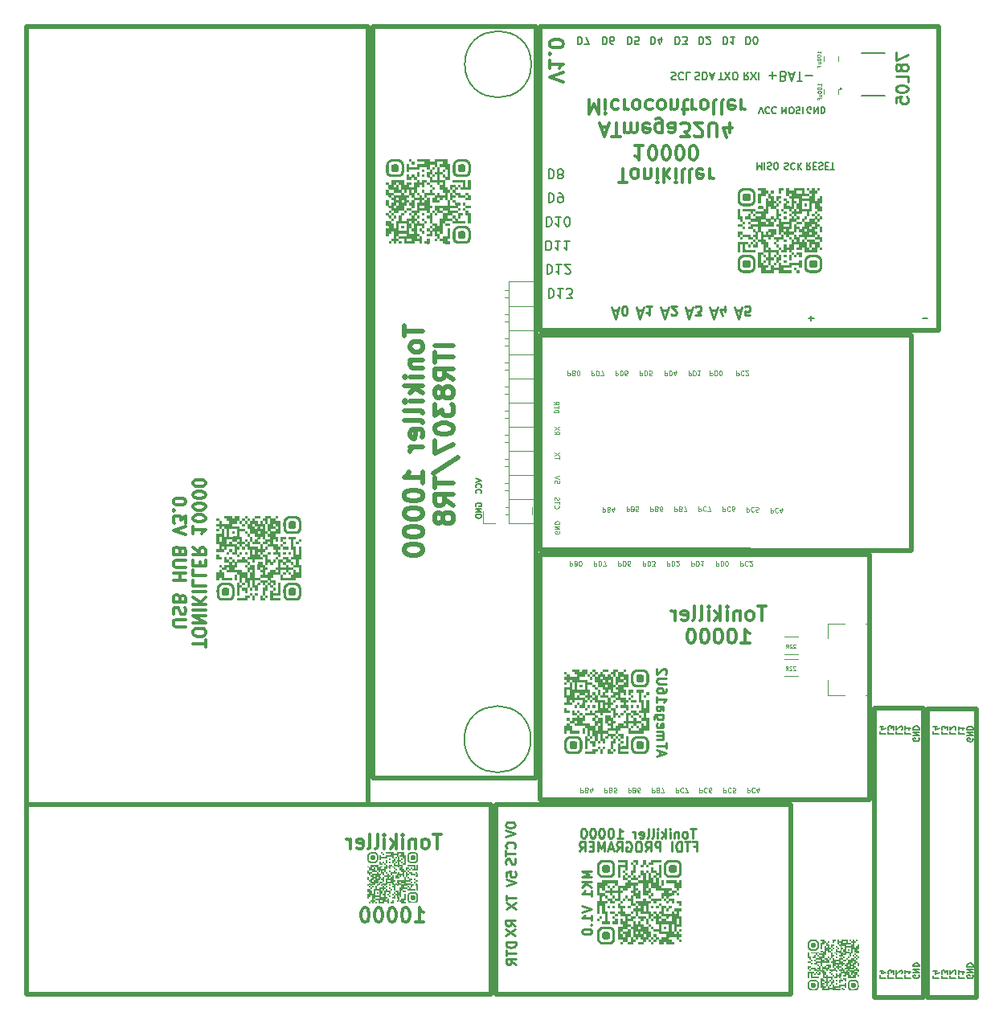
<source format=gbr>
%TF.GenerationSoftware,KiCad,Pcbnew,(6.0.5)*%
%TF.CreationDate,2023-06-16T09:56:30+03:00*%
%TF.ProjectId,JLC1,4a4c4331-2e6b-4696-9361-645f70636258,rev?*%
%TF.SameCoordinates,Original*%
%TF.FileFunction,Legend,Bot*%
%TF.FilePolarity,Positive*%
%FSLAX46Y46*%
G04 Gerber Fmt 4.6, Leading zero omitted, Abs format (unit mm)*
G04 Created by KiCad (PCBNEW (6.0.5)) date 2023-06-16 09:56:30*
%MOMM*%
%LPD*%
G01*
G04 APERTURE LIST*
%ADD10C,0.500000*%
%ADD11C,0.200000*%
%ADD12C,0.125000*%
%ADD13C,0.150000*%
%ADD14C,0.375000*%
%ADD15C,0.250000*%
%ADD16C,0.240000*%
%ADD17C,0.300000*%
%ADD18C,0.100000*%
%ADD19C,0.254000*%
%ADD20C,0.120000*%
G04 APERTURE END LIST*
D10*
X128965000Y-86635000D02*
X163615000Y-86635000D01*
X163615000Y-86635000D02*
X163615000Y-112485000D01*
X163615000Y-112485000D02*
X128965000Y-112485000D01*
X128965000Y-112485000D02*
X128965000Y-86635000D01*
X168050000Y-63500000D02*
X161350000Y-63500000D01*
X74800000Y-113000000D02*
X123800000Y-113000000D01*
X123800000Y-113000000D02*
X123800000Y-133000000D01*
X123800000Y-133000000D02*
X74800000Y-133000000D01*
X74800000Y-133000000D02*
X74800000Y-113000000D01*
X128950000Y-63000000D02*
X170950000Y-63000000D01*
X170950000Y-63000000D02*
X170950000Y-31000000D01*
X170950000Y-31000000D02*
X128950000Y-31000000D01*
X128950000Y-31000000D02*
X128950000Y-63000000D01*
X74800000Y-31000000D02*
X110800000Y-31000000D01*
X110800000Y-31000000D02*
X110800000Y-113000000D01*
X110800000Y-113000000D02*
X74800000Y-113000000D01*
X74800000Y-113000000D02*
X74800000Y-31000000D01*
X164125000Y-133262500D02*
X169275000Y-133262500D01*
X169275000Y-133262500D02*
X169275000Y-102862500D01*
X169275000Y-102862500D02*
X164125000Y-102862500D01*
X164125000Y-102862500D02*
X164125000Y-133262500D01*
X124307500Y-132982500D02*
X155307500Y-132982500D01*
X155307500Y-132982500D02*
X155307500Y-112982500D01*
X155307500Y-112982500D02*
X124307500Y-112982500D01*
X124307500Y-112982500D02*
X124307500Y-132982500D01*
X161350000Y-63500000D02*
X131400000Y-63500000D01*
X128950000Y-83650000D02*
X128950000Y-63500000D01*
X128950000Y-63500000D02*
X131400000Y-63500000D01*
X168050000Y-86200000D02*
X134450000Y-86150000D01*
X111300000Y-31000000D02*
X128500000Y-31000000D01*
X128500000Y-31000000D02*
X128500000Y-110200000D01*
X128500000Y-110200000D02*
X111300000Y-110200000D01*
X111300000Y-110200000D02*
X111300000Y-31000000D01*
X128950000Y-86150000D02*
X128950000Y-83650000D01*
X169775000Y-133275000D02*
X174925000Y-133275000D01*
X174925000Y-133275000D02*
X174925000Y-102875000D01*
X174925000Y-102875000D02*
X169775000Y-102875000D01*
X169775000Y-102875000D02*
X169775000Y-133275000D01*
X168050000Y-63500000D02*
X168050000Y-86200000D01*
X134450000Y-86150000D02*
X128950000Y-86150000D01*
D11*
X127950000Y-106100000D02*
G75*
G03*
X127950000Y-106100000I-3500000J0D01*
G01*
X128000000Y-35000000D02*
G75*
G03*
X128000000Y-35000000I-3500000J0D01*
G01*
D12*
X142030952Y-67273809D02*
X142030952Y-67773809D01*
X142221428Y-67773809D01*
X142269047Y-67750000D01*
X142292857Y-67726190D01*
X142316666Y-67678571D01*
X142316666Y-67607142D01*
X142292857Y-67559523D01*
X142269047Y-67535714D01*
X142221428Y-67511904D01*
X142030952Y-67511904D01*
X142530952Y-67273809D02*
X142530952Y-67773809D01*
X142650000Y-67773809D01*
X142721428Y-67750000D01*
X142769047Y-67702380D01*
X142792857Y-67654761D01*
X142816666Y-67559523D01*
X142816666Y-67488095D01*
X142792857Y-67392857D01*
X142769047Y-67345238D01*
X142721428Y-67297619D01*
X142650000Y-67273809D01*
X142530952Y-67273809D01*
X143245238Y-67607142D02*
X143245238Y-67273809D01*
X143126190Y-67797619D02*
X143007142Y-67440476D01*
X143316666Y-67440476D01*
X147459524Y-87333809D02*
X147459524Y-87833809D01*
X147650000Y-87833809D01*
X147697619Y-87810000D01*
X147721429Y-87786190D01*
X147745238Y-87738571D01*
X147745238Y-87667142D01*
X147721429Y-87619523D01*
X147697619Y-87595714D01*
X147650000Y-87571904D01*
X147459524Y-87571904D01*
X147959524Y-87333809D02*
X147959524Y-87833809D01*
X148078572Y-87833809D01*
X148150000Y-87810000D01*
X148197619Y-87762380D01*
X148221429Y-87714761D01*
X148245238Y-87619523D01*
X148245238Y-87548095D01*
X148221429Y-87452857D01*
X148197619Y-87405238D01*
X148150000Y-87357619D01*
X148078572Y-87333809D01*
X147959524Y-87333809D01*
X148554762Y-87833809D02*
X148602381Y-87833809D01*
X148650000Y-87810000D01*
X148673810Y-87786190D01*
X148697619Y-87738571D01*
X148721429Y-87643333D01*
X148721429Y-87524285D01*
X148697619Y-87429047D01*
X148673810Y-87381428D01*
X148650000Y-87357619D01*
X148602381Y-87333809D01*
X148554762Y-87333809D01*
X148507143Y-87357619D01*
X148483333Y-87381428D01*
X148459524Y-87429047D01*
X148435714Y-87524285D01*
X148435714Y-87643333D01*
X148459524Y-87738571D01*
X148483333Y-87786190D01*
X148507143Y-87810000D01*
X148554762Y-87833809D01*
X130923809Y-78870238D02*
X130923809Y-79108333D01*
X130685714Y-79132142D01*
X130709523Y-79108333D01*
X130733333Y-79060714D01*
X130733333Y-78941666D01*
X130709523Y-78894047D01*
X130685714Y-78870238D01*
X130638095Y-78846428D01*
X130519047Y-78846428D01*
X130471428Y-78870238D01*
X130447619Y-78894047D01*
X130423809Y-78941666D01*
X130423809Y-79060714D01*
X130447619Y-79108333D01*
X130471428Y-79132142D01*
X130923809Y-78703571D02*
X130423809Y-78536904D01*
X130923809Y-78370238D01*
D13*
X157400783Y-45354383D02*
X157167450Y-45687716D01*
X157000783Y-45354383D02*
X157000783Y-46054383D01*
X157267450Y-46054383D01*
X157334116Y-46021050D01*
X157367450Y-45987716D01*
X157400783Y-45921050D01*
X157400783Y-45821050D01*
X157367450Y-45754383D01*
X157334116Y-45721050D01*
X157267450Y-45687716D01*
X157000783Y-45687716D01*
X157700783Y-45721050D02*
X157934116Y-45721050D01*
X158034116Y-45354383D02*
X157700783Y-45354383D01*
X157700783Y-46054383D01*
X158034116Y-46054383D01*
X158300783Y-45387716D02*
X158400783Y-45354383D01*
X158567450Y-45354383D01*
X158634116Y-45387716D01*
X158667450Y-45421050D01*
X158700783Y-45487716D01*
X158700783Y-45554383D01*
X158667450Y-45621050D01*
X158634116Y-45654383D01*
X158567450Y-45687716D01*
X158434116Y-45721050D01*
X158367450Y-45754383D01*
X158334116Y-45787716D01*
X158300783Y-45854383D01*
X158300783Y-45921050D01*
X158334116Y-45987716D01*
X158367450Y-46021050D01*
X158434116Y-46054383D01*
X158600783Y-46054383D01*
X158700783Y-46021050D01*
X159000783Y-45721050D02*
X159234116Y-45721050D01*
X159334116Y-45354383D02*
X159000783Y-45354383D01*
X159000783Y-46054383D01*
X159334116Y-46054383D01*
X159534116Y-46054383D02*
X159934116Y-46054383D01*
X159734116Y-45354383D02*
X159734116Y-46054383D01*
X170353571Y-130976786D02*
X170353571Y-131262500D01*
X170953571Y-131262500D01*
X170753571Y-130519643D02*
X170353571Y-130519643D01*
X170982142Y-130662500D02*
X170553571Y-130805357D01*
X170553571Y-130433928D01*
X122162678Y-78625000D02*
X122762678Y-78825000D01*
X122162678Y-79025000D01*
X122705535Y-79567857D02*
X122734107Y-79539285D01*
X122762678Y-79453571D01*
X122762678Y-79396428D01*
X122734107Y-79310714D01*
X122676964Y-79253571D01*
X122619821Y-79225000D01*
X122505535Y-79196428D01*
X122419821Y-79196428D01*
X122305535Y-79225000D01*
X122248392Y-79253571D01*
X122191250Y-79310714D01*
X122162678Y-79396428D01*
X122162678Y-79453571D01*
X122191250Y-79539285D01*
X122219821Y-79567857D01*
X122705535Y-80167857D02*
X122734107Y-80139285D01*
X122762678Y-80053571D01*
X122762678Y-79996428D01*
X122734107Y-79910714D01*
X122676964Y-79853571D01*
X122619821Y-79825000D01*
X122505535Y-79796428D01*
X122419821Y-79796428D01*
X122305535Y-79825000D01*
X122248392Y-79853571D01*
X122191250Y-79910714D01*
X122162678Y-79996428D01*
X122162678Y-80053571D01*
X122191250Y-80139285D01*
X122219821Y-80167857D01*
D12*
X130950000Y-84180952D02*
X130973809Y-84228571D01*
X130973809Y-84300000D01*
X130950000Y-84371428D01*
X130902380Y-84419047D01*
X130854761Y-84442857D01*
X130759523Y-84466666D01*
X130688095Y-84466666D01*
X130592857Y-84442857D01*
X130545238Y-84419047D01*
X130497619Y-84371428D01*
X130473809Y-84300000D01*
X130473809Y-84252380D01*
X130497619Y-84180952D01*
X130521428Y-84157142D01*
X130688095Y-84157142D01*
X130688095Y-84252380D01*
X130473809Y-83942857D02*
X130973809Y-83942857D01*
X130473809Y-83657142D01*
X130973809Y-83657142D01*
X130473809Y-83419047D02*
X130973809Y-83419047D01*
X130973809Y-83300000D01*
X130950000Y-83228571D01*
X130902380Y-83180952D01*
X130854761Y-83157142D01*
X130759523Y-83133333D01*
X130688095Y-83133333D01*
X130592857Y-83157142D01*
X130545238Y-83180952D01*
X130497619Y-83228571D01*
X130473809Y-83300000D01*
X130473809Y-83419047D01*
D14*
X152700000Y-92071071D02*
X151842857Y-92071071D01*
X152271428Y-93571071D02*
X152271428Y-92071071D01*
X151128571Y-93571071D02*
X151271428Y-93499642D01*
X151342857Y-93428214D01*
X151414285Y-93285357D01*
X151414285Y-92856785D01*
X151342857Y-92713928D01*
X151271428Y-92642500D01*
X151128571Y-92571071D01*
X150914285Y-92571071D01*
X150771428Y-92642500D01*
X150700000Y-92713928D01*
X150628571Y-92856785D01*
X150628571Y-93285357D01*
X150700000Y-93428214D01*
X150771428Y-93499642D01*
X150914285Y-93571071D01*
X151128571Y-93571071D01*
X149985714Y-92571071D02*
X149985714Y-93571071D01*
X149985714Y-92713928D02*
X149914285Y-92642500D01*
X149771428Y-92571071D01*
X149557142Y-92571071D01*
X149414285Y-92642500D01*
X149342857Y-92785357D01*
X149342857Y-93571071D01*
X148628571Y-93571071D02*
X148628571Y-92571071D01*
X148628571Y-92071071D02*
X148700000Y-92142500D01*
X148628571Y-92213928D01*
X148557142Y-92142500D01*
X148628571Y-92071071D01*
X148628571Y-92213928D01*
X147914285Y-93571071D02*
X147914285Y-92071071D01*
X147771428Y-92999642D02*
X147342857Y-93571071D01*
X147342857Y-92571071D02*
X147914285Y-93142500D01*
X146700000Y-93571071D02*
X146700000Y-92571071D01*
X146700000Y-92071071D02*
X146771428Y-92142500D01*
X146700000Y-92213928D01*
X146628571Y-92142500D01*
X146700000Y-92071071D01*
X146700000Y-92213928D01*
X145771428Y-93571071D02*
X145914285Y-93499642D01*
X145985714Y-93356785D01*
X145985714Y-92071071D01*
X144985714Y-93571071D02*
X145128571Y-93499642D01*
X145200000Y-93356785D01*
X145200000Y-92071071D01*
X143842857Y-93499642D02*
X143985714Y-93571071D01*
X144271428Y-93571071D01*
X144414285Y-93499642D01*
X144485714Y-93356785D01*
X144485714Y-92785357D01*
X144414285Y-92642500D01*
X144271428Y-92571071D01*
X143985714Y-92571071D01*
X143842857Y-92642500D01*
X143771428Y-92785357D01*
X143771428Y-92928214D01*
X144485714Y-93071071D01*
X143128571Y-93571071D02*
X143128571Y-92571071D01*
X143128571Y-92856785D02*
X143057142Y-92713928D01*
X142985714Y-92642500D01*
X142842857Y-92571071D01*
X142700000Y-92571071D01*
X150128571Y-95986071D02*
X150985714Y-95986071D01*
X150557142Y-95986071D02*
X150557142Y-94486071D01*
X150700000Y-94700357D01*
X150842857Y-94843214D01*
X150985714Y-94914642D01*
X149200000Y-94486071D02*
X149057142Y-94486071D01*
X148914285Y-94557500D01*
X148842857Y-94628928D01*
X148771428Y-94771785D01*
X148700000Y-95057500D01*
X148700000Y-95414642D01*
X148771428Y-95700357D01*
X148842857Y-95843214D01*
X148914285Y-95914642D01*
X149057142Y-95986071D01*
X149200000Y-95986071D01*
X149342857Y-95914642D01*
X149414285Y-95843214D01*
X149485714Y-95700357D01*
X149557142Y-95414642D01*
X149557142Y-95057500D01*
X149485714Y-94771785D01*
X149414285Y-94628928D01*
X149342857Y-94557500D01*
X149200000Y-94486071D01*
X147771428Y-94486071D02*
X147628571Y-94486071D01*
X147485714Y-94557500D01*
X147414285Y-94628928D01*
X147342857Y-94771785D01*
X147271428Y-95057500D01*
X147271428Y-95414642D01*
X147342857Y-95700357D01*
X147414285Y-95843214D01*
X147485714Y-95914642D01*
X147628571Y-95986071D01*
X147771428Y-95986071D01*
X147914285Y-95914642D01*
X147985714Y-95843214D01*
X148057142Y-95700357D01*
X148128571Y-95414642D01*
X148128571Y-95057500D01*
X148057142Y-94771785D01*
X147985714Y-94628928D01*
X147914285Y-94557500D01*
X147771428Y-94486071D01*
X146342857Y-94486071D02*
X146200000Y-94486071D01*
X146057142Y-94557500D01*
X145985714Y-94628928D01*
X145914285Y-94771785D01*
X145842857Y-95057500D01*
X145842857Y-95414642D01*
X145914285Y-95700357D01*
X145985714Y-95843214D01*
X146057142Y-95914642D01*
X146200000Y-95986071D01*
X146342857Y-95986071D01*
X146485714Y-95914642D01*
X146557142Y-95843214D01*
X146628571Y-95700357D01*
X146700000Y-95414642D01*
X146700000Y-95057500D01*
X146628571Y-94771785D01*
X146557142Y-94628928D01*
X146485714Y-94557500D01*
X146342857Y-94486071D01*
X144914285Y-94486071D02*
X144771428Y-94486071D01*
X144628571Y-94557500D01*
X144557142Y-94628928D01*
X144485714Y-94771785D01*
X144414285Y-95057500D01*
X144414285Y-95414642D01*
X144485714Y-95700357D01*
X144557142Y-95843214D01*
X144628571Y-95914642D01*
X144771428Y-95986071D01*
X144914285Y-95986071D01*
X145057142Y-95914642D01*
X145128571Y-95843214D01*
X145200000Y-95700357D01*
X145271428Y-95414642D01*
X145271428Y-95057500D01*
X145200000Y-94771785D01*
X145128571Y-94628928D01*
X145057142Y-94557500D01*
X144914285Y-94486071D01*
D12*
X138034523Y-81573809D02*
X138034523Y-82073809D01*
X138224999Y-82073809D01*
X138272618Y-82050000D01*
X138296428Y-82026190D01*
X138320237Y-81978571D01*
X138320237Y-81907142D01*
X138296428Y-81859523D01*
X138272618Y-81835714D01*
X138224999Y-81811904D01*
X138034523Y-81811904D01*
X138701190Y-81835714D02*
X138772618Y-81811904D01*
X138796428Y-81788095D01*
X138820237Y-81740476D01*
X138820237Y-81669047D01*
X138796428Y-81621428D01*
X138772618Y-81597619D01*
X138724999Y-81573809D01*
X138534523Y-81573809D01*
X138534523Y-82073809D01*
X138701190Y-82073809D01*
X138748809Y-82050000D01*
X138772618Y-82026190D01*
X138796428Y-81978571D01*
X138796428Y-81930952D01*
X138772618Y-81883333D01*
X138748809Y-81859523D01*
X138701190Y-81835714D01*
X138534523Y-81835714D01*
X139272618Y-82073809D02*
X139034523Y-82073809D01*
X139010713Y-81835714D01*
X139034523Y-81859523D01*
X139082142Y-81883333D01*
X139201190Y-81883333D01*
X139248809Y-81859523D01*
X139272618Y-81835714D01*
X139296428Y-81788095D01*
X139296428Y-81669047D01*
X139272618Y-81621428D01*
X139248809Y-81597619D01*
X139201190Y-81573809D01*
X139082142Y-81573809D01*
X139034523Y-81597619D01*
X139010713Y-81621428D01*
D13*
X154409116Y-39504383D02*
X154409116Y-40204383D01*
X154642449Y-39704383D01*
X154875782Y-40204383D01*
X154875782Y-39504383D01*
X155342449Y-40204383D02*
X155475782Y-40204383D01*
X155542449Y-40171050D01*
X155609116Y-40104383D01*
X155642449Y-39971050D01*
X155642449Y-39737716D01*
X155609116Y-39604383D01*
X155542449Y-39537716D01*
X155475782Y-39504383D01*
X155342449Y-39504383D01*
X155275782Y-39537716D01*
X155209116Y-39604383D01*
X155175782Y-39737716D01*
X155175782Y-39971050D01*
X155209116Y-40104383D01*
X155275782Y-40171050D01*
X155342449Y-40204383D01*
X155909116Y-39537716D02*
X156009116Y-39504383D01*
X156175782Y-39504383D01*
X156242449Y-39537716D01*
X156275782Y-39571050D01*
X156309116Y-39637716D01*
X156309116Y-39704383D01*
X156275782Y-39771050D01*
X156242449Y-39804383D01*
X156175782Y-39837716D01*
X156042449Y-39871050D01*
X155975782Y-39904383D01*
X155942449Y-39937716D01*
X155909116Y-40004383D01*
X155909116Y-40071050D01*
X155942449Y-40137716D01*
X155975782Y-40171050D01*
X156042449Y-40204383D01*
X156209116Y-40204383D01*
X156309116Y-40171050D01*
X156609116Y-39504383D02*
X156609116Y-40204383D01*
X171241071Y-105251786D02*
X171241071Y-105537500D01*
X171841071Y-105537500D01*
X171841071Y-105108928D02*
X171841071Y-104737500D01*
X171612500Y-104937500D01*
X171612500Y-104851786D01*
X171583928Y-104794643D01*
X171555357Y-104766071D01*
X171498214Y-104737500D01*
X171355357Y-104737500D01*
X171298214Y-104766071D01*
X171269642Y-104794643D01*
X171241071Y-104851786D01*
X171241071Y-105023214D01*
X171269642Y-105080357D01*
X171298214Y-105108928D01*
D14*
X115773571Y-125360471D02*
X116630714Y-125360471D01*
X116202142Y-125360471D02*
X116202142Y-123860471D01*
X116345000Y-124074757D01*
X116487857Y-124217614D01*
X116630714Y-124289042D01*
X114845000Y-123860471D02*
X114702142Y-123860471D01*
X114559285Y-123931900D01*
X114487857Y-124003328D01*
X114416428Y-124146185D01*
X114345000Y-124431900D01*
X114345000Y-124789042D01*
X114416428Y-125074757D01*
X114487857Y-125217614D01*
X114559285Y-125289042D01*
X114702142Y-125360471D01*
X114845000Y-125360471D01*
X114987857Y-125289042D01*
X115059285Y-125217614D01*
X115130714Y-125074757D01*
X115202142Y-124789042D01*
X115202142Y-124431900D01*
X115130714Y-124146185D01*
X115059285Y-124003328D01*
X114987857Y-123931900D01*
X114845000Y-123860471D01*
X113416428Y-123860471D02*
X113273571Y-123860471D01*
X113130714Y-123931900D01*
X113059285Y-124003328D01*
X112987857Y-124146185D01*
X112916428Y-124431900D01*
X112916428Y-124789042D01*
X112987857Y-125074757D01*
X113059285Y-125217614D01*
X113130714Y-125289042D01*
X113273571Y-125360471D01*
X113416428Y-125360471D01*
X113559285Y-125289042D01*
X113630714Y-125217614D01*
X113702142Y-125074757D01*
X113773571Y-124789042D01*
X113773571Y-124431900D01*
X113702142Y-124146185D01*
X113630714Y-124003328D01*
X113559285Y-123931900D01*
X113416428Y-123860471D01*
X111987857Y-123860471D02*
X111845000Y-123860471D01*
X111702142Y-123931900D01*
X111630714Y-124003328D01*
X111559285Y-124146185D01*
X111487857Y-124431900D01*
X111487857Y-124789042D01*
X111559285Y-125074757D01*
X111630714Y-125217614D01*
X111702142Y-125289042D01*
X111845000Y-125360471D01*
X111987857Y-125360471D01*
X112130714Y-125289042D01*
X112202142Y-125217614D01*
X112273571Y-125074757D01*
X112345000Y-124789042D01*
X112345000Y-124431900D01*
X112273571Y-124146185D01*
X112202142Y-124003328D01*
X112130714Y-123931900D01*
X111987857Y-123860471D01*
X110559285Y-123860471D02*
X110416428Y-123860471D01*
X110273571Y-123931900D01*
X110202142Y-124003328D01*
X110130714Y-124146185D01*
X110059285Y-124431900D01*
X110059285Y-124789042D01*
X110130714Y-125074757D01*
X110202142Y-125217614D01*
X110273571Y-125289042D01*
X110416428Y-125360471D01*
X110559285Y-125360471D01*
X110702142Y-125289042D01*
X110773571Y-125217614D01*
X110845000Y-125074757D01*
X110916428Y-124789042D01*
X110916428Y-124431900D01*
X110845000Y-124146185D01*
X110773571Y-124003328D01*
X110702142Y-123931900D01*
X110559285Y-123860471D01*
D13*
X170353571Y-105251786D02*
X170353571Y-105537500D01*
X170953571Y-105537500D01*
X170753571Y-104794643D02*
X170353571Y-104794643D01*
X170982142Y-104937500D02*
X170553571Y-105080357D01*
X170553571Y-104708928D01*
D15*
X126232142Y-117552380D02*
X126279761Y-117504761D01*
X126327380Y-117361904D01*
X126327380Y-117266666D01*
X126279761Y-117123809D01*
X126184523Y-117028571D01*
X126089285Y-116980952D01*
X125898809Y-116933333D01*
X125755952Y-116933333D01*
X125565476Y-116980952D01*
X125470238Y-117028571D01*
X125375000Y-117123809D01*
X125327380Y-117266666D01*
X125327380Y-117361904D01*
X125375000Y-117504761D01*
X125422619Y-117552380D01*
X125327380Y-117838095D02*
X125327380Y-118409523D01*
X126327380Y-118123809D02*
X125327380Y-118123809D01*
X126279761Y-118695238D02*
X126327380Y-118838095D01*
X126327380Y-119076190D01*
X126279761Y-119171428D01*
X126232142Y-119219047D01*
X126136904Y-119266666D01*
X126041666Y-119266666D01*
X125946428Y-119219047D01*
X125898809Y-119171428D01*
X125851190Y-119076190D01*
X125803571Y-118885714D01*
X125755952Y-118790476D01*
X125708333Y-118742857D01*
X125613095Y-118695238D01*
X125517857Y-118695238D01*
X125422619Y-118742857D01*
X125375000Y-118790476D01*
X125327380Y-118885714D01*
X125327380Y-119123809D01*
X125375000Y-119266666D01*
D11*
X138126973Y-32084145D02*
X138126973Y-32884145D01*
X138317450Y-32884145D01*
X138431735Y-32846050D01*
X138507926Y-32769859D01*
X138546021Y-32693669D01*
X138584116Y-32541288D01*
X138584116Y-32427002D01*
X138546021Y-32274621D01*
X138507926Y-32198430D01*
X138431735Y-32122240D01*
X138317450Y-32084145D01*
X138126973Y-32084145D01*
X139307926Y-32884145D02*
X138926973Y-32884145D01*
X138888878Y-32503192D01*
X138926973Y-32541288D01*
X139003164Y-32579383D01*
X139193640Y-32579383D01*
X139269830Y-32541288D01*
X139307926Y-32503192D01*
X139346021Y-32427002D01*
X139346021Y-32236526D01*
X139307926Y-32160335D01*
X139269830Y-32122240D01*
X139193640Y-32084145D01*
X139003164Y-32084145D01*
X138926973Y-32122240D01*
X138888878Y-32160335D01*
D13*
X169734116Y-61746050D02*
X169200783Y-61746050D01*
D11*
X135526973Y-32084145D02*
X135526973Y-32884145D01*
X135717450Y-32884145D01*
X135831735Y-32846050D01*
X135907926Y-32769859D01*
X135946021Y-32693669D01*
X135984116Y-32541288D01*
X135984116Y-32427002D01*
X135946021Y-32274621D01*
X135907926Y-32198430D01*
X135831735Y-32122240D01*
X135717450Y-32084145D01*
X135526973Y-32084145D01*
X136669830Y-32884145D02*
X136517450Y-32884145D01*
X136441259Y-32846050D01*
X136403164Y-32807954D01*
X136326973Y-32693669D01*
X136288878Y-32541288D01*
X136288878Y-32236526D01*
X136326973Y-32160335D01*
X136365069Y-32122240D01*
X136441259Y-32084145D01*
X136593640Y-32084145D01*
X136669830Y-32122240D01*
X136707926Y-32160335D01*
X136746021Y-32236526D01*
X136746021Y-32427002D01*
X136707926Y-32503192D01*
X136669830Y-32541288D01*
X136593640Y-32579383D01*
X136441259Y-32579383D01*
X136365069Y-32541288D01*
X136326973Y-32503192D01*
X136288878Y-32427002D01*
D12*
X139430952Y-67273809D02*
X139430952Y-67773809D01*
X139621428Y-67773809D01*
X139669047Y-67750000D01*
X139692857Y-67726190D01*
X139716666Y-67678571D01*
X139716666Y-67607142D01*
X139692857Y-67559523D01*
X139669047Y-67535714D01*
X139621428Y-67511904D01*
X139430952Y-67511904D01*
X139930952Y-67273809D02*
X139930952Y-67773809D01*
X140050000Y-67773809D01*
X140121428Y-67750000D01*
X140169047Y-67702380D01*
X140192857Y-67654761D01*
X140216666Y-67559523D01*
X140216666Y-67488095D01*
X140192857Y-67392857D01*
X140169047Y-67345238D01*
X140121428Y-67297619D01*
X140050000Y-67273809D01*
X139930952Y-67273809D01*
X140669047Y-67773809D02*
X140430952Y-67773809D01*
X140407142Y-67535714D01*
X140430952Y-67559523D01*
X140478571Y-67583333D01*
X140597619Y-67583333D01*
X140645238Y-67559523D01*
X140669047Y-67535714D01*
X140692857Y-67488095D01*
X140692857Y-67369047D01*
X140669047Y-67321428D01*
X140645238Y-67297619D01*
X140597619Y-67273809D01*
X140478571Y-67273809D01*
X140430952Y-67297619D01*
X140407142Y-67321428D01*
D11*
X142739275Y-35872240D02*
X142853560Y-35834145D01*
X143044036Y-35834145D01*
X143120227Y-35872240D01*
X143158322Y-35910335D01*
X143196417Y-35986526D01*
X143196417Y-36062716D01*
X143158322Y-36138907D01*
X143120227Y-36177002D01*
X143044036Y-36215097D01*
X142891656Y-36253192D01*
X142815465Y-36291288D01*
X142777370Y-36329383D01*
X142739275Y-36405573D01*
X142739275Y-36481764D01*
X142777370Y-36557954D01*
X142815465Y-36596050D01*
X142891656Y-36634145D01*
X143082132Y-36634145D01*
X143196417Y-36596050D01*
X143996417Y-35910335D02*
X143958322Y-35872240D01*
X143844036Y-35834145D01*
X143767846Y-35834145D01*
X143653560Y-35872240D01*
X143577370Y-35948430D01*
X143539275Y-36024621D01*
X143501179Y-36177002D01*
X143501179Y-36291288D01*
X143539275Y-36443669D01*
X143577370Y-36519859D01*
X143653560Y-36596050D01*
X143767846Y-36634145D01*
X143844036Y-36634145D01*
X143958322Y-36596050D01*
X143996417Y-36557954D01*
X144720227Y-35834145D02*
X144339275Y-35834145D01*
X144339275Y-36634145D01*
X145676973Y-32084145D02*
X145676973Y-32884145D01*
X145867450Y-32884145D01*
X145981735Y-32846050D01*
X146057926Y-32769859D01*
X146096021Y-32693669D01*
X146134116Y-32541288D01*
X146134116Y-32427002D01*
X146096021Y-32274621D01*
X146057926Y-32198430D01*
X145981735Y-32122240D01*
X145867450Y-32084145D01*
X145676973Y-32084145D01*
X146438878Y-32807954D02*
X146476973Y-32846050D01*
X146553164Y-32884145D01*
X146743640Y-32884145D01*
X146819830Y-32846050D01*
X146857926Y-32807954D01*
X146896021Y-32731764D01*
X146896021Y-32655573D01*
X146857926Y-32541288D01*
X146400783Y-32084145D01*
X146896021Y-32084145D01*
D13*
X153032926Y-36149621D02*
X153794830Y-36149621D01*
X153413878Y-35768669D02*
X153413878Y-36530573D01*
X154604354Y-36292478D02*
X154747211Y-36244859D01*
X154794830Y-36197240D01*
X154842450Y-36102002D01*
X154842450Y-35959145D01*
X154794830Y-35863907D01*
X154747211Y-35816288D01*
X154651973Y-35768669D01*
X154271021Y-35768669D01*
X154271021Y-36768669D01*
X154604354Y-36768669D01*
X154699592Y-36721050D01*
X154747211Y-36673430D01*
X154794830Y-36578192D01*
X154794830Y-36482954D01*
X154747211Y-36387716D01*
X154699592Y-36340097D01*
X154604354Y-36292478D01*
X154271021Y-36292478D01*
X155223402Y-36054383D02*
X155699592Y-36054383D01*
X155128164Y-35768669D02*
X155461497Y-36768669D01*
X155794830Y-35768669D01*
X155985307Y-36768669D02*
X156556735Y-36768669D01*
X156271021Y-35768669D02*
X156271021Y-36768669D01*
X156890069Y-36149621D02*
X157651973Y-36149621D01*
D12*
X140715796Y-111208809D02*
X140715796Y-111708809D01*
X140906272Y-111708809D01*
X140953891Y-111685000D01*
X140977701Y-111661190D01*
X141001510Y-111613571D01*
X141001510Y-111542142D01*
X140977701Y-111494523D01*
X140953891Y-111470714D01*
X140906272Y-111446904D01*
X140715796Y-111446904D01*
X141382463Y-111470714D02*
X141453891Y-111446904D01*
X141477701Y-111423095D01*
X141501510Y-111375476D01*
X141501510Y-111304047D01*
X141477701Y-111256428D01*
X141453891Y-111232619D01*
X141406272Y-111208809D01*
X141215796Y-111208809D01*
X141215796Y-111708809D01*
X141382463Y-111708809D01*
X141430082Y-111685000D01*
X141453891Y-111661190D01*
X141477701Y-111613571D01*
X141477701Y-111565952D01*
X141453891Y-111518333D01*
X141430082Y-111494523D01*
X141382463Y-111470714D01*
X141215796Y-111470714D01*
X141668177Y-111708809D02*
X142001510Y-111708809D01*
X141787224Y-111208809D01*
D13*
X168825000Y-105982142D02*
X168853571Y-106039285D01*
X168853571Y-106125000D01*
X168825000Y-106210714D01*
X168767857Y-106267857D01*
X168710714Y-106296428D01*
X168596428Y-106325000D01*
X168510714Y-106325000D01*
X168396428Y-106296428D01*
X168339285Y-106267857D01*
X168282142Y-106210714D01*
X168253571Y-106125000D01*
X168253571Y-106067857D01*
X168282142Y-105982142D01*
X168310714Y-105953571D01*
X168510714Y-105953571D01*
X168510714Y-106067857D01*
X168253571Y-105696428D02*
X168853571Y-105696428D01*
X168253571Y-105353571D01*
X168853571Y-105353571D01*
X168253571Y-105067857D02*
X168853571Y-105067857D01*
X168853571Y-104925000D01*
X168825000Y-104839285D01*
X168767857Y-104782142D01*
X168710714Y-104753571D01*
X168596428Y-104725000D01*
X168510714Y-104725000D01*
X168396428Y-104753571D01*
X168339285Y-104782142D01*
X168282142Y-104839285D01*
X168253571Y-104925000D01*
X168253571Y-105067857D01*
D11*
X147764671Y-36634145D02*
X148221814Y-36634145D01*
X147993243Y-35834145D02*
X147993243Y-36634145D01*
X148412290Y-36634145D02*
X148945623Y-35834145D01*
X148945623Y-36634145D02*
X148412290Y-35834145D01*
X149402766Y-36634145D02*
X149555147Y-36634145D01*
X149631338Y-36596050D01*
X149707528Y-36519859D01*
X149745623Y-36367478D01*
X149745623Y-36100811D01*
X149707528Y-35948430D01*
X149631338Y-35872240D01*
X149555147Y-35834145D01*
X149402766Y-35834145D01*
X149326576Y-35872240D01*
X149250385Y-35948430D01*
X149212290Y-36100811D01*
X149212290Y-36367478D01*
X149250385Y-36519859D01*
X149326576Y-36596050D01*
X149402766Y-36634145D01*
D15*
X125302380Y-115073809D02*
X125302380Y-115169047D01*
X125350000Y-115264285D01*
X125397619Y-115311904D01*
X125492857Y-115359523D01*
X125683333Y-115407142D01*
X125921428Y-115407142D01*
X126111904Y-115359523D01*
X126207142Y-115311904D01*
X126254761Y-115264285D01*
X126302380Y-115169047D01*
X126302380Y-115073809D01*
X126254761Y-114978571D01*
X126207142Y-114930952D01*
X126111904Y-114883333D01*
X125921428Y-114835714D01*
X125683333Y-114835714D01*
X125492857Y-114883333D01*
X125397619Y-114930952D01*
X125350000Y-114978571D01*
X125302380Y-115073809D01*
X125302380Y-115692857D02*
X126302380Y-116026190D01*
X125302380Y-116359523D01*
D13*
X164703571Y-105239286D02*
X164703571Y-105525000D01*
X165303571Y-105525000D01*
X165103571Y-104782143D02*
X164703571Y-104782143D01*
X165332142Y-104925000D02*
X164903571Y-105067857D01*
X164903571Y-104696428D01*
D16*
X136574592Y-60946050D02*
X137146021Y-60946050D01*
X136460307Y-60603192D02*
X136860307Y-61803192D01*
X137260307Y-60603192D01*
X137786021Y-61431764D02*
X137877450Y-61431764D01*
X137968878Y-61386050D01*
X138014592Y-61340335D01*
X138060307Y-61248907D01*
X138106021Y-61066050D01*
X138106021Y-60837478D01*
X138060307Y-60654621D01*
X138014592Y-60563192D01*
X137968878Y-60517478D01*
X137877450Y-60471764D01*
X137786021Y-60471764D01*
X137694592Y-60517478D01*
X137648878Y-60563192D01*
X137603164Y-60654621D01*
X137557450Y-60837478D01*
X137557450Y-61066050D01*
X137603164Y-61248907D01*
X137648878Y-61340335D01*
X137694592Y-61386050D01*
X137786021Y-61431764D01*
D12*
X142316668Y-87333809D02*
X142316668Y-87833809D01*
X142507144Y-87833809D01*
X142554763Y-87810000D01*
X142578573Y-87786190D01*
X142602382Y-87738571D01*
X142602382Y-87667142D01*
X142578573Y-87619523D01*
X142554763Y-87595714D01*
X142507144Y-87571904D01*
X142316668Y-87571904D01*
X142816668Y-87333809D02*
X142816668Y-87833809D01*
X142935716Y-87833809D01*
X143007144Y-87810000D01*
X143054763Y-87762380D01*
X143078573Y-87714761D01*
X143102382Y-87619523D01*
X143102382Y-87548095D01*
X143078573Y-87452857D01*
X143054763Y-87405238D01*
X143007144Y-87357619D01*
X142935716Y-87333809D01*
X142816668Y-87333809D01*
X143292858Y-87786190D02*
X143316668Y-87810000D01*
X143364287Y-87833809D01*
X143483335Y-87833809D01*
X143530954Y-87810000D01*
X143554763Y-87786190D01*
X143578573Y-87738571D01*
X143578573Y-87690952D01*
X143554763Y-87619523D01*
X143269049Y-87333809D01*
X143578573Y-87333809D01*
D16*
X149524592Y-60946050D02*
X150096021Y-60946050D01*
X149410307Y-60603192D02*
X149810307Y-61803192D01*
X150210307Y-60603192D01*
X151010307Y-61431764D02*
X150553164Y-61431764D01*
X150507450Y-60974621D01*
X150553164Y-61020335D01*
X150644592Y-61066050D01*
X150873164Y-61066050D01*
X150964592Y-61020335D01*
X151010307Y-60974621D01*
X151056021Y-60883192D01*
X151056021Y-60654621D01*
X151010307Y-60563192D01*
X150964592Y-60517478D01*
X150873164Y-60471764D01*
X150644592Y-60471764D01*
X150553164Y-60517478D01*
X150507450Y-60563192D01*
D12*
X148238413Y-111208809D02*
X148238413Y-111708809D01*
X148428889Y-111708809D01*
X148476508Y-111685000D01*
X148500318Y-111661190D01*
X148524127Y-111613571D01*
X148524127Y-111542142D01*
X148500318Y-111494523D01*
X148476508Y-111470714D01*
X148428889Y-111446904D01*
X148238413Y-111446904D01*
X149024127Y-111256428D02*
X149000318Y-111232619D01*
X148928889Y-111208809D01*
X148881270Y-111208809D01*
X148809841Y-111232619D01*
X148762222Y-111280238D01*
X148738413Y-111327857D01*
X148714603Y-111423095D01*
X148714603Y-111494523D01*
X148738413Y-111589761D01*
X148762222Y-111637380D01*
X148809841Y-111685000D01*
X148881270Y-111708809D01*
X148928889Y-111708809D01*
X149000318Y-111685000D01*
X149024127Y-111661190D01*
X149476508Y-111708809D02*
X149238413Y-111708809D01*
X149214603Y-111470714D01*
X149238413Y-111494523D01*
X149286032Y-111518333D01*
X149405080Y-111518333D01*
X149452699Y-111494523D01*
X149476508Y-111470714D01*
X149500318Y-111423095D01*
X149500318Y-111304047D01*
X149476508Y-111256428D01*
X149452699Y-111232619D01*
X149405080Y-111208809D01*
X149286032Y-111208809D01*
X149238413Y-111232619D01*
X149214603Y-111256428D01*
D16*
X139164592Y-60946050D02*
X139736021Y-60946050D01*
X139050307Y-60603192D02*
X139450307Y-61803192D01*
X139850307Y-60603192D01*
X140696021Y-60471764D02*
X140147450Y-60471764D01*
X140421735Y-60471764D02*
X140421735Y-61431764D01*
X140330307Y-61294621D01*
X140238878Y-61203192D01*
X140147450Y-61157478D01*
D12*
X134355952Y-67298809D02*
X134355952Y-67798809D01*
X134546428Y-67798809D01*
X134594047Y-67775000D01*
X134617857Y-67751190D01*
X134641666Y-67703571D01*
X134641666Y-67632142D01*
X134617857Y-67584523D01*
X134594047Y-67560714D01*
X134546428Y-67536904D01*
X134355952Y-67536904D01*
X134855952Y-67298809D02*
X134855952Y-67798809D01*
X134975000Y-67798809D01*
X135046428Y-67775000D01*
X135094047Y-67727380D01*
X135117857Y-67679761D01*
X135141666Y-67584523D01*
X135141666Y-67513095D01*
X135117857Y-67417857D01*
X135094047Y-67370238D01*
X135046428Y-67322619D01*
X134975000Y-67298809D01*
X134855952Y-67298809D01*
X135308333Y-67798809D02*
X135641666Y-67798809D01*
X135427380Y-67298809D01*
X132030952Y-87333809D02*
X132030952Y-87833809D01*
X132221428Y-87833809D01*
X132269047Y-87810000D01*
X132292857Y-87786190D01*
X132316666Y-87738571D01*
X132316666Y-87667142D01*
X132292857Y-87619523D01*
X132269047Y-87595714D01*
X132221428Y-87571904D01*
X132030952Y-87571904D01*
X132697619Y-87595714D02*
X132769047Y-87571904D01*
X132792857Y-87548095D01*
X132816666Y-87500476D01*
X132816666Y-87429047D01*
X132792857Y-87381428D01*
X132769047Y-87357619D01*
X132721428Y-87333809D01*
X132530952Y-87333809D01*
X132530952Y-87833809D01*
X132697619Y-87833809D01*
X132745238Y-87810000D01*
X132769047Y-87786190D01*
X132792857Y-87738571D01*
X132792857Y-87690952D01*
X132769047Y-87643333D01*
X132745238Y-87619523D01*
X132697619Y-87595714D01*
X132530952Y-87595714D01*
X133126190Y-87833809D02*
X133173809Y-87833809D01*
X133221428Y-87810000D01*
X133245238Y-87786190D01*
X133269047Y-87738571D01*
X133292857Y-87643333D01*
X133292857Y-87524285D01*
X133269047Y-87429047D01*
X133245238Y-87381428D01*
X133221428Y-87357619D01*
X133173809Y-87333809D01*
X133126190Y-87333809D01*
X133078571Y-87357619D01*
X133054761Y-87381428D01*
X133030952Y-87429047D01*
X133007142Y-87524285D01*
X133007142Y-87643333D01*
X133030952Y-87738571D01*
X133054761Y-87786190D01*
X133078571Y-87810000D01*
X133126190Y-87833809D01*
D11*
X143176973Y-32084145D02*
X143176973Y-32884145D01*
X143367450Y-32884145D01*
X143481735Y-32846050D01*
X143557926Y-32769859D01*
X143596021Y-32693669D01*
X143634116Y-32541288D01*
X143634116Y-32427002D01*
X143596021Y-32274621D01*
X143557926Y-32198430D01*
X143481735Y-32122240D01*
X143367450Y-32084145D01*
X143176973Y-32084145D01*
X143900783Y-32884145D02*
X144396021Y-32884145D01*
X144129354Y-32579383D01*
X144243640Y-32579383D01*
X144319830Y-32541288D01*
X144357926Y-32503192D01*
X144396021Y-32427002D01*
X144396021Y-32236526D01*
X144357926Y-32160335D01*
X144319830Y-32122240D01*
X144243640Y-32084145D01*
X144015069Y-32084145D01*
X143938878Y-32122240D01*
X143900783Y-32160335D01*
D12*
X138208257Y-111208809D02*
X138208257Y-111708809D01*
X138398733Y-111708809D01*
X138446352Y-111685000D01*
X138470162Y-111661190D01*
X138493971Y-111613571D01*
X138493971Y-111542142D01*
X138470162Y-111494523D01*
X138446352Y-111470714D01*
X138398733Y-111446904D01*
X138208257Y-111446904D01*
X138874924Y-111470714D02*
X138946352Y-111446904D01*
X138970162Y-111423095D01*
X138993971Y-111375476D01*
X138993971Y-111304047D01*
X138970162Y-111256428D01*
X138946352Y-111232619D01*
X138898733Y-111208809D01*
X138708257Y-111208809D01*
X138708257Y-111708809D01*
X138874924Y-111708809D01*
X138922543Y-111685000D01*
X138946352Y-111661190D01*
X138970162Y-111613571D01*
X138970162Y-111565952D01*
X138946352Y-111518333D01*
X138922543Y-111494523D01*
X138874924Y-111470714D01*
X138708257Y-111470714D01*
X139422543Y-111708809D02*
X139327305Y-111708809D01*
X139279685Y-111685000D01*
X139255876Y-111661190D01*
X139208257Y-111589761D01*
X139184447Y-111494523D01*
X139184447Y-111304047D01*
X139208257Y-111256428D01*
X139232066Y-111232619D01*
X139279685Y-111208809D01*
X139374924Y-111208809D01*
X139422543Y-111232619D01*
X139446352Y-111256428D01*
X139470162Y-111304047D01*
X139470162Y-111423095D01*
X139446352Y-111470714D01*
X139422543Y-111494523D01*
X139374924Y-111518333D01*
X139279685Y-111518333D01*
X139232066Y-111494523D01*
X139208257Y-111470714D01*
X139184447Y-111423095D01*
X153205952Y-81723809D02*
X153205952Y-82223809D01*
X153396428Y-82223809D01*
X153444047Y-82200000D01*
X153467857Y-82176190D01*
X153491666Y-82128571D01*
X153491666Y-82057142D01*
X153467857Y-82009523D01*
X153444047Y-81985714D01*
X153396428Y-81961904D01*
X153205952Y-81961904D01*
X153991666Y-81771428D02*
X153967857Y-81747619D01*
X153896428Y-81723809D01*
X153848809Y-81723809D01*
X153777380Y-81747619D01*
X153729761Y-81795238D01*
X153705952Y-81842857D01*
X153682142Y-81938095D01*
X153682142Y-82009523D01*
X153705952Y-82104761D01*
X153729761Y-82152380D01*
X153777380Y-82200000D01*
X153848809Y-82223809D01*
X153896428Y-82223809D01*
X153967857Y-82200000D01*
X153991666Y-82176190D01*
X154420238Y-82057142D02*
X154420238Y-81723809D01*
X154301190Y-82247619D02*
X154182142Y-81890476D01*
X154491666Y-81890476D01*
D13*
X168825000Y-130935714D02*
X168853571Y-130992857D01*
X168853571Y-131078572D01*
X168825000Y-131164286D01*
X168767857Y-131221429D01*
X168710714Y-131250000D01*
X168596428Y-131278572D01*
X168510714Y-131278572D01*
X168396428Y-131250000D01*
X168339285Y-131221429D01*
X168282142Y-131164286D01*
X168253571Y-131078572D01*
X168253571Y-131021429D01*
X168282142Y-130935714D01*
X168310714Y-130907143D01*
X168510714Y-130907143D01*
X168510714Y-131021429D01*
X168253571Y-130650000D02*
X168853571Y-130650000D01*
X168253571Y-130307143D01*
X168853571Y-130307143D01*
X168253571Y-130021429D02*
X168853571Y-130021429D01*
X168853571Y-129878572D01*
X168825000Y-129792857D01*
X168767857Y-129735714D01*
X168710714Y-129707143D01*
X168596428Y-129678572D01*
X168510714Y-129678572D01*
X168396428Y-129707143D01*
X168339285Y-129735714D01*
X168282142Y-129792857D01*
X168253571Y-129878572D01*
X168253571Y-130021429D01*
D12*
X131830952Y-67273809D02*
X131830952Y-67773809D01*
X132021428Y-67773809D01*
X132069047Y-67750000D01*
X132092857Y-67726190D01*
X132116666Y-67678571D01*
X132116666Y-67607142D01*
X132092857Y-67559523D01*
X132069047Y-67535714D01*
X132021428Y-67511904D01*
X131830952Y-67511904D01*
X132497619Y-67535714D02*
X132569047Y-67511904D01*
X132592857Y-67488095D01*
X132616666Y-67440476D01*
X132616666Y-67369047D01*
X132592857Y-67321428D01*
X132569047Y-67297619D01*
X132521428Y-67273809D01*
X132330952Y-67273809D01*
X132330952Y-67773809D01*
X132497619Y-67773809D01*
X132545238Y-67750000D01*
X132569047Y-67726190D01*
X132592857Y-67678571D01*
X132592857Y-67630952D01*
X132569047Y-67583333D01*
X132545238Y-67559523D01*
X132497619Y-67535714D01*
X132330952Y-67535714D01*
X132926190Y-67773809D02*
X132973809Y-67773809D01*
X133021428Y-67750000D01*
X133045238Y-67726190D01*
X133069047Y-67678571D01*
X133092857Y-67583333D01*
X133092857Y-67464285D01*
X133069047Y-67369047D01*
X133045238Y-67321428D01*
X133021428Y-67297619D01*
X132973809Y-67273809D01*
X132926190Y-67273809D01*
X132878571Y-67297619D01*
X132854761Y-67321428D01*
X132830952Y-67369047D01*
X132807142Y-67464285D01*
X132807142Y-67583333D01*
X132830952Y-67678571D01*
X132854761Y-67726190D01*
X132878571Y-67750000D01*
X132926190Y-67773809D01*
D15*
X134354880Y-119975476D02*
X133354880Y-119975476D01*
X134069166Y-120308809D01*
X133354880Y-120642142D01*
X134354880Y-120642142D01*
X134354880Y-121118333D02*
X133354880Y-121118333D01*
X134354880Y-121689761D02*
X133783452Y-121261190D01*
X133354880Y-121689761D02*
X133926309Y-121118333D01*
X134354880Y-122642142D02*
X134354880Y-122070714D01*
X134354880Y-122356428D02*
X133354880Y-122356428D01*
X133497738Y-122261190D01*
X133592976Y-122165952D01*
X133640595Y-122070714D01*
X133354880Y-123689761D02*
X134354880Y-124023095D01*
X133354880Y-124356428D01*
X134354880Y-125213571D02*
X134354880Y-124642142D01*
X134354880Y-124927857D02*
X133354880Y-124927857D01*
X133497738Y-124832619D01*
X133592976Y-124737380D01*
X133640595Y-124642142D01*
X134259642Y-125642142D02*
X134307261Y-125689761D01*
X134354880Y-125642142D01*
X134307261Y-125594523D01*
X134259642Y-125642142D01*
X134354880Y-125642142D01*
X133354880Y-126308809D02*
X133354880Y-126404047D01*
X133402500Y-126499285D01*
X133450119Y-126546904D01*
X133545357Y-126594523D01*
X133735833Y-126642142D01*
X133973928Y-126642142D01*
X134164404Y-126594523D01*
X134259642Y-126546904D01*
X134307261Y-126499285D01*
X134354880Y-126404047D01*
X134354880Y-126308809D01*
X134307261Y-126213571D01*
X134259642Y-126165952D01*
X134164404Y-126118333D01*
X133973928Y-126070714D01*
X133735833Y-126070714D01*
X133545357Y-126118333D01*
X133450119Y-126165952D01*
X133402500Y-126213571D01*
X133354880Y-126308809D01*
D13*
X166478571Y-105239286D02*
X166478571Y-105525000D01*
X167078571Y-105525000D01*
X167021428Y-105067857D02*
X167050000Y-105039286D01*
X167078571Y-104982143D01*
X167078571Y-104839286D01*
X167050000Y-104782143D01*
X167021428Y-104753571D01*
X166964285Y-104725000D01*
X166907142Y-104725000D01*
X166821428Y-104753571D01*
X166478571Y-105096428D01*
X166478571Y-104725000D01*
D12*
X130948809Y-76605952D02*
X130948809Y-76320238D01*
X130448809Y-76463095D02*
X130948809Y-76463095D01*
X130948809Y-76201190D02*
X130448809Y-75867857D01*
X130948809Y-75867857D02*
X130448809Y-76201190D01*
D15*
X126327380Y-125758333D02*
X125851190Y-125425000D01*
X126327380Y-125186904D02*
X125327380Y-125186904D01*
X125327380Y-125567857D01*
X125375000Y-125663095D01*
X125422619Y-125710714D01*
X125517857Y-125758333D01*
X125660714Y-125758333D01*
X125755952Y-125710714D01*
X125803571Y-125663095D01*
X125851190Y-125567857D01*
X125851190Y-125186904D01*
X125327380Y-126091666D02*
X126327380Y-126758333D01*
X125327380Y-126758333D02*
X126327380Y-126091666D01*
D12*
X144555952Y-67298809D02*
X144555952Y-67798809D01*
X144746428Y-67798809D01*
X144794047Y-67775000D01*
X144817857Y-67751190D01*
X144841666Y-67703571D01*
X144841666Y-67632142D01*
X144817857Y-67584523D01*
X144794047Y-67560714D01*
X144746428Y-67536904D01*
X144555952Y-67536904D01*
X145055952Y-67298809D02*
X145055952Y-67798809D01*
X145175000Y-67798809D01*
X145246428Y-67775000D01*
X145294047Y-67727380D01*
X145317857Y-67679761D01*
X145341666Y-67584523D01*
X145341666Y-67513095D01*
X145317857Y-67417857D01*
X145294047Y-67370238D01*
X145246428Y-67322619D01*
X145175000Y-67298809D01*
X145055952Y-67298809D01*
X145817857Y-67298809D02*
X145532142Y-67298809D01*
X145675000Y-67298809D02*
X145675000Y-67798809D01*
X145627380Y-67727380D01*
X145579761Y-67679761D01*
X145532142Y-67655952D01*
D11*
X132876973Y-32084145D02*
X132876973Y-32884145D01*
X133067450Y-32884145D01*
X133181735Y-32846050D01*
X133257926Y-32769859D01*
X133296021Y-32693669D01*
X133334116Y-32541288D01*
X133334116Y-32427002D01*
X133296021Y-32274621D01*
X133257926Y-32198430D01*
X133181735Y-32122240D01*
X133067450Y-32084145D01*
X132876973Y-32084145D01*
X133600783Y-32884145D02*
X134134116Y-32884145D01*
X133791259Y-32084145D01*
D12*
X135700718Y-111208809D02*
X135700718Y-111708809D01*
X135891194Y-111708809D01*
X135938813Y-111685000D01*
X135962623Y-111661190D01*
X135986432Y-111613571D01*
X135986432Y-111542142D01*
X135962623Y-111494523D01*
X135938813Y-111470714D01*
X135891194Y-111446904D01*
X135700718Y-111446904D01*
X136367385Y-111470714D02*
X136438813Y-111446904D01*
X136462623Y-111423095D01*
X136486432Y-111375476D01*
X136486432Y-111304047D01*
X136462623Y-111256428D01*
X136438813Y-111232619D01*
X136391194Y-111208809D01*
X136200718Y-111208809D01*
X136200718Y-111708809D01*
X136367385Y-111708809D01*
X136415004Y-111685000D01*
X136438813Y-111661190D01*
X136462623Y-111613571D01*
X136462623Y-111565952D01*
X136438813Y-111518333D01*
X136415004Y-111494523D01*
X136367385Y-111470714D01*
X136200718Y-111470714D01*
X136938813Y-111708809D02*
X136700718Y-111708809D01*
X136676908Y-111470714D01*
X136700718Y-111494523D01*
X136748337Y-111518333D01*
X136867385Y-111518333D01*
X136915004Y-111494523D01*
X136938813Y-111470714D01*
X136962623Y-111423095D01*
X136962623Y-111304047D01*
X136938813Y-111256428D01*
X136915004Y-111232619D01*
X136867385Y-111208809D01*
X136748337Y-111208809D01*
X136700718Y-111232619D01*
X136676908Y-111256428D01*
D15*
X145110833Y-117388571D02*
X145444166Y-117388571D01*
X145444166Y-117912380D02*
X145444166Y-116912380D01*
X144967976Y-116912380D01*
X144729880Y-116912380D02*
X144158452Y-116912380D01*
X144444166Y-117912380D02*
X144444166Y-116912380D01*
X143825119Y-117912380D02*
X143825119Y-116912380D01*
X143587023Y-116912380D01*
X143444166Y-116960000D01*
X143348928Y-117055238D01*
X143301309Y-117150476D01*
X143253690Y-117340952D01*
X143253690Y-117483809D01*
X143301309Y-117674285D01*
X143348928Y-117769523D01*
X143444166Y-117864761D01*
X143587023Y-117912380D01*
X143825119Y-117912380D01*
X142825119Y-117912380D02*
X142825119Y-116912380D01*
X141587023Y-117912380D02*
X141587023Y-116912380D01*
X141206071Y-116912380D01*
X141110833Y-116960000D01*
X141063214Y-117007619D01*
X141015595Y-117102857D01*
X141015595Y-117245714D01*
X141063214Y-117340952D01*
X141110833Y-117388571D01*
X141206071Y-117436190D01*
X141587023Y-117436190D01*
X140015595Y-117912380D02*
X140348928Y-117436190D01*
X140587023Y-117912380D02*
X140587023Y-116912380D01*
X140206071Y-116912380D01*
X140110833Y-116960000D01*
X140063214Y-117007619D01*
X140015595Y-117102857D01*
X140015595Y-117245714D01*
X140063214Y-117340952D01*
X140110833Y-117388571D01*
X140206071Y-117436190D01*
X140587023Y-117436190D01*
X139396547Y-116912380D02*
X139206071Y-116912380D01*
X139110833Y-116960000D01*
X139015595Y-117055238D01*
X138967976Y-117245714D01*
X138967976Y-117579047D01*
X139015595Y-117769523D01*
X139110833Y-117864761D01*
X139206071Y-117912380D01*
X139396547Y-117912380D01*
X139491785Y-117864761D01*
X139587023Y-117769523D01*
X139634642Y-117579047D01*
X139634642Y-117245714D01*
X139587023Y-117055238D01*
X139491785Y-116960000D01*
X139396547Y-116912380D01*
X138015595Y-116960000D02*
X138110833Y-116912380D01*
X138253690Y-116912380D01*
X138396547Y-116960000D01*
X138491785Y-117055238D01*
X138539404Y-117150476D01*
X138587023Y-117340952D01*
X138587023Y-117483809D01*
X138539404Y-117674285D01*
X138491785Y-117769523D01*
X138396547Y-117864761D01*
X138253690Y-117912380D01*
X138158452Y-117912380D01*
X138015595Y-117864761D01*
X137967976Y-117817142D01*
X137967976Y-117483809D01*
X138158452Y-117483809D01*
X136967976Y-117912380D02*
X137301309Y-117436190D01*
X137539404Y-117912380D02*
X137539404Y-116912380D01*
X137158452Y-116912380D01*
X137063214Y-116960000D01*
X137015595Y-117007619D01*
X136967976Y-117102857D01*
X136967976Y-117245714D01*
X137015595Y-117340952D01*
X137063214Y-117388571D01*
X137158452Y-117436190D01*
X137539404Y-117436190D01*
X136587023Y-117626666D02*
X136110833Y-117626666D01*
X136682261Y-117912380D02*
X136348928Y-116912380D01*
X136015595Y-117912380D01*
X135682261Y-117912380D02*
X135682261Y-116912380D01*
X135348928Y-117626666D01*
X135015595Y-116912380D01*
X135015595Y-117912380D01*
X134539404Y-117388571D02*
X134206071Y-117388571D01*
X134063214Y-117912380D02*
X134539404Y-117912380D01*
X134539404Y-116912380D01*
X134063214Y-116912380D01*
X133063214Y-117912380D02*
X133396547Y-117436190D01*
X133634642Y-117912380D02*
X133634642Y-116912380D01*
X133253690Y-116912380D01*
X133158452Y-116960000D01*
X133110833Y-117007619D01*
X133063214Y-117102857D01*
X133063214Y-117245714D01*
X133110833Y-117340952D01*
X133158452Y-117388571D01*
X133253690Y-117436190D01*
X133634642Y-117436190D01*
D13*
X174500000Y-106003570D02*
X174528571Y-106060713D01*
X174528571Y-106146428D01*
X174500000Y-106232142D01*
X174442857Y-106289285D01*
X174385714Y-106317856D01*
X174271428Y-106346428D01*
X174185714Y-106346428D01*
X174071428Y-106317856D01*
X174014285Y-106289285D01*
X173957142Y-106232142D01*
X173928571Y-106146428D01*
X173928571Y-106089285D01*
X173957142Y-106003570D01*
X173985714Y-105974999D01*
X174185714Y-105974999D01*
X174185714Y-106089285D01*
X173928571Y-105717856D02*
X174528571Y-105717856D01*
X173928571Y-105374999D01*
X174528571Y-105374999D01*
X173928571Y-105089285D02*
X174528571Y-105089285D01*
X174528571Y-104946428D01*
X174500000Y-104860713D01*
X174442857Y-104803570D01*
X174385714Y-104774999D01*
X174271428Y-104746428D01*
X174185714Y-104746428D01*
X174071428Y-104774999D01*
X174014285Y-104803570D01*
X173957142Y-104860713D01*
X173928571Y-104946428D01*
X173928571Y-105089285D01*
D10*
X114586011Y-62519523D02*
X114586011Y-63662380D01*
X116586011Y-63090952D02*
X114586011Y-63090952D01*
X116586011Y-64614761D02*
X116490773Y-64424285D01*
X116395535Y-64329047D01*
X116205059Y-64233809D01*
X115633630Y-64233809D01*
X115443154Y-64329047D01*
X115347916Y-64424285D01*
X115252678Y-64614761D01*
X115252678Y-64900476D01*
X115347916Y-65090952D01*
X115443154Y-65186190D01*
X115633630Y-65281428D01*
X116205059Y-65281428D01*
X116395535Y-65186190D01*
X116490773Y-65090952D01*
X116586011Y-64900476D01*
X116586011Y-64614761D01*
X115252678Y-66138571D02*
X116586011Y-66138571D01*
X115443154Y-66138571D02*
X115347916Y-66233809D01*
X115252678Y-66424285D01*
X115252678Y-66710000D01*
X115347916Y-66900476D01*
X115538392Y-66995714D01*
X116586011Y-66995714D01*
X116586011Y-67948095D02*
X115252678Y-67948095D01*
X114586011Y-67948095D02*
X114681250Y-67852857D01*
X114776488Y-67948095D01*
X114681250Y-68043333D01*
X114586011Y-67948095D01*
X114776488Y-67948095D01*
X116586011Y-68900476D02*
X114586011Y-68900476D01*
X115824107Y-69090952D02*
X116586011Y-69662380D01*
X115252678Y-69662380D02*
X116014583Y-68900476D01*
X116586011Y-70519523D02*
X115252678Y-70519523D01*
X114586011Y-70519523D02*
X114681250Y-70424285D01*
X114776488Y-70519523D01*
X114681250Y-70614761D01*
X114586011Y-70519523D01*
X114776488Y-70519523D01*
X116586011Y-71757619D02*
X116490773Y-71567142D01*
X116300297Y-71471904D01*
X114586011Y-71471904D01*
X116586011Y-72805238D02*
X116490773Y-72614761D01*
X116300297Y-72519523D01*
X114586011Y-72519523D01*
X116490773Y-74329047D02*
X116586011Y-74138571D01*
X116586011Y-73757619D01*
X116490773Y-73567142D01*
X116300297Y-73471904D01*
X115538392Y-73471904D01*
X115347916Y-73567142D01*
X115252678Y-73757619D01*
X115252678Y-74138571D01*
X115347916Y-74329047D01*
X115538392Y-74424285D01*
X115728869Y-74424285D01*
X115919345Y-73471904D01*
X116586011Y-75281428D02*
X115252678Y-75281428D01*
X115633630Y-75281428D02*
X115443154Y-75376666D01*
X115347916Y-75471904D01*
X115252678Y-75662380D01*
X115252678Y-75852857D01*
X116586011Y-79090952D02*
X116586011Y-77948095D01*
X116586011Y-78519523D02*
X114586011Y-78519523D01*
X114871726Y-78329047D01*
X115062202Y-78138571D01*
X115157440Y-77948095D01*
X114586011Y-80329047D02*
X114586011Y-80519523D01*
X114681250Y-80710000D01*
X114776488Y-80805238D01*
X114966964Y-80900476D01*
X115347916Y-80995714D01*
X115824107Y-80995714D01*
X116205059Y-80900476D01*
X116395535Y-80805238D01*
X116490773Y-80710000D01*
X116586011Y-80519523D01*
X116586011Y-80329047D01*
X116490773Y-80138571D01*
X116395535Y-80043333D01*
X116205059Y-79948095D01*
X115824107Y-79852857D01*
X115347916Y-79852857D01*
X114966964Y-79948095D01*
X114776488Y-80043333D01*
X114681250Y-80138571D01*
X114586011Y-80329047D01*
X114586011Y-82233809D02*
X114586011Y-82424285D01*
X114681250Y-82614761D01*
X114776488Y-82710000D01*
X114966964Y-82805238D01*
X115347916Y-82900476D01*
X115824107Y-82900476D01*
X116205059Y-82805238D01*
X116395535Y-82710000D01*
X116490773Y-82614761D01*
X116586011Y-82424285D01*
X116586011Y-82233809D01*
X116490773Y-82043333D01*
X116395535Y-81948095D01*
X116205059Y-81852857D01*
X115824107Y-81757619D01*
X115347916Y-81757619D01*
X114966964Y-81852857D01*
X114776488Y-81948095D01*
X114681250Y-82043333D01*
X114586011Y-82233809D01*
X114586011Y-84138571D02*
X114586011Y-84329047D01*
X114681250Y-84519523D01*
X114776488Y-84614761D01*
X114966964Y-84710000D01*
X115347916Y-84805238D01*
X115824107Y-84805238D01*
X116205059Y-84710000D01*
X116395535Y-84614761D01*
X116490773Y-84519523D01*
X116586011Y-84329047D01*
X116586011Y-84138571D01*
X116490773Y-83948095D01*
X116395535Y-83852857D01*
X116205059Y-83757619D01*
X115824107Y-83662380D01*
X115347916Y-83662380D01*
X114966964Y-83757619D01*
X114776488Y-83852857D01*
X114681250Y-83948095D01*
X114586011Y-84138571D01*
X114586011Y-86043333D02*
X114586011Y-86233809D01*
X114681250Y-86424285D01*
X114776488Y-86519523D01*
X114966964Y-86614761D01*
X115347916Y-86710000D01*
X115824107Y-86710000D01*
X116205059Y-86614761D01*
X116395535Y-86519523D01*
X116490773Y-86424285D01*
X116586011Y-86233809D01*
X116586011Y-86043333D01*
X116490773Y-85852857D01*
X116395535Y-85757619D01*
X116205059Y-85662380D01*
X115824107Y-85567142D01*
X115347916Y-85567142D01*
X114966964Y-85662380D01*
X114776488Y-85757619D01*
X114681250Y-85852857D01*
X114586011Y-86043333D01*
X119806011Y-64614761D02*
X117806011Y-64614761D01*
X117806011Y-65281428D02*
X117806011Y-66424285D01*
X119806011Y-65852857D02*
X117806011Y-65852857D01*
X119806011Y-68233809D02*
X118853630Y-67567142D01*
X119806011Y-67090952D02*
X117806011Y-67090952D01*
X117806011Y-67852857D01*
X117901250Y-68043333D01*
X117996488Y-68138571D01*
X118186964Y-68233809D01*
X118472678Y-68233809D01*
X118663154Y-68138571D01*
X118758392Y-68043333D01*
X118853630Y-67852857D01*
X118853630Y-67090952D01*
X118663154Y-69376666D02*
X118567916Y-69186190D01*
X118472678Y-69090952D01*
X118282202Y-68995714D01*
X118186964Y-68995714D01*
X117996488Y-69090952D01*
X117901250Y-69186190D01*
X117806011Y-69376666D01*
X117806011Y-69757619D01*
X117901250Y-69948095D01*
X117996488Y-70043333D01*
X118186964Y-70138571D01*
X118282202Y-70138571D01*
X118472678Y-70043333D01*
X118567916Y-69948095D01*
X118663154Y-69757619D01*
X118663154Y-69376666D01*
X118758392Y-69186190D01*
X118853630Y-69090952D01*
X119044107Y-68995714D01*
X119425059Y-68995714D01*
X119615535Y-69090952D01*
X119710773Y-69186190D01*
X119806011Y-69376666D01*
X119806011Y-69757619D01*
X119710773Y-69948095D01*
X119615535Y-70043333D01*
X119425059Y-70138571D01*
X119044107Y-70138571D01*
X118853630Y-70043333D01*
X118758392Y-69948095D01*
X118663154Y-69757619D01*
X117806011Y-70805238D02*
X117806011Y-72043333D01*
X118567916Y-71376666D01*
X118567916Y-71662380D01*
X118663154Y-71852857D01*
X118758392Y-71948095D01*
X118948869Y-72043333D01*
X119425059Y-72043333D01*
X119615535Y-71948095D01*
X119710773Y-71852857D01*
X119806011Y-71662380D01*
X119806011Y-71090952D01*
X119710773Y-70900476D01*
X119615535Y-70805238D01*
X117806011Y-73281428D02*
X117806011Y-73471904D01*
X117901250Y-73662380D01*
X117996488Y-73757619D01*
X118186964Y-73852857D01*
X118567916Y-73948095D01*
X119044107Y-73948095D01*
X119425059Y-73852857D01*
X119615535Y-73757619D01*
X119710773Y-73662380D01*
X119806011Y-73471904D01*
X119806011Y-73281428D01*
X119710773Y-73090952D01*
X119615535Y-72995714D01*
X119425059Y-72900476D01*
X119044107Y-72805238D01*
X118567916Y-72805238D01*
X118186964Y-72900476D01*
X117996488Y-72995714D01*
X117901250Y-73090952D01*
X117806011Y-73281428D01*
X117806011Y-74614761D02*
X117806011Y-75948095D01*
X119806011Y-75090952D01*
X117710773Y-78138571D02*
X120282202Y-76424285D01*
X117806011Y-78519523D02*
X117806011Y-79662380D01*
X119806011Y-79090952D02*
X117806011Y-79090952D01*
X119806011Y-81471904D02*
X118853630Y-80805238D01*
X119806011Y-80329047D02*
X117806011Y-80329047D01*
X117806011Y-81090952D01*
X117901250Y-81281428D01*
X117996488Y-81376666D01*
X118186964Y-81471904D01*
X118472678Y-81471904D01*
X118663154Y-81376666D01*
X118758392Y-81281428D01*
X118853630Y-81090952D01*
X118853630Y-80329047D01*
X118663154Y-82614761D02*
X118567916Y-82424285D01*
X118472678Y-82329047D01*
X118282202Y-82233809D01*
X118186964Y-82233809D01*
X117996488Y-82329047D01*
X117901250Y-82424285D01*
X117806011Y-82614761D01*
X117806011Y-82995714D01*
X117901250Y-83186190D01*
X117996488Y-83281428D01*
X118186964Y-83376666D01*
X118282202Y-83376666D01*
X118472678Y-83281428D01*
X118567916Y-83186190D01*
X118663154Y-82995714D01*
X118663154Y-82614761D01*
X118758392Y-82424285D01*
X118853630Y-82329047D01*
X119044107Y-82233809D01*
X119425059Y-82233809D01*
X119615535Y-82329047D01*
X119710773Y-82424285D01*
X119806011Y-82614761D01*
X119806011Y-82995714D01*
X119710773Y-83186190D01*
X119615535Y-83281428D01*
X119425059Y-83376666D01*
X119044107Y-83376666D01*
X118853630Y-83281428D01*
X118758392Y-83186190D01*
X118663154Y-82995714D01*
D15*
X126352380Y-127482142D02*
X125352380Y-127482142D01*
X125352380Y-127720238D01*
X125400000Y-127863095D01*
X125495238Y-127958333D01*
X125590476Y-128005952D01*
X125780952Y-128053571D01*
X125923809Y-128053571D01*
X126114285Y-128005952D01*
X126209523Y-127958333D01*
X126304761Y-127863095D01*
X126352380Y-127720238D01*
X126352380Y-127482142D01*
X125352380Y-128339285D02*
X125352380Y-128910714D01*
X126352380Y-128625000D02*
X125352380Y-128625000D01*
X126352380Y-129815476D02*
X125876190Y-129482142D01*
X126352380Y-129244047D02*
X125352380Y-129244047D01*
X125352380Y-129625000D01*
X125400000Y-129720238D01*
X125447619Y-129767857D01*
X125542857Y-129815476D01*
X125685714Y-129815476D01*
X125780952Y-129767857D01*
X125828571Y-129720238D01*
X125876190Y-129625000D01*
X125876190Y-129244047D01*
D13*
X165591071Y-105239286D02*
X165591071Y-105525000D01*
X166191071Y-105525000D01*
X166191071Y-105096428D02*
X166191071Y-104725000D01*
X165962500Y-104925000D01*
X165962500Y-104839286D01*
X165933928Y-104782143D01*
X165905357Y-104753571D01*
X165848214Y-104725000D01*
X165705357Y-104725000D01*
X165648214Y-104753571D01*
X165619642Y-104782143D01*
X165591071Y-104839286D01*
X165591071Y-105010714D01*
X165619642Y-105067857D01*
X165648214Y-105096428D01*
D11*
X129653164Y-56103669D02*
X129653164Y-57103669D01*
X129891259Y-57103669D01*
X130034116Y-57056050D01*
X130129354Y-56960811D01*
X130176973Y-56865573D01*
X130224592Y-56675097D01*
X130224592Y-56532240D01*
X130176973Y-56341764D01*
X130129354Y-56246526D01*
X130034116Y-56151288D01*
X129891259Y-56103669D01*
X129653164Y-56103669D01*
X131176973Y-56103669D02*
X130605545Y-56103669D01*
X130891259Y-56103669D02*
X130891259Y-57103669D01*
X130796021Y-56960811D01*
X130700783Y-56865573D01*
X130605545Y-56817954D01*
X131557926Y-57008430D02*
X131605545Y-57056050D01*
X131700783Y-57103669D01*
X131938878Y-57103669D01*
X132034116Y-57056050D01*
X132081735Y-57008430D01*
X132129354Y-56913192D01*
X132129354Y-56817954D01*
X132081735Y-56675097D01*
X131510307Y-56103669D01*
X132129354Y-56103669D01*
D12*
X144888096Y-87333809D02*
X144888096Y-87833809D01*
X145078572Y-87833809D01*
X145126191Y-87810000D01*
X145150001Y-87786190D01*
X145173810Y-87738571D01*
X145173810Y-87667142D01*
X145150001Y-87619523D01*
X145126191Y-87595714D01*
X145078572Y-87571904D01*
X144888096Y-87571904D01*
X145388096Y-87333809D02*
X145388096Y-87833809D01*
X145507144Y-87833809D01*
X145578572Y-87810000D01*
X145626191Y-87762380D01*
X145650001Y-87714761D01*
X145673810Y-87619523D01*
X145673810Y-87548095D01*
X145650001Y-87452857D01*
X145626191Y-87405238D01*
X145578572Y-87357619D01*
X145507144Y-87333809D01*
X145388096Y-87333809D01*
X146150001Y-87333809D02*
X145864286Y-87333809D01*
X146007144Y-87333809D02*
X146007144Y-87833809D01*
X145959524Y-87762380D01*
X145911905Y-87714761D01*
X145864286Y-87690952D01*
D13*
X151984116Y-40179383D02*
X152217450Y-39479383D01*
X152450783Y-40179383D01*
X153084116Y-39546050D02*
X153050783Y-39512716D01*
X152950783Y-39479383D01*
X152884116Y-39479383D01*
X152784116Y-39512716D01*
X152717450Y-39579383D01*
X152684116Y-39646050D01*
X152650783Y-39779383D01*
X152650783Y-39879383D01*
X152684116Y-40012716D01*
X152717450Y-40079383D01*
X152784116Y-40146050D01*
X152884116Y-40179383D01*
X152950783Y-40179383D01*
X153050783Y-40146050D01*
X153084116Y-40112716D01*
X153784116Y-39546050D02*
X153750783Y-39512716D01*
X153650783Y-39479383D01*
X153584116Y-39479383D01*
X153484116Y-39512716D01*
X153417450Y-39579383D01*
X153384116Y-39646050D01*
X153350783Y-39779383D01*
X153350783Y-39879383D01*
X153384116Y-40012716D01*
X153417450Y-40079383D01*
X153484116Y-40146050D01*
X153584116Y-40179383D01*
X153650783Y-40179383D01*
X153750783Y-40146050D01*
X153784116Y-40112716D01*
D11*
X129553164Y-53588669D02*
X129553164Y-54588669D01*
X129791259Y-54588669D01*
X129934116Y-54541050D01*
X130029354Y-54445811D01*
X130076973Y-54350573D01*
X130124592Y-54160097D01*
X130124592Y-54017240D01*
X130076973Y-53826764D01*
X130029354Y-53731526D01*
X129934116Y-53636288D01*
X129791259Y-53588669D01*
X129553164Y-53588669D01*
X131076973Y-53588669D02*
X130505545Y-53588669D01*
X130791259Y-53588669D02*
X130791259Y-54588669D01*
X130696021Y-54445811D01*
X130600783Y-54350573D01*
X130505545Y-54302954D01*
X132029354Y-53588669D02*
X131457926Y-53588669D01*
X131743640Y-53588669D02*
X131743640Y-54588669D01*
X131648402Y-54445811D01*
X131553164Y-54350573D01*
X131457926Y-54302954D01*
D13*
X166478571Y-130964286D02*
X166478571Y-131250000D01*
X167078571Y-131250000D01*
X167021428Y-130792857D02*
X167050000Y-130764286D01*
X167078571Y-130707143D01*
X167078571Y-130564286D01*
X167050000Y-130507143D01*
X167021428Y-130478571D01*
X166964285Y-130450000D01*
X166907142Y-130450000D01*
X166821428Y-130478571D01*
X166478571Y-130821428D01*
X166478571Y-130450000D01*
D12*
X148148807Y-81573809D02*
X148148807Y-82073809D01*
X148339283Y-82073809D01*
X148386902Y-82050000D01*
X148410712Y-82026190D01*
X148434521Y-81978571D01*
X148434521Y-81907142D01*
X148410712Y-81859523D01*
X148386902Y-81835714D01*
X148339283Y-81811904D01*
X148148807Y-81811904D01*
X148934521Y-81621428D02*
X148910712Y-81597619D01*
X148839283Y-81573809D01*
X148791664Y-81573809D01*
X148720235Y-81597619D01*
X148672616Y-81645238D01*
X148648807Y-81692857D01*
X148624997Y-81788095D01*
X148624997Y-81859523D01*
X148648807Y-81954761D01*
X148672616Y-82002380D01*
X148720235Y-82050000D01*
X148791664Y-82073809D01*
X148839283Y-82073809D01*
X148910712Y-82050000D01*
X148934521Y-82026190D01*
X149363093Y-82073809D02*
X149267855Y-82073809D01*
X149220235Y-82050000D01*
X149196426Y-82026190D01*
X149148807Y-81954761D01*
X149124997Y-81859523D01*
X149124997Y-81669047D01*
X149148807Y-81621428D01*
X149172616Y-81597619D01*
X149220235Y-81573809D01*
X149315474Y-81573809D01*
X149363093Y-81597619D01*
X149386902Y-81621428D01*
X149410712Y-81669047D01*
X149410712Y-81788095D01*
X149386902Y-81835714D01*
X149363093Y-81859523D01*
X149315474Y-81883333D01*
X149220235Y-81883333D01*
X149172616Y-81859523D01*
X149148807Y-81835714D01*
X149124997Y-81788095D01*
D13*
X157759116Y-61746050D02*
X157225783Y-61746050D01*
X157492450Y-62012716D02*
X157492450Y-61479383D01*
D12*
X136855952Y-67273809D02*
X136855952Y-67773809D01*
X137046428Y-67773809D01*
X137094047Y-67750000D01*
X137117857Y-67726190D01*
X137141666Y-67678571D01*
X137141666Y-67607142D01*
X137117857Y-67559523D01*
X137094047Y-67535714D01*
X137046428Y-67511904D01*
X136855952Y-67511904D01*
X137355952Y-67273809D02*
X137355952Y-67773809D01*
X137475000Y-67773809D01*
X137546428Y-67750000D01*
X137594047Y-67702380D01*
X137617857Y-67654761D01*
X137641666Y-67559523D01*
X137641666Y-67488095D01*
X137617857Y-67392857D01*
X137594047Y-67345238D01*
X137546428Y-67297619D01*
X137475000Y-67273809D01*
X137355952Y-67273809D01*
X138070238Y-67773809D02*
X137975000Y-67773809D01*
X137927380Y-67750000D01*
X137903571Y-67726190D01*
X137855952Y-67654761D01*
X137832142Y-67559523D01*
X137832142Y-67369047D01*
X137855952Y-67321428D01*
X137879761Y-67297619D01*
X137927380Y-67273809D01*
X138022619Y-67273809D01*
X138070238Y-67297619D01*
X138094047Y-67321428D01*
X138117857Y-67369047D01*
X138117857Y-67488095D01*
X138094047Y-67535714D01*
X138070238Y-67559523D01*
X138022619Y-67583333D01*
X137927380Y-67583333D01*
X137879761Y-67559523D01*
X137855952Y-67535714D01*
X137832142Y-67488095D01*
D11*
X129828164Y-58618669D02*
X129828164Y-59618669D01*
X130066259Y-59618669D01*
X130209116Y-59571050D01*
X130304354Y-59475811D01*
X130351973Y-59380573D01*
X130399592Y-59190097D01*
X130399592Y-59047240D01*
X130351973Y-58856764D01*
X130304354Y-58761526D01*
X130209116Y-58666288D01*
X130066259Y-58618669D01*
X129828164Y-58618669D01*
X131351973Y-58618669D02*
X130780545Y-58618669D01*
X131066259Y-58618669D02*
X131066259Y-59618669D01*
X130971021Y-59475811D01*
X130875783Y-59380573D01*
X130780545Y-59332954D01*
X131685307Y-59618669D02*
X132304354Y-59618669D01*
X131971021Y-59237716D01*
X132113878Y-59237716D01*
X132209116Y-59190097D01*
X132256735Y-59142478D01*
X132304354Y-59047240D01*
X132304354Y-58809145D01*
X132256735Y-58713907D01*
X132209116Y-58666288D01*
X132113878Y-58618669D01*
X131828164Y-58618669D01*
X131732926Y-58666288D01*
X131685307Y-58713907D01*
D13*
X172128571Y-130976786D02*
X172128571Y-131262500D01*
X172728571Y-131262500D01*
X172671428Y-130805357D02*
X172700000Y-130776786D01*
X172728571Y-130719643D01*
X172728571Y-130576786D01*
X172700000Y-130519643D01*
X172671428Y-130491071D01*
X172614285Y-130462500D01*
X172557142Y-130462500D01*
X172471428Y-130491071D01*
X172128571Y-130833928D01*
X172128571Y-130462500D01*
D11*
X145271021Y-35872240D02*
X145385307Y-35834145D01*
X145575783Y-35834145D01*
X145651973Y-35872240D01*
X145690069Y-35910335D01*
X145728164Y-35986526D01*
X145728164Y-36062716D01*
X145690069Y-36138907D01*
X145651973Y-36177002D01*
X145575783Y-36215097D01*
X145423402Y-36253192D01*
X145347211Y-36291288D01*
X145309116Y-36329383D01*
X145271021Y-36405573D01*
X145271021Y-36481764D01*
X145309116Y-36557954D01*
X145347211Y-36596050D01*
X145423402Y-36634145D01*
X145613878Y-36634145D01*
X145728164Y-36596050D01*
X146071021Y-35834145D02*
X146071021Y-36634145D01*
X146261497Y-36634145D01*
X146375783Y-36596050D01*
X146451973Y-36519859D01*
X146490069Y-36443669D01*
X146528164Y-36291288D01*
X146528164Y-36177002D01*
X146490069Y-36024621D01*
X146451973Y-35948430D01*
X146375783Y-35872240D01*
X146261497Y-35834145D01*
X146071021Y-35834145D01*
X146832926Y-36062716D02*
X147213878Y-36062716D01*
X146756735Y-35834145D02*
X147023402Y-36634145D01*
X147290069Y-35834145D01*
X129603164Y-51073669D02*
X129603164Y-52073669D01*
X129841259Y-52073669D01*
X129984116Y-52026050D01*
X130079354Y-51930811D01*
X130126973Y-51835573D01*
X130174592Y-51645097D01*
X130174592Y-51502240D01*
X130126973Y-51311764D01*
X130079354Y-51216526D01*
X129984116Y-51121288D01*
X129841259Y-51073669D01*
X129603164Y-51073669D01*
X131126973Y-51073669D02*
X130555545Y-51073669D01*
X130841259Y-51073669D02*
X130841259Y-52073669D01*
X130746021Y-51930811D01*
X130650783Y-51835573D01*
X130555545Y-51787954D01*
X131746021Y-52073669D02*
X131841259Y-52073669D01*
X131936497Y-52026050D01*
X131984116Y-51978430D01*
X132031735Y-51883192D01*
X132079354Y-51692716D01*
X132079354Y-51454621D01*
X132031735Y-51264145D01*
X131984116Y-51168907D01*
X131936497Y-51121288D01*
X131841259Y-51073669D01*
X131746021Y-51073669D01*
X131650783Y-51121288D01*
X131603164Y-51168907D01*
X131555545Y-51264145D01*
X131507926Y-51454621D01*
X131507926Y-51692716D01*
X131555545Y-51883192D01*
X131603164Y-51978430D01*
X131650783Y-52026050D01*
X131746021Y-52073669D01*
D15*
X145322738Y-115512380D02*
X144751309Y-115512380D01*
X145037023Y-116512380D02*
X145037023Y-115512380D01*
X144275119Y-116512380D02*
X144370357Y-116464761D01*
X144417976Y-116417142D01*
X144465595Y-116321904D01*
X144465595Y-116036190D01*
X144417976Y-115940952D01*
X144370357Y-115893333D01*
X144275119Y-115845714D01*
X144132261Y-115845714D01*
X144037023Y-115893333D01*
X143989404Y-115940952D01*
X143941785Y-116036190D01*
X143941785Y-116321904D01*
X143989404Y-116417142D01*
X144037023Y-116464761D01*
X144132261Y-116512380D01*
X144275119Y-116512380D01*
X143513214Y-115845714D02*
X143513214Y-116512380D01*
X143513214Y-115940952D02*
X143465595Y-115893333D01*
X143370357Y-115845714D01*
X143227500Y-115845714D01*
X143132261Y-115893333D01*
X143084642Y-115988571D01*
X143084642Y-116512380D01*
X142608452Y-116512380D02*
X142608452Y-115845714D01*
X142608452Y-115512380D02*
X142656071Y-115560000D01*
X142608452Y-115607619D01*
X142560833Y-115560000D01*
X142608452Y-115512380D01*
X142608452Y-115607619D01*
X142132261Y-116512380D02*
X142132261Y-115512380D01*
X142037023Y-116131428D02*
X141751309Y-116512380D01*
X141751309Y-115845714D02*
X142132261Y-116226666D01*
X141322738Y-116512380D02*
X141322738Y-115845714D01*
X141322738Y-115512380D02*
X141370357Y-115560000D01*
X141322738Y-115607619D01*
X141275119Y-115560000D01*
X141322738Y-115512380D01*
X141322738Y-115607619D01*
X140703690Y-116512380D02*
X140798928Y-116464761D01*
X140846547Y-116369523D01*
X140846547Y-115512380D01*
X140179880Y-116512380D02*
X140275119Y-116464761D01*
X140322738Y-116369523D01*
X140322738Y-115512380D01*
X139417976Y-116464761D02*
X139513214Y-116512380D01*
X139703690Y-116512380D01*
X139798928Y-116464761D01*
X139846547Y-116369523D01*
X139846547Y-115988571D01*
X139798928Y-115893333D01*
X139703690Y-115845714D01*
X139513214Y-115845714D01*
X139417976Y-115893333D01*
X139370357Y-115988571D01*
X139370357Y-116083809D01*
X139846547Y-116179047D01*
X138941785Y-116512380D02*
X138941785Y-115845714D01*
X138941785Y-116036190D02*
X138894166Y-115940952D01*
X138846547Y-115893333D01*
X138751309Y-115845714D01*
X138656071Y-115845714D01*
X137037023Y-116512380D02*
X137608452Y-116512380D01*
X137322738Y-116512380D02*
X137322738Y-115512380D01*
X137417976Y-115655238D01*
X137513214Y-115750476D01*
X137608452Y-115798095D01*
X136417976Y-115512380D02*
X136322738Y-115512380D01*
X136227500Y-115560000D01*
X136179880Y-115607619D01*
X136132261Y-115702857D01*
X136084642Y-115893333D01*
X136084642Y-116131428D01*
X136132261Y-116321904D01*
X136179880Y-116417142D01*
X136227500Y-116464761D01*
X136322738Y-116512380D01*
X136417976Y-116512380D01*
X136513214Y-116464761D01*
X136560833Y-116417142D01*
X136608452Y-116321904D01*
X136656071Y-116131428D01*
X136656071Y-115893333D01*
X136608452Y-115702857D01*
X136560833Y-115607619D01*
X136513214Y-115560000D01*
X136417976Y-115512380D01*
X135465595Y-115512380D02*
X135370357Y-115512380D01*
X135275119Y-115560000D01*
X135227500Y-115607619D01*
X135179880Y-115702857D01*
X135132261Y-115893333D01*
X135132261Y-116131428D01*
X135179880Y-116321904D01*
X135227500Y-116417142D01*
X135275119Y-116464761D01*
X135370357Y-116512380D01*
X135465595Y-116512380D01*
X135560833Y-116464761D01*
X135608452Y-116417142D01*
X135656071Y-116321904D01*
X135703690Y-116131428D01*
X135703690Y-115893333D01*
X135656071Y-115702857D01*
X135608452Y-115607619D01*
X135560833Y-115560000D01*
X135465595Y-115512380D01*
X134513214Y-115512380D02*
X134417976Y-115512380D01*
X134322738Y-115560000D01*
X134275119Y-115607619D01*
X134227500Y-115702857D01*
X134179880Y-115893333D01*
X134179880Y-116131428D01*
X134227500Y-116321904D01*
X134275119Y-116417142D01*
X134322738Y-116464761D01*
X134417976Y-116512380D01*
X134513214Y-116512380D01*
X134608452Y-116464761D01*
X134656071Y-116417142D01*
X134703690Y-116321904D01*
X134751309Y-116131428D01*
X134751309Y-115893333D01*
X134703690Y-115702857D01*
X134656071Y-115607619D01*
X134608452Y-115560000D01*
X134513214Y-115512380D01*
X133560833Y-115512380D02*
X133465595Y-115512380D01*
X133370357Y-115560000D01*
X133322738Y-115607619D01*
X133275119Y-115702857D01*
X133227500Y-115893333D01*
X133227500Y-116131428D01*
X133275119Y-116321904D01*
X133322738Y-116417142D01*
X133370357Y-116464761D01*
X133465595Y-116512380D01*
X133560833Y-116512380D01*
X133656071Y-116464761D01*
X133703690Y-116417142D01*
X133751309Y-116321904D01*
X133798928Y-116131428D01*
X133798928Y-115893333D01*
X133751309Y-115702857D01*
X133703690Y-115607619D01*
X133656071Y-115560000D01*
X133560833Y-115512380D01*
D16*
X141754592Y-60946050D02*
X142326021Y-60946050D01*
X141640307Y-60603192D02*
X142040307Y-61803192D01*
X142440307Y-60603192D01*
X142737450Y-61340335D02*
X142783164Y-61386050D01*
X142874592Y-61431764D01*
X143103164Y-61431764D01*
X143194592Y-61386050D01*
X143240307Y-61340335D01*
X143286021Y-61248907D01*
X143286021Y-61157478D01*
X143240307Y-61020335D01*
X142691735Y-60471764D01*
X143286021Y-60471764D01*
D12*
X130398809Y-71696428D02*
X130898809Y-71696428D01*
X130898809Y-71577380D01*
X130875000Y-71505952D01*
X130827380Y-71458333D01*
X130779761Y-71434523D01*
X130684523Y-71410714D01*
X130613095Y-71410714D01*
X130517857Y-71434523D01*
X130470238Y-71458333D01*
X130422619Y-71505952D01*
X130398809Y-71577380D01*
X130398809Y-71696428D01*
X130898809Y-71267857D02*
X130898809Y-70982142D01*
X130398809Y-71125000D02*
X130898809Y-71125000D01*
X130398809Y-70529761D02*
X130636904Y-70696428D01*
X130398809Y-70815476D02*
X130898809Y-70815476D01*
X130898809Y-70625000D01*
X130875000Y-70577380D01*
X130851190Y-70553571D01*
X130803571Y-70529761D01*
X130732142Y-70529761D01*
X130684523Y-70553571D01*
X130660714Y-70577380D01*
X130636904Y-70625000D01*
X130636904Y-70815476D01*
X134602384Y-87333809D02*
X134602384Y-87833809D01*
X134792860Y-87833809D01*
X134840479Y-87810000D01*
X134864289Y-87786190D01*
X134888098Y-87738571D01*
X134888098Y-87667142D01*
X134864289Y-87619523D01*
X134840479Y-87595714D01*
X134792860Y-87571904D01*
X134602384Y-87571904D01*
X135102384Y-87333809D02*
X135102384Y-87833809D01*
X135221432Y-87833809D01*
X135292860Y-87810000D01*
X135340479Y-87762380D01*
X135364289Y-87714761D01*
X135388098Y-87619523D01*
X135388098Y-87548095D01*
X135364289Y-87452857D01*
X135340479Y-87405238D01*
X135292860Y-87357619D01*
X135221432Y-87333809D01*
X135102384Y-87333809D01*
X135554765Y-87833809D02*
X135888098Y-87833809D01*
X135673812Y-87333809D01*
X145730874Y-111208809D02*
X145730874Y-111708809D01*
X145921350Y-111708809D01*
X145968969Y-111685000D01*
X145992779Y-111661190D01*
X146016588Y-111613571D01*
X146016588Y-111542142D01*
X145992779Y-111494523D01*
X145968969Y-111470714D01*
X145921350Y-111446904D01*
X145730874Y-111446904D01*
X146516588Y-111256428D02*
X146492779Y-111232619D01*
X146421350Y-111208809D01*
X146373731Y-111208809D01*
X146302302Y-111232619D01*
X146254683Y-111280238D01*
X146230874Y-111327857D01*
X146207064Y-111423095D01*
X146207064Y-111494523D01*
X146230874Y-111589761D01*
X146254683Y-111637380D01*
X146302302Y-111685000D01*
X146373731Y-111708809D01*
X146421350Y-111708809D01*
X146492779Y-111685000D01*
X146516588Y-111661190D01*
X146945160Y-111708809D02*
X146849922Y-111708809D01*
X146802302Y-111685000D01*
X146778493Y-111661190D01*
X146730874Y-111589761D01*
X146707064Y-111494523D01*
X146707064Y-111304047D01*
X146730874Y-111256428D01*
X146754683Y-111232619D01*
X146802302Y-111208809D01*
X146897541Y-111208809D01*
X146945160Y-111232619D01*
X146968969Y-111256428D01*
X146992779Y-111304047D01*
X146992779Y-111423095D01*
X146968969Y-111470714D01*
X146945160Y-111494523D01*
X146897541Y-111518333D01*
X146802302Y-111518333D01*
X146754683Y-111494523D01*
X146730874Y-111470714D01*
X146707064Y-111423095D01*
D13*
X172128571Y-105251786D02*
X172128571Y-105537500D01*
X172728571Y-105537500D01*
X172671428Y-105080357D02*
X172700000Y-105051786D01*
X172728571Y-104994643D01*
X172728571Y-104851786D01*
X172700000Y-104794643D01*
X172671428Y-104766071D01*
X172614285Y-104737500D01*
X172557142Y-104737500D01*
X172471428Y-104766071D01*
X172128571Y-105108928D01*
X172128571Y-104737500D01*
D12*
X140563094Y-81598809D02*
X140563094Y-82098809D01*
X140753570Y-82098809D01*
X140801189Y-82075000D01*
X140824999Y-82051190D01*
X140848808Y-82003571D01*
X140848808Y-81932142D01*
X140824999Y-81884523D01*
X140801189Y-81860714D01*
X140753570Y-81836904D01*
X140563094Y-81836904D01*
X141229761Y-81860714D02*
X141301189Y-81836904D01*
X141324999Y-81813095D01*
X141348808Y-81765476D01*
X141348808Y-81694047D01*
X141324999Y-81646428D01*
X141301189Y-81622619D01*
X141253570Y-81598809D01*
X141063094Y-81598809D01*
X141063094Y-82098809D01*
X141229761Y-82098809D01*
X141277380Y-82075000D01*
X141301189Y-82051190D01*
X141324999Y-82003571D01*
X141324999Y-81955952D01*
X141301189Y-81908333D01*
X141277380Y-81884523D01*
X141229761Y-81860714D01*
X141063094Y-81860714D01*
X141777380Y-82098809D02*
X141682142Y-82098809D01*
X141634522Y-82075000D01*
X141610713Y-82051190D01*
X141563094Y-81979761D01*
X141539284Y-81884523D01*
X141539284Y-81694047D01*
X141563094Y-81646428D01*
X141586903Y-81622619D01*
X141634522Y-81598809D01*
X141729761Y-81598809D01*
X141777380Y-81622619D01*
X141801189Y-81646428D01*
X141824999Y-81694047D01*
X141824999Y-81813095D01*
X141801189Y-81860714D01*
X141777380Y-81884523D01*
X141729761Y-81908333D01*
X141634522Y-81908333D01*
X141586903Y-81884523D01*
X141563094Y-81860714D01*
X141539284Y-81813095D01*
X130423809Y-73683333D02*
X130661904Y-73850000D01*
X130423809Y-73969047D02*
X130923809Y-73969047D01*
X130923809Y-73778571D01*
X130900000Y-73730952D01*
X130876190Y-73707142D01*
X130828571Y-73683333D01*
X130757142Y-73683333D01*
X130709523Y-73707142D01*
X130685714Y-73730952D01*
X130661904Y-73778571D01*
X130661904Y-73969047D01*
X130923809Y-73516666D02*
X130423809Y-73183333D01*
X130923809Y-73183333D02*
X130423809Y-73516666D01*
D13*
X151792450Y-45354383D02*
X151792450Y-46054383D01*
X152025783Y-45554383D01*
X152259116Y-46054383D01*
X152259116Y-45354383D01*
X152592450Y-45354383D02*
X152592450Y-46054383D01*
X152892450Y-45387716D02*
X152992450Y-45354383D01*
X153159116Y-45354383D01*
X153225783Y-45387716D01*
X153259116Y-45421050D01*
X153292450Y-45487716D01*
X153292450Y-45554383D01*
X153259116Y-45621050D01*
X153225783Y-45654383D01*
X153159116Y-45687716D01*
X153025783Y-45721050D01*
X152959116Y-45754383D01*
X152925783Y-45787716D01*
X152892450Y-45854383D01*
X152892450Y-45921050D01*
X152925783Y-45987716D01*
X152959116Y-46021050D01*
X153025783Y-46054383D01*
X153192450Y-46054383D01*
X153292450Y-46021050D01*
X153725783Y-46054383D02*
X153859116Y-46054383D01*
X153925783Y-46021050D01*
X153992450Y-45954383D01*
X154025783Y-45821050D01*
X154025783Y-45587716D01*
X153992450Y-45454383D01*
X153925783Y-45387716D01*
X153859116Y-45354383D01*
X153725783Y-45354383D01*
X153659116Y-45387716D01*
X153592450Y-45454383D01*
X153559116Y-45587716D01*
X153559116Y-45821050D01*
X153592450Y-45954383D01*
X153659116Y-46021050D01*
X153725783Y-46054383D01*
D12*
X145620236Y-81548809D02*
X145620236Y-82048809D01*
X145810712Y-82048809D01*
X145858331Y-82025000D01*
X145882141Y-82001190D01*
X145905950Y-81953571D01*
X145905950Y-81882142D01*
X145882141Y-81834523D01*
X145858331Y-81810714D01*
X145810712Y-81786904D01*
X145620236Y-81786904D01*
X146405950Y-81596428D02*
X146382141Y-81572619D01*
X146310712Y-81548809D01*
X146263093Y-81548809D01*
X146191664Y-81572619D01*
X146144045Y-81620238D01*
X146120236Y-81667857D01*
X146096426Y-81763095D01*
X146096426Y-81834523D01*
X146120236Y-81929761D01*
X146144045Y-81977380D01*
X146191664Y-82025000D01*
X146263093Y-82048809D01*
X146310712Y-82048809D01*
X146382141Y-82025000D01*
X146405950Y-82001190D01*
X146572617Y-82048809D02*
X146905950Y-82048809D01*
X146691664Y-81548809D01*
D14*
X131413878Y-36831764D02*
X129913878Y-36331764D01*
X131413878Y-35831764D01*
X129913878Y-34546050D02*
X129913878Y-35403192D01*
X129913878Y-34974621D02*
X131413878Y-34974621D01*
X131199592Y-35117478D01*
X131056735Y-35260335D01*
X130985307Y-35403192D01*
X130056735Y-33903192D02*
X129985307Y-33831764D01*
X129913878Y-33903192D01*
X129985307Y-33974621D01*
X130056735Y-33903192D01*
X129913878Y-33903192D01*
X131413878Y-32903192D02*
X131413878Y-32760335D01*
X131342450Y-32617478D01*
X131271021Y-32546050D01*
X131128164Y-32474621D01*
X130842450Y-32403192D01*
X130485307Y-32403192D01*
X130199592Y-32474621D01*
X130056735Y-32546050D01*
X129985307Y-32617478D01*
X129913878Y-32760335D01*
X129913878Y-32903192D01*
X129985307Y-33046050D01*
X130056735Y-33117478D01*
X130199592Y-33188907D01*
X130485307Y-33260335D01*
X130842450Y-33260335D01*
X131128164Y-33188907D01*
X131271021Y-33117478D01*
X131342450Y-33046050D01*
X131413878Y-32903192D01*
D13*
X164703571Y-130964286D02*
X164703571Y-131250000D01*
X165303571Y-131250000D01*
X165103571Y-130507143D02*
X164703571Y-130507143D01*
X165332142Y-130650000D02*
X164903571Y-130792857D01*
X164903571Y-130421428D01*
X173016071Y-105251786D02*
X173016071Y-105537500D01*
X173616071Y-105537500D01*
X173016071Y-104737500D02*
X173016071Y-105080357D01*
X173016071Y-104908928D02*
X173616071Y-104908928D01*
X173530357Y-104966071D01*
X173473214Y-105023214D01*
X173444642Y-105080357D01*
D14*
X137217450Y-47489978D02*
X138074592Y-47489978D01*
X137646021Y-45989978D02*
X137646021Y-47489978D01*
X138788878Y-45989978D02*
X138646021Y-46061407D01*
X138574592Y-46132835D01*
X138503164Y-46275692D01*
X138503164Y-46704264D01*
X138574592Y-46847121D01*
X138646021Y-46918550D01*
X138788878Y-46989978D01*
X139003164Y-46989978D01*
X139146021Y-46918550D01*
X139217450Y-46847121D01*
X139288878Y-46704264D01*
X139288878Y-46275692D01*
X139217450Y-46132835D01*
X139146021Y-46061407D01*
X139003164Y-45989978D01*
X138788878Y-45989978D01*
X139931735Y-46989978D02*
X139931735Y-45989978D01*
X139931735Y-46847121D02*
X140003164Y-46918550D01*
X140146021Y-46989978D01*
X140360307Y-46989978D01*
X140503164Y-46918550D01*
X140574592Y-46775692D01*
X140574592Y-45989978D01*
X141288878Y-45989978D02*
X141288878Y-46989978D01*
X141288878Y-47489978D02*
X141217450Y-47418550D01*
X141288878Y-47347121D01*
X141360307Y-47418550D01*
X141288878Y-47489978D01*
X141288878Y-47347121D01*
X142003164Y-45989978D02*
X142003164Y-47489978D01*
X142146021Y-46561407D02*
X142574592Y-45989978D01*
X142574592Y-46989978D02*
X142003164Y-46418550D01*
X143217450Y-45989978D02*
X143217450Y-46989978D01*
X143217450Y-47489978D02*
X143146021Y-47418550D01*
X143217450Y-47347121D01*
X143288878Y-47418550D01*
X143217450Y-47489978D01*
X143217450Y-47347121D01*
X144146021Y-45989978D02*
X144003164Y-46061407D01*
X143931735Y-46204264D01*
X143931735Y-47489978D01*
X144931735Y-45989978D02*
X144788878Y-46061407D01*
X144717450Y-46204264D01*
X144717450Y-47489978D01*
X146074592Y-46061407D02*
X145931735Y-45989978D01*
X145646021Y-45989978D01*
X145503164Y-46061407D01*
X145431735Y-46204264D01*
X145431735Y-46775692D01*
X145503164Y-46918550D01*
X145646021Y-46989978D01*
X145931735Y-46989978D01*
X146074592Y-46918550D01*
X146146021Y-46775692D01*
X146146021Y-46632835D01*
X145431735Y-46489978D01*
X146788878Y-45989978D02*
X146788878Y-46989978D01*
X146788878Y-46704264D02*
X146860307Y-46847121D01*
X146931735Y-46918550D01*
X147074592Y-46989978D01*
X147217450Y-46989978D01*
X139788878Y-43574978D02*
X138931735Y-43574978D01*
X139360307Y-43574978D02*
X139360307Y-45074978D01*
X139217450Y-44860692D01*
X139074592Y-44717835D01*
X138931735Y-44646407D01*
X140717450Y-45074978D02*
X140860307Y-45074978D01*
X141003164Y-45003550D01*
X141074592Y-44932121D01*
X141146021Y-44789264D01*
X141217450Y-44503550D01*
X141217450Y-44146407D01*
X141146021Y-43860692D01*
X141074592Y-43717835D01*
X141003164Y-43646407D01*
X140860307Y-43574978D01*
X140717450Y-43574978D01*
X140574592Y-43646407D01*
X140503164Y-43717835D01*
X140431735Y-43860692D01*
X140360307Y-44146407D01*
X140360307Y-44503550D01*
X140431735Y-44789264D01*
X140503164Y-44932121D01*
X140574592Y-45003550D01*
X140717450Y-45074978D01*
X142146021Y-45074978D02*
X142288878Y-45074978D01*
X142431735Y-45003550D01*
X142503164Y-44932121D01*
X142574592Y-44789264D01*
X142646021Y-44503550D01*
X142646021Y-44146407D01*
X142574592Y-43860692D01*
X142503164Y-43717835D01*
X142431735Y-43646407D01*
X142288878Y-43574978D01*
X142146021Y-43574978D01*
X142003164Y-43646407D01*
X141931735Y-43717835D01*
X141860307Y-43860692D01*
X141788878Y-44146407D01*
X141788878Y-44503550D01*
X141860307Y-44789264D01*
X141931735Y-44932121D01*
X142003164Y-45003550D01*
X142146021Y-45074978D01*
X143574592Y-45074978D02*
X143717450Y-45074978D01*
X143860307Y-45003550D01*
X143931735Y-44932121D01*
X144003164Y-44789264D01*
X144074592Y-44503550D01*
X144074592Y-44146407D01*
X144003164Y-43860692D01*
X143931735Y-43717835D01*
X143860307Y-43646407D01*
X143717450Y-43574978D01*
X143574592Y-43574978D01*
X143431735Y-43646407D01*
X143360307Y-43717835D01*
X143288878Y-43860692D01*
X143217450Y-44146407D01*
X143217450Y-44503550D01*
X143288878Y-44789264D01*
X143360307Y-44932121D01*
X143431735Y-45003550D01*
X143574592Y-45074978D01*
X145003164Y-45074978D02*
X145146021Y-45074978D01*
X145288878Y-45003550D01*
X145360307Y-44932121D01*
X145431735Y-44789264D01*
X145503164Y-44503550D01*
X145503164Y-44146407D01*
X145431735Y-43860692D01*
X145360307Y-43717835D01*
X145288878Y-43646407D01*
X145146021Y-43574978D01*
X145003164Y-43574978D01*
X144860307Y-43646407D01*
X144788878Y-43717835D01*
X144717450Y-43860692D01*
X144646021Y-44146407D01*
X144646021Y-44503550D01*
X144717450Y-44789264D01*
X144788878Y-44932121D01*
X144860307Y-45003550D01*
X145003164Y-45074978D01*
X135360307Y-41588550D02*
X136074592Y-41588550D01*
X135217450Y-41159978D02*
X135717450Y-42659978D01*
X136217450Y-41159978D01*
X136503164Y-42659978D02*
X137360307Y-42659978D01*
X136931735Y-41159978D02*
X136931735Y-42659978D01*
X137860307Y-41159978D02*
X137860307Y-42159978D01*
X137860307Y-42017121D02*
X137931735Y-42088550D01*
X138074592Y-42159978D01*
X138288878Y-42159978D01*
X138431735Y-42088550D01*
X138503164Y-41945692D01*
X138503164Y-41159978D01*
X138503164Y-41945692D02*
X138574592Y-42088550D01*
X138717450Y-42159978D01*
X138931735Y-42159978D01*
X139074592Y-42088550D01*
X139146021Y-41945692D01*
X139146021Y-41159978D01*
X140431735Y-41231407D02*
X140288878Y-41159978D01*
X140003164Y-41159978D01*
X139860307Y-41231407D01*
X139788878Y-41374264D01*
X139788878Y-41945692D01*
X139860307Y-42088550D01*
X140003164Y-42159978D01*
X140288878Y-42159978D01*
X140431735Y-42088550D01*
X140503164Y-41945692D01*
X140503164Y-41802835D01*
X139788878Y-41659978D01*
X141788878Y-42159978D02*
X141788878Y-40945692D01*
X141717450Y-40802835D01*
X141646021Y-40731407D01*
X141503164Y-40659978D01*
X141288878Y-40659978D01*
X141146021Y-40731407D01*
X141788878Y-41231407D02*
X141646021Y-41159978D01*
X141360307Y-41159978D01*
X141217450Y-41231407D01*
X141146021Y-41302835D01*
X141074592Y-41445692D01*
X141074592Y-41874264D01*
X141146021Y-42017121D01*
X141217450Y-42088550D01*
X141360307Y-42159978D01*
X141646021Y-42159978D01*
X141788878Y-42088550D01*
X143146021Y-41159978D02*
X143146021Y-41945692D01*
X143074592Y-42088550D01*
X142931735Y-42159978D01*
X142646021Y-42159978D01*
X142503164Y-42088550D01*
X143146021Y-41231407D02*
X143003164Y-41159978D01*
X142646021Y-41159978D01*
X142503164Y-41231407D01*
X142431735Y-41374264D01*
X142431735Y-41517121D01*
X142503164Y-41659978D01*
X142646021Y-41731407D01*
X143003164Y-41731407D01*
X143146021Y-41802835D01*
X143717450Y-42659978D02*
X144646021Y-42659978D01*
X144146021Y-42088550D01*
X144360307Y-42088550D01*
X144503164Y-42017121D01*
X144574592Y-41945692D01*
X144646021Y-41802835D01*
X144646021Y-41445692D01*
X144574592Y-41302835D01*
X144503164Y-41231407D01*
X144360307Y-41159978D01*
X143931735Y-41159978D01*
X143788878Y-41231407D01*
X143717450Y-41302835D01*
X145217450Y-42517121D02*
X145288878Y-42588550D01*
X145431735Y-42659978D01*
X145788878Y-42659978D01*
X145931735Y-42588550D01*
X146003164Y-42517121D01*
X146074592Y-42374264D01*
X146074592Y-42231407D01*
X146003164Y-42017121D01*
X145146021Y-41159978D01*
X146074592Y-41159978D01*
X146717450Y-42659978D02*
X146717450Y-41445692D01*
X146788878Y-41302835D01*
X146860307Y-41231407D01*
X147003164Y-41159978D01*
X147288878Y-41159978D01*
X147431735Y-41231407D01*
X147503164Y-41302835D01*
X147574592Y-41445692D01*
X147574592Y-42659978D01*
X148931735Y-42159978D02*
X148931735Y-41159978D01*
X148574592Y-42731407D02*
X148217450Y-41659978D01*
X149146021Y-41659978D01*
X134110307Y-38744978D02*
X134110307Y-40244978D01*
X134610307Y-39173550D01*
X135110307Y-40244978D01*
X135110307Y-38744978D01*
X135824592Y-38744978D02*
X135824592Y-39744978D01*
X135824592Y-40244978D02*
X135753164Y-40173550D01*
X135824592Y-40102121D01*
X135896021Y-40173550D01*
X135824592Y-40244978D01*
X135824592Y-40102121D01*
X137181735Y-38816407D02*
X137038878Y-38744978D01*
X136753164Y-38744978D01*
X136610307Y-38816407D01*
X136538878Y-38887835D01*
X136467450Y-39030692D01*
X136467450Y-39459264D01*
X136538878Y-39602121D01*
X136610307Y-39673550D01*
X136753164Y-39744978D01*
X137038878Y-39744978D01*
X137181735Y-39673550D01*
X137824592Y-38744978D02*
X137824592Y-39744978D01*
X137824592Y-39459264D02*
X137896021Y-39602121D01*
X137967450Y-39673550D01*
X138110307Y-39744978D01*
X138253164Y-39744978D01*
X138967450Y-38744978D02*
X138824592Y-38816407D01*
X138753164Y-38887835D01*
X138681735Y-39030692D01*
X138681735Y-39459264D01*
X138753164Y-39602121D01*
X138824592Y-39673550D01*
X138967450Y-39744978D01*
X139181735Y-39744978D01*
X139324592Y-39673550D01*
X139396021Y-39602121D01*
X139467450Y-39459264D01*
X139467450Y-39030692D01*
X139396021Y-38887835D01*
X139324592Y-38816407D01*
X139181735Y-38744978D01*
X138967450Y-38744978D01*
X140753164Y-38816407D02*
X140610307Y-38744978D01*
X140324592Y-38744978D01*
X140181735Y-38816407D01*
X140110307Y-38887835D01*
X140038878Y-39030692D01*
X140038878Y-39459264D01*
X140110307Y-39602121D01*
X140181735Y-39673550D01*
X140324592Y-39744978D01*
X140610307Y-39744978D01*
X140753164Y-39673550D01*
X141610307Y-38744978D02*
X141467450Y-38816407D01*
X141396021Y-38887835D01*
X141324592Y-39030692D01*
X141324592Y-39459264D01*
X141396021Y-39602121D01*
X141467450Y-39673550D01*
X141610307Y-39744978D01*
X141824592Y-39744978D01*
X141967450Y-39673550D01*
X142038878Y-39602121D01*
X142110307Y-39459264D01*
X142110307Y-39030692D01*
X142038878Y-38887835D01*
X141967450Y-38816407D01*
X141824592Y-38744978D01*
X141610307Y-38744978D01*
X142753164Y-39744978D02*
X142753164Y-38744978D01*
X142753164Y-39602121D02*
X142824592Y-39673550D01*
X142967450Y-39744978D01*
X143181735Y-39744978D01*
X143324592Y-39673550D01*
X143396021Y-39530692D01*
X143396021Y-38744978D01*
X143896021Y-39744978D02*
X144467450Y-39744978D01*
X144110307Y-40244978D02*
X144110307Y-38959264D01*
X144181735Y-38816407D01*
X144324592Y-38744978D01*
X144467450Y-38744978D01*
X144967450Y-38744978D02*
X144967450Y-39744978D01*
X144967450Y-39459264D02*
X145038878Y-39602121D01*
X145110307Y-39673550D01*
X145253164Y-39744978D01*
X145396021Y-39744978D01*
X146110307Y-38744978D02*
X145967450Y-38816407D01*
X145896021Y-38887835D01*
X145824592Y-39030692D01*
X145824592Y-39459264D01*
X145896021Y-39602121D01*
X145967450Y-39673550D01*
X146110307Y-39744978D01*
X146324592Y-39744978D01*
X146467450Y-39673550D01*
X146538878Y-39602121D01*
X146610307Y-39459264D01*
X146610307Y-39030692D01*
X146538878Y-38887835D01*
X146467450Y-38816407D01*
X146324592Y-38744978D01*
X146110307Y-38744978D01*
X147467450Y-38744978D02*
X147324592Y-38816407D01*
X147253164Y-38959264D01*
X147253164Y-40244978D01*
X148253164Y-38744978D02*
X148110307Y-38816407D01*
X148038878Y-38959264D01*
X148038878Y-40244978D01*
X149396021Y-38816407D02*
X149253164Y-38744978D01*
X148967450Y-38744978D01*
X148824592Y-38816407D01*
X148753164Y-38959264D01*
X148753164Y-39530692D01*
X148824592Y-39673550D01*
X148967450Y-39744978D01*
X149253164Y-39744978D01*
X149396021Y-39673550D01*
X149467450Y-39530692D01*
X149467450Y-39387835D01*
X148753164Y-39244978D01*
X150110307Y-38744978D02*
X150110307Y-39744978D01*
X150110307Y-39459264D02*
X150181735Y-39602121D01*
X150253164Y-39673550D01*
X150396021Y-39744978D01*
X150538878Y-39744978D01*
D15*
X141533333Y-107821428D02*
X141533333Y-107345238D01*
X141247619Y-107916666D02*
X142247619Y-107583333D01*
X141247619Y-107250000D01*
X142247619Y-107059523D02*
X142247619Y-106488095D01*
X141247619Y-106773809D02*
X142247619Y-106773809D01*
X141247619Y-106154761D02*
X141914285Y-106154761D01*
X141819047Y-106154761D02*
X141866666Y-106107142D01*
X141914285Y-106011904D01*
X141914285Y-105869047D01*
X141866666Y-105773809D01*
X141771428Y-105726190D01*
X141247619Y-105726190D01*
X141771428Y-105726190D02*
X141866666Y-105678571D01*
X141914285Y-105583333D01*
X141914285Y-105440476D01*
X141866666Y-105345238D01*
X141771428Y-105297619D01*
X141247619Y-105297619D01*
X141295238Y-104440476D02*
X141247619Y-104535714D01*
X141247619Y-104726190D01*
X141295238Y-104821428D01*
X141390476Y-104869047D01*
X141771428Y-104869047D01*
X141866666Y-104821428D01*
X141914285Y-104726190D01*
X141914285Y-104535714D01*
X141866666Y-104440476D01*
X141771428Y-104392857D01*
X141676190Y-104392857D01*
X141580952Y-104869047D01*
X141914285Y-103535714D02*
X141104761Y-103535714D01*
X141009523Y-103583333D01*
X140961904Y-103630952D01*
X140914285Y-103726190D01*
X140914285Y-103869047D01*
X140961904Y-103964285D01*
X141295238Y-103535714D02*
X141247619Y-103630952D01*
X141247619Y-103821428D01*
X141295238Y-103916666D01*
X141342857Y-103964285D01*
X141438095Y-104011904D01*
X141723809Y-104011904D01*
X141819047Y-103964285D01*
X141866666Y-103916666D01*
X141914285Y-103821428D01*
X141914285Y-103630952D01*
X141866666Y-103535714D01*
X141247619Y-102630952D02*
X141771428Y-102630952D01*
X141866666Y-102678571D01*
X141914285Y-102773809D01*
X141914285Y-102964285D01*
X141866666Y-103059523D01*
X141295238Y-102630952D02*
X141247619Y-102726190D01*
X141247619Y-102964285D01*
X141295238Y-103059523D01*
X141390476Y-103107142D01*
X141485714Y-103107142D01*
X141580952Y-103059523D01*
X141628571Y-102964285D01*
X141628571Y-102726190D01*
X141676190Y-102630952D01*
X141247619Y-101630952D02*
X141247619Y-102202380D01*
X141247619Y-101916666D02*
X142247619Y-101916666D01*
X142104761Y-102011904D01*
X142009523Y-102107142D01*
X141961904Y-102202380D01*
X142247619Y-100773809D02*
X142247619Y-100964285D01*
X142200000Y-101059523D01*
X142152380Y-101107142D01*
X142009523Y-101202380D01*
X141819047Y-101250000D01*
X141438095Y-101250000D01*
X141342857Y-101202380D01*
X141295238Y-101154761D01*
X141247619Y-101059523D01*
X141247619Y-100869047D01*
X141295238Y-100773809D01*
X141342857Y-100726190D01*
X141438095Y-100678571D01*
X141676190Y-100678571D01*
X141771428Y-100726190D01*
X141819047Y-100773809D01*
X141866666Y-100869047D01*
X141866666Y-101059523D01*
X141819047Y-101154761D01*
X141771428Y-101202380D01*
X141676190Y-101250000D01*
X142247619Y-100250000D02*
X141438095Y-100250000D01*
X141342857Y-100202380D01*
X141295238Y-100154761D01*
X141247619Y-100059523D01*
X141247619Y-99869047D01*
X141295238Y-99773809D01*
X141342857Y-99726190D01*
X141438095Y-99678571D01*
X142247619Y-99678571D01*
X142152380Y-99250000D02*
X142200000Y-99202380D01*
X142247619Y-99107142D01*
X142247619Y-98869047D01*
X142200000Y-98773809D01*
X142152380Y-98726190D01*
X142057142Y-98678571D01*
X141961904Y-98678571D01*
X141819047Y-98726190D01*
X141247619Y-99297619D01*
X141247619Y-98678571D01*
D12*
X149605952Y-67273809D02*
X149605952Y-67773809D01*
X149796428Y-67773809D01*
X149844047Y-67750000D01*
X149867857Y-67726190D01*
X149891666Y-67678571D01*
X149891666Y-67607142D01*
X149867857Y-67559523D01*
X149844047Y-67535714D01*
X149796428Y-67511904D01*
X149605952Y-67511904D01*
X150391666Y-67321428D02*
X150367857Y-67297619D01*
X150296428Y-67273809D01*
X150248809Y-67273809D01*
X150177380Y-67297619D01*
X150129761Y-67345238D01*
X150105952Y-67392857D01*
X150082142Y-67488095D01*
X150082142Y-67559523D01*
X150105952Y-67654761D01*
X150129761Y-67702380D01*
X150177380Y-67750000D01*
X150248809Y-67773809D01*
X150296428Y-67773809D01*
X150367857Y-67750000D01*
X150391666Y-67726190D01*
X150582142Y-67726190D02*
X150605952Y-67750000D01*
X150653571Y-67773809D01*
X150772619Y-67773809D01*
X150820238Y-67750000D01*
X150844047Y-67726190D01*
X150867857Y-67678571D01*
X150867857Y-67630952D01*
X150844047Y-67559523D01*
X150558333Y-67273809D01*
X150867857Y-67273809D01*
D16*
X144344592Y-60946050D02*
X144916021Y-60946050D01*
X144230307Y-60603192D02*
X144630307Y-61803192D01*
X145030307Y-60603192D01*
X145281735Y-61431764D02*
X145876021Y-61431764D01*
X145556021Y-61066050D01*
X145693164Y-61066050D01*
X145784592Y-61020335D01*
X145830307Y-60974621D01*
X145876021Y-60883192D01*
X145876021Y-60654621D01*
X145830307Y-60563192D01*
X145784592Y-60517478D01*
X145693164Y-60471764D01*
X145418878Y-60471764D01*
X145327450Y-60517478D01*
X145281735Y-60563192D01*
D12*
X150030952Y-87333809D02*
X150030952Y-87833809D01*
X150221428Y-87833809D01*
X150269047Y-87810000D01*
X150292857Y-87786190D01*
X150316666Y-87738571D01*
X150316666Y-87667142D01*
X150292857Y-87619523D01*
X150269047Y-87595714D01*
X150221428Y-87571904D01*
X150030952Y-87571904D01*
X150816666Y-87381428D02*
X150792857Y-87357619D01*
X150721428Y-87333809D01*
X150673809Y-87333809D01*
X150602380Y-87357619D01*
X150554761Y-87405238D01*
X150530952Y-87452857D01*
X150507142Y-87548095D01*
X150507142Y-87619523D01*
X150530952Y-87714761D01*
X150554761Y-87762380D01*
X150602380Y-87810000D01*
X150673809Y-87833809D01*
X150721428Y-87833809D01*
X150792857Y-87810000D01*
X150816666Y-87786190D01*
X151007142Y-87786190D02*
X151030952Y-87810000D01*
X151078571Y-87833809D01*
X151197619Y-87833809D01*
X151245238Y-87810000D01*
X151269047Y-87786190D01*
X151292857Y-87738571D01*
X151292857Y-87690952D01*
X151269047Y-87619523D01*
X150983333Y-87333809D01*
X151292857Y-87333809D01*
X146830952Y-67273809D02*
X146830952Y-67773809D01*
X147021428Y-67773809D01*
X147069047Y-67750000D01*
X147092857Y-67726190D01*
X147116666Y-67678571D01*
X147116666Y-67607142D01*
X147092857Y-67559523D01*
X147069047Y-67535714D01*
X147021428Y-67511904D01*
X146830952Y-67511904D01*
X147330952Y-67273809D02*
X147330952Y-67773809D01*
X147450000Y-67773809D01*
X147521428Y-67750000D01*
X147569047Y-67702380D01*
X147592857Y-67654761D01*
X147616666Y-67559523D01*
X147616666Y-67488095D01*
X147592857Y-67392857D01*
X147569047Y-67345238D01*
X147521428Y-67297619D01*
X147450000Y-67273809D01*
X147330952Y-67273809D01*
X147926190Y-67773809D02*
X147973809Y-67773809D01*
X148021428Y-67750000D01*
X148045238Y-67726190D01*
X148069047Y-67678571D01*
X148092857Y-67583333D01*
X148092857Y-67464285D01*
X148069047Y-67369047D01*
X148045238Y-67321428D01*
X148021428Y-67297619D01*
X147973809Y-67273809D01*
X147926190Y-67273809D01*
X147878571Y-67297619D01*
X147854761Y-67321428D01*
X147830952Y-67369047D01*
X147807142Y-67464285D01*
X147807142Y-67583333D01*
X147830952Y-67678571D01*
X147854761Y-67726190D01*
X147878571Y-67750000D01*
X147926190Y-67773809D01*
X143223335Y-111208809D02*
X143223335Y-111708809D01*
X143413811Y-111708809D01*
X143461430Y-111685000D01*
X143485240Y-111661190D01*
X143509049Y-111613571D01*
X143509049Y-111542142D01*
X143485240Y-111494523D01*
X143461430Y-111470714D01*
X143413811Y-111446904D01*
X143223335Y-111446904D01*
X144009049Y-111256428D02*
X143985240Y-111232619D01*
X143913811Y-111208809D01*
X143866192Y-111208809D01*
X143794763Y-111232619D01*
X143747144Y-111280238D01*
X143723335Y-111327857D01*
X143699525Y-111423095D01*
X143699525Y-111494523D01*
X143723335Y-111589761D01*
X143747144Y-111637380D01*
X143794763Y-111685000D01*
X143866192Y-111708809D01*
X143913811Y-111708809D01*
X143985240Y-111685000D01*
X144009049Y-111661190D01*
X144175716Y-111708809D02*
X144509049Y-111708809D01*
X144294763Y-111208809D01*
D13*
X174500000Y-130957142D02*
X174528571Y-131014285D01*
X174528571Y-131100000D01*
X174500000Y-131185714D01*
X174442857Y-131242857D01*
X174385714Y-131271428D01*
X174271428Y-131300000D01*
X174185714Y-131300000D01*
X174071428Y-131271428D01*
X174014285Y-131242857D01*
X173957142Y-131185714D01*
X173928571Y-131100000D01*
X173928571Y-131042857D01*
X173957142Y-130957142D01*
X173985714Y-130928571D01*
X174185714Y-130928571D01*
X174185714Y-131042857D01*
X173928571Y-130671428D02*
X174528571Y-130671428D01*
X173928571Y-130328571D01*
X174528571Y-130328571D01*
X173928571Y-130042857D02*
X174528571Y-130042857D01*
X174528571Y-129900000D01*
X174500000Y-129814285D01*
X174442857Y-129757142D01*
X174385714Y-129728571D01*
X174271428Y-129700000D01*
X174185714Y-129700000D01*
X174071428Y-129728571D01*
X174014285Y-129757142D01*
X173957142Y-129814285D01*
X173928571Y-129900000D01*
X173928571Y-130042857D01*
D12*
X139745240Y-87333809D02*
X139745240Y-87833809D01*
X139935716Y-87833809D01*
X139983335Y-87810000D01*
X140007145Y-87786190D01*
X140030954Y-87738571D01*
X140030954Y-87667142D01*
X140007145Y-87619523D01*
X139983335Y-87595714D01*
X139935716Y-87571904D01*
X139745240Y-87571904D01*
X140245240Y-87333809D02*
X140245240Y-87833809D01*
X140364288Y-87833809D01*
X140435716Y-87810000D01*
X140483335Y-87762380D01*
X140507145Y-87714761D01*
X140530954Y-87619523D01*
X140530954Y-87548095D01*
X140507145Y-87452857D01*
X140483335Y-87405238D01*
X140435716Y-87357619D01*
X140364288Y-87333809D01*
X140245240Y-87333809D01*
X140697621Y-87833809D02*
X141007145Y-87833809D01*
X140840478Y-87643333D01*
X140911907Y-87643333D01*
X140959526Y-87619523D01*
X140983335Y-87595714D01*
X141007145Y-87548095D01*
X141007145Y-87429047D01*
X140983335Y-87381428D01*
X140959526Y-87357619D01*
X140911907Y-87333809D01*
X140769049Y-87333809D01*
X140721430Y-87357619D01*
X140697621Y-87381428D01*
D17*
X93693404Y-96383333D02*
X93693404Y-95640476D01*
X92393404Y-96011904D02*
X93693404Y-96011904D01*
X93693404Y-94959523D02*
X93693404Y-94711904D01*
X93631500Y-94588095D01*
X93507690Y-94464285D01*
X93260071Y-94402380D01*
X92826738Y-94402380D01*
X92579119Y-94464285D01*
X92455309Y-94588095D01*
X92393404Y-94711904D01*
X92393404Y-94959523D01*
X92455309Y-95083333D01*
X92579119Y-95207142D01*
X92826738Y-95269047D01*
X93260071Y-95269047D01*
X93507690Y-95207142D01*
X93631500Y-95083333D01*
X93693404Y-94959523D01*
X92393404Y-93845238D02*
X93693404Y-93845238D01*
X92393404Y-93102380D01*
X93693404Y-93102380D01*
X92393404Y-92483333D02*
X93693404Y-92483333D01*
X92393404Y-91864285D02*
X93693404Y-91864285D01*
X92393404Y-91121428D02*
X93136261Y-91678571D01*
X93693404Y-91121428D02*
X92950547Y-91864285D01*
X92393404Y-90564285D02*
X93693404Y-90564285D01*
X92393404Y-89326190D02*
X92393404Y-89945238D01*
X93693404Y-89945238D01*
X92393404Y-88273809D02*
X92393404Y-88892857D01*
X93693404Y-88892857D01*
X93074357Y-87840476D02*
X93074357Y-87407142D01*
X92393404Y-87221428D02*
X92393404Y-87840476D01*
X93693404Y-87840476D01*
X93693404Y-87221428D01*
X92393404Y-85921428D02*
X93012452Y-86354761D01*
X92393404Y-86664285D02*
X93693404Y-86664285D01*
X93693404Y-86169047D01*
X93631500Y-86045238D01*
X93569595Y-85983333D01*
X93445785Y-85921428D01*
X93260071Y-85921428D01*
X93136261Y-85983333D01*
X93074357Y-86045238D01*
X93012452Y-86169047D01*
X93012452Y-86664285D01*
X92393404Y-83692857D02*
X92393404Y-84435714D01*
X92393404Y-84064285D02*
X93693404Y-84064285D01*
X93507690Y-84188095D01*
X93383880Y-84311904D01*
X93321976Y-84435714D01*
X93693404Y-82888095D02*
X93693404Y-82764285D01*
X93631500Y-82640476D01*
X93569595Y-82578571D01*
X93445785Y-82516666D01*
X93198166Y-82454761D01*
X92888642Y-82454761D01*
X92641023Y-82516666D01*
X92517214Y-82578571D01*
X92455309Y-82640476D01*
X92393404Y-82764285D01*
X92393404Y-82888095D01*
X92455309Y-83011904D01*
X92517214Y-83073809D01*
X92641023Y-83135714D01*
X92888642Y-83197619D01*
X93198166Y-83197619D01*
X93445785Y-83135714D01*
X93569595Y-83073809D01*
X93631500Y-83011904D01*
X93693404Y-82888095D01*
X93693404Y-81650000D02*
X93693404Y-81526190D01*
X93631500Y-81402380D01*
X93569595Y-81340476D01*
X93445785Y-81278571D01*
X93198166Y-81216666D01*
X92888642Y-81216666D01*
X92641023Y-81278571D01*
X92517214Y-81340476D01*
X92455309Y-81402380D01*
X92393404Y-81526190D01*
X92393404Y-81650000D01*
X92455309Y-81773809D01*
X92517214Y-81835714D01*
X92641023Y-81897619D01*
X92888642Y-81959523D01*
X93198166Y-81959523D01*
X93445785Y-81897619D01*
X93569595Y-81835714D01*
X93631500Y-81773809D01*
X93693404Y-81650000D01*
X93693404Y-80411904D02*
X93693404Y-80288095D01*
X93631500Y-80164285D01*
X93569595Y-80102380D01*
X93445785Y-80040476D01*
X93198166Y-79978571D01*
X92888642Y-79978571D01*
X92641023Y-80040476D01*
X92517214Y-80102380D01*
X92455309Y-80164285D01*
X92393404Y-80288095D01*
X92393404Y-80411904D01*
X92455309Y-80535714D01*
X92517214Y-80597619D01*
X92641023Y-80659523D01*
X92888642Y-80721428D01*
X93198166Y-80721428D01*
X93445785Y-80659523D01*
X93569595Y-80597619D01*
X93631500Y-80535714D01*
X93693404Y-80411904D01*
X93693404Y-79173809D02*
X93693404Y-79050000D01*
X93631500Y-78926190D01*
X93569595Y-78864285D01*
X93445785Y-78802380D01*
X93198166Y-78740476D01*
X92888642Y-78740476D01*
X92641023Y-78802380D01*
X92517214Y-78864285D01*
X92455309Y-78926190D01*
X92393404Y-79050000D01*
X92393404Y-79173809D01*
X92455309Y-79297619D01*
X92517214Y-79359523D01*
X92641023Y-79421428D01*
X92888642Y-79483333D01*
X93198166Y-79483333D01*
X93445785Y-79421428D01*
X93569595Y-79359523D01*
X93631500Y-79297619D01*
X93693404Y-79173809D01*
X91600404Y-94247619D02*
X90548023Y-94247619D01*
X90424214Y-94185714D01*
X90362309Y-94123809D01*
X90300404Y-94000000D01*
X90300404Y-93752380D01*
X90362309Y-93628571D01*
X90424214Y-93566666D01*
X90548023Y-93504761D01*
X91600404Y-93504761D01*
X90362309Y-92947619D02*
X90300404Y-92761904D01*
X90300404Y-92452380D01*
X90362309Y-92328571D01*
X90424214Y-92266666D01*
X90548023Y-92204761D01*
X90671833Y-92204761D01*
X90795642Y-92266666D01*
X90857547Y-92328571D01*
X90919452Y-92452380D01*
X90981357Y-92700000D01*
X91043261Y-92823809D01*
X91105166Y-92885714D01*
X91228976Y-92947619D01*
X91352785Y-92947619D01*
X91476595Y-92885714D01*
X91538500Y-92823809D01*
X91600404Y-92700000D01*
X91600404Y-92390476D01*
X91538500Y-92204761D01*
X90981357Y-91214285D02*
X90919452Y-91028571D01*
X90857547Y-90966666D01*
X90733738Y-90904761D01*
X90548023Y-90904761D01*
X90424214Y-90966666D01*
X90362309Y-91028571D01*
X90300404Y-91152380D01*
X90300404Y-91647619D01*
X91600404Y-91647619D01*
X91600404Y-91214285D01*
X91538500Y-91090476D01*
X91476595Y-91028571D01*
X91352785Y-90966666D01*
X91228976Y-90966666D01*
X91105166Y-91028571D01*
X91043261Y-91090476D01*
X90981357Y-91214285D01*
X90981357Y-91647619D01*
X90300404Y-89357142D02*
X91600404Y-89357142D01*
X90981357Y-89357142D02*
X90981357Y-88614285D01*
X90300404Y-88614285D02*
X91600404Y-88614285D01*
X91600404Y-87995238D02*
X90548023Y-87995238D01*
X90424214Y-87933333D01*
X90362309Y-87871428D01*
X90300404Y-87747619D01*
X90300404Y-87500000D01*
X90362309Y-87376190D01*
X90424214Y-87314285D01*
X90548023Y-87252380D01*
X91600404Y-87252380D01*
X90981357Y-86200000D02*
X90919452Y-86014285D01*
X90857547Y-85952380D01*
X90733738Y-85890476D01*
X90548023Y-85890476D01*
X90424214Y-85952380D01*
X90362309Y-86014285D01*
X90300404Y-86138095D01*
X90300404Y-86633333D01*
X91600404Y-86633333D01*
X91600404Y-86200000D01*
X91538500Y-86076190D01*
X91476595Y-86014285D01*
X91352785Y-85952380D01*
X91228976Y-85952380D01*
X91105166Y-86014285D01*
X91043261Y-86076190D01*
X90981357Y-86200000D01*
X90981357Y-86633333D01*
X91600404Y-84528571D02*
X90300404Y-84095238D01*
X91600404Y-83661904D01*
X91600404Y-83352380D02*
X91600404Y-82547619D01*
X91105166Y-82980952D01*
X91105166Y-82795238D01*
X91043261Y-82671428D01*
X90981357Y-82609523D01*
X90857547Y-82547619D01*
X90548023Y-82547619D01*
X90424214Y-82609523D01*
X90362309Y-82671428D01*
X90300404Y-82795238D01*
X90300404Y-83166666D01*
X90362309Y-83290476D01*
X90424214Y-83352380D01*
X90424214Y-81990476D02*
X90362309Y-81928571D01*
X90300404Y-81990476D01*
X90362309Y-82052380D01*
X90424214Y-81990476D01*
X90300404Y-81990476D01*
X91600404Y-81123809D02*
X91600404Y-81000000D01*
X91538500Y-80876190D01*
X91476595Y-80814285D01*
X91352785Y-80752380D01*
X91105166Y-80690476D01*
X90795642Y-80690476D01*
X90548023Y-80752380D01*
X90424214Y-80814285D01*
X90362309Y-80876190D01*
X90300404Y-81000000D01*
X90300404Y-81123809D01*
X90362309Y-81247619D01*
X90424214Y-81309523D01*
X90548023Y-81371428D01*
X90795642Y-81433333D01*
X91105166Y-81433333D01*
X91352785Y-81371428D01*
X91476595Y-81309523D01*
X91538500Y-81247619D01*
X91600404Y-81123809D01*
D12*
X143091665Y-81598809D02*
X143091665Y-82098809D01*
X143282141Y-82098809D01*
X143329760Y-82075000D01*
X143353570Y-82051190D01*
X143377379Y-82003571D01*
X143377379Y-81932142D01*
X143353570Y-81884523D01*
X143329760Y-81860714D01*
X143282141Y-81836904D01*
X143091665Y-81836904D01*
X143758332Y-81860714D02*
X143829760Y-81836904D01*
X143853570Y-81813095D01*
X143877379Y-81765476D01*
X143877379Y-81694047D01*
X143853570Y-81646428D01*
X143829760Y-81622619D01*
X143782141Y-81598809D01*
X143591665Y-81598809D01*
X143591665Y-82098809D01*
X143758332Y-82098809D01*
X143805951Y-82075000D01*
X143829760Y-82051190D01*
X143853570Y-82003571D01*
X143853570Y-81955952D01*
X143829760Y-81908333D01*
X143805951Y-81884523D01*
X143758332Y-81860714D01*
X143591665Y-81860714D01*
X144044046Y-82098809D02*
X144377379Y-82098809D01*
X144163093Y-81598809D01*
X135505952Y-81623809D02*
X135505952Y-82123809D01*
X135696428Y-82123809D01*
X135744047Y-82100000D01*
X135767857Y-82076190D01*
X135791666Y-82028571D01*
X135791666Y-81957142D01*
X135767857Y-81909523D01*
X135744047Y-81885714D01*
X135696428Y-81861904D01*
X135505952Y-81861904D01*
X136172619Y-81885714D02*
X136244047Y-81861904D01*
X136267857Y-81838095D01*
X136291666Y-81790476D01*
X136291666Y-81719047D01*
X136267857Y-81671428D01*
X136244047Y-81647619D01*
X136196428Y-81623809D01*
X136005952Y-81623809D01*
X136005952Y-82123809D01*
X136172619Y-82123809D01*
X136220238Y-82100000D01*
X136244047Y-82076190D01*
X136267857Y-82028571D01*
X136267857Y-81980952D01*
X136244047Y-81933333D01*
X136220238Y-81909523D01*
X136172619Y-81885714D01*
X136005952Y-81885714D01*
X136720238Y-81957142D02*
X136720238Y-81623809D01*
X136601190Y-82147619D02*
X136482142Y-81790476D01*
X136791666Y-81790476D01*
X150677378Y-81623809D02*
X150677378Y-82123809D01*
X150867854Y-82123809D01*
X150915473Y-82100000D01*
X150939283Y-82076190D01*
X150963092Y-82028571D01*
X150963092Y-81957142D01*
X150939283Y-81909523D01*
X150915473Y-81885714D01*
X150867854Y-81861904D01*
X150677378Y-81861904D01*
X151463092Y-81671428D02*
X151439283Y-81647619D01*
X151367854Y-81623809D01*
X151320235Y-81623809D01*
X151248806Y-81647619D01*
X151201187Y-81695238D01*
X151177378Y-81742857D01*
X151153568Y-81838095D01*
X151153568Y-81909523D01*
X151177378Y-82004761D01*
X151201187Y-82052380D01*
X151248806Y-82100000D01*
X151320235Y-82123809D01*
X151367854Y-82123809D01*
X151439283Y-82100000D01*
X151463092Y-82076190D01*
X151915473Y-82123809D02*
X151677378Y-82123809D01*
X151653568Y-81885714D01*
X151677378Y-81909523D01*
X151724997Y-81933333D01*
X151844045Y-81933333D01*
X151891664Y-81909523D01*
X151915473Y-81885714D01*
X151939283Y-81838095D01*
X151939283Y-81719047D01*
X151915473Y-81671428D01*
X151891664Y-81647619D01*
X151844045Y-81623809D01*
X151724997Y-81623809D01*
X151677378Y-81647619D01*
X151653568Y-81671428D01*
D11*
X140576973Y-32084145D02*
X140576973Y-32884145D01*
X140767450Y-32884145D01*
X140881735Y-32846050D01*
X140957926Y-32769859D01*
X140996021Y-32693669D01*
X141034116Y-32541288D01*
X141034116Y-32427002D01*
X140996021Y-32274621D01*
X140957926Y-32198430D01*
X140881735Y-32122240D01*
X140767450Y-32084145D01*
X140576973Y-32084145D01*
X141719830Y-32617478D02*
X141719830Y-32084145D01*
X141529354Y-32922240D02*
X141338878Y-32350811D01*
X141834116Y-32350811D01*
D13*
X122191250Y-81542857D02*
X122162678Y-81485714D01*
X122162678Y-81400000D01*
X122191250Y-81314285D01*
X122248392Y-81257142D01*
X122305535Y-81228571D01*
X122419821Y-81200000D01*
X122505535Y-81200000D01*
X122619821Y-81228571D01*
X122676964Y-81257142D01*
X122734107Y-81314285D01*
X122762678Y-81400000D01*
X122762678Y-81457142D01*
X122734107Y-81542857D01*
X122705535Y-81571428D01*
X122505535Y-81571428D01*
X122505535Y-81457142D01*
X122762678Y-81828571D02*
X122162678Y-81828571D01*
X122762678Y-82171428D01*
X122162678Y-82171428D01*
X122762678Y-82457142D02*
X122162678Y-82457142D01*
X122162678Y-82600000D01*
X122191250Y-82685714D01*
X122248392Y-82742857D01*
X122305535Y-82771428D01*
X122419821Y-82800000D01*
X122505535Y-82800000D01*
X122619821Y-82771428D01*
X122676964Y-82742857D01*
X122734107Y-82685714D01*
X122762678Y-82600000D01*
X122762678Y-82457142D01*
D15*
X125352380Y-122513095D02*
X125352380Y-123084523D01*
X126352380Y-122798809D02*
X125352380Y-122798809D01*
X125352380Y-123322619D02*
X126352380Y-123989285D01*
X125352380Y-123989285D02*
X126352380Y-123322619D01*
D13*
X171241071Y-130976786D02*
X171241071Y-131262500D01*
X171841071Y-131262500D01*
X171841071Y-130833928D02*
X171841071Y-130462500D01*
X171612500Y-130662500D01*
X171612500Y-130576786D01*
X171583928Y-130519643D01*
X171555357Y-130491071D01*
X171498214Y-130462500D01*
X171355357Y-130462500D01*
X171298214Y-130491071D01*
X171269642Y-130519643D01*
X171241071Y-130576786D01*
X171241071Y-130748214D01*
X171269642Y-130805357D01*
X171298214Y-130833928D01*
X165591071Y-130964286D02*
X165591071Y-131250000D01*
X166191071Y-131250000D01*
X166191071Y-130821428D02*
X166191071Y-130450000D01*
X165962500Y-130650000D01*
X165962500Y-130564286D01*
X165933928Y-130507143D01*
X165905357Y-130478571D01*
X165848214Y-130450000D01*
X165705357Y-130450000D01*
X165648214Y-130478571D01*
X165619642Y-130507143D01*
X165591071Y-130564286D01*
X165591071Y-130735714D01*
X165619642Y-130792857D01*
X165648214Y-130821428D01*
D12*
X133193179Y-111208809D02*
X133193179Y-111708809D01*
X133383655Y-111708809D01*
X133431274Y-111685000D01*
X133455084Y-111661190D01*
X133478893Y-111613571D01*
X133478893Y-111542142D01*
X133455084Y-111494523D01*
X133431274Y-111470714D01*
X133383655Y-111446904D01*
X133193179Y-111446904D01*
X133859846Y-111470714D02*
X133931274Y-111446904D01*
X133955084Y-111423095D01*
X133978893Y-111375476D01*
X133978893Y-111304047D01*
X133955084Y-111256428D01*
X133931274Y-111232619D01*
X133883655Y-111208809D01*
X133693179Y-111208809D01*
X133693179Y-111708809D01*
X133859846Y-111708809D01*
X133907465Y-111685000D01*
X133931274Y-111661190D01*
X133955084Y-111613571D01*
X133955084Y-111565952D01*
X133931274Y-111518333D01*
X133907465Y-111494523D01*
X133859846Y-111470714D01*
X133693179Y-111470714D01*
X134407465Y-111542142D02*
X134407465Y-111208809D01*
X134288417Y-111732619D02*
X134169369Y-111375476D01*
X134478893Y-111375476D01*
D11*
X150867846Y-35834145D02*
X150601179Y-36215097D01*
X150410703Y-35834145D02*
X150410703Y-36634145D01*
X150715465Y-36634145D01*
X150791656Y-36596050D01*
X150829751Y-36557954D01*
X150867846Y-36481764D01*
X150867846Y-36367478D01*
X150829751Y-36291288D01*
X150791656Y-36253192D01*
X150715465Y-36215097D01*
X150410703Y-36215097D01*
X151134513Y-36634145D02*
X151667846Y-35834145D01*
X151667846Y-36634145D02*
X151134513Y-35834145D01*
X151972608Y-35834145D02*
X151972608Y-36634145D01*
D13*
X167366071Y-105239286D02*
X167366071Y-105525000D01*
X167966071Y-105525000D01*
X167366071Y-104725000D02*
X167366071Y-105067857D01*
X167366071Y-104896428D02*
X167966071Y-104896428D01*
X167880357Y-104953571D01*
X167823214Y-105010714D01*
X167794642Y-105067857D01*
D11*
X148226973Y-32084145D02*
X148226973Y-32884145D01*
X148417450Y-32884145D01*
X148531735Y-32846050D01*
X148607926Y-32769859D01*
X148646021Y-32693669D01*
X148684116Y-32541288D01*
X148684116Y-32427002D01*
X148646021Y-32274621D01*
X148607926Y-32198430D01*
X148531735Y-32122240D01*
X148417450Y-32084145D01*
X148226973Y-32084145D01*
X149446021Y-32084145D02*
X148988878Y-32084145D01*
X149217450Y-32084145D02*
X149217450Y-32884145D01*
X149141259Y-32769859D01*
X149065069Y-32693669D01*
X148988878Y-32655573D01*
D16*
X146934592Y-60946050D02*
X147506021Y-60946050D01*
X146820307Y-60603192D02*
X147220307Y-61803192D01*
X147620307Y-60603192D01*
X148374592Y-61111764D02*
X148374592Y-60471764D01*
X148146021Y-61477478D02*
X147917450Y-60791764D01*
X148511735Y-60791764D01*
D14*
X118520000Y-116102971D02*
X117662857Y-116102971D01*
X118091428Y-117602971D02*
X118091428Y-116102971D01*
X116948571Y-117602971D02*
X117091428Y-117531542D01*
X117162857Y-117460114D01*
X117234285Y-117317257D01*
X117234285Y-116888685D01*
X117162857Y-116745828D01*
X117091428Y-116674400D01*
X116948571Y-116602971D01*
X116734285Y-116602971D01*
X116591428Y-116674400D01*
X116520000Y-116745828D01*
X116448571Y-116888685D01*
X116448571Y-117317257D01*
X116520000Y-117460114D01*
X116591428Y-117531542D01*
X116734285Y-117602971D01*
X116948571Y-117602971D01*
X115805714Y-116602971D02*
X115805714Y-117602971D01*
X115805714Y-116745828D02*
X115734285Y-116674400D01*
X115591428Y-116602971D01*
X115377142Y-116602971D01*
X115234285Y-116674400D01*
X115162857Y-116817257D01*
X115162857Y-117602971D01*
X114448571Y-117602971D02*
X114448571Y-116602971D01*
X114448571Y-116102971D02*
X114520000Y-116174400D01*
X114448571Y-116245828D01*
X114377142Y-116174400D01*
X114448571Y-116102971D01*
X114448571Y-116245828D01*
X113734285Y-117602971D02*
X113734285Y-116102971D01*
X113591428Y-117031542D02*
X113162857Y-117602971D01*
X113162857Y-116602971D02*
X113734285Y-117174400D01*
X112520000Y-117602971D02*
X112520000Y-116602971D01*
X112520000Y-116102971D02*
X112591428Y-116174400D01*
X112520000Y-116245828D01*
X112448571Y-116174400D01*
X112520000Y-116102971D01*
X112520000Y-116245828D01*
X111591428Y-117602971D02*
X111734285Y-117531542D01*
X111805714Y-117388685D01*
X111805714Y-116102971D01*
X110805714Y-117602971D02*
X110948571Y-117531542D01*
X111020000Y-117388685D01*
X111020000Y-116102971D01*
X109662857Y-117531542D02*
X109805714Y-117602971D01*
X110091428Y-117602971D01*
X110234285Y-117531542D01*
X110305714Y-117388685D01*
X110305714Y-116817257D01*
X110234285Y-116674400D01*
X110091428Y-116602971D01*
X109805714Y-116602971D01*
X109662857Y-116674400D01*
X109591428Y-116817257D01*
X109591428Y-116960114D01*
X110305714Y-117102971D01*
X108948571Y-117602971D02*
X108948571Y-116602971D01*
X108948571Y-116888685D02*
X108877142Y-116745828D01*
X108805714Y-116674400D01*
X108662857Y-116602971D01*
X108520000Y-116602971D01*
D12*
X150745952Y-111208809D02*
X150745952Y-111708809D01*
X150936428Y-111708809D01*
X150984047Y-111685000D01*
X151007857Y-111661190D01*
X151031666Y-111613571D01*
X151031666Y-111542142D01*
X151007857Y-111494523D01*
X150984047Y-111470714D01*
X150936428Y-111446904D01*
X150745952Y-111446904D01*
X151531666Y-111256428D02*
X151507857Y-111232619D01*
X151436428Y-111208809D01*
X151388809Y-111208809D01*
X151317380Y-111232619D01*
X151269761Y-111280238D01*
X151245952Y-111327857D01*
X151222142Y-111423095D01*
X151222142Y-111494523D01*
X151245952Y-111589761D01*
X151269761Y-111637380D01*
X151317380Y-111685000D01*
X151388809Y-111708809D01*
X151436428Y-111708809D01*
X151507857Y-111685000D01*
X151531666Y-111661190D01*
X151960238Y-111542142D02*
X151960238Y-111208809D01*
X151841190Y-111732619D02*
X151722142Y-111375476D01*
X152031666Y-111375476D01*
D11*
X129829354Y-46043669D02*
X129829354Y-47043669D01*
X130067450Y-47043669D01*
X130210307Y-46996050D01*
X130305545Y-46900811D01*
X130353164Y-46805573D01*
X130400783Y-46615097D01*
X130400783Y-46472240D01*
X130353164Y-46281764D01*
X130305545Y-46186526D01*
X130210307Y-46091288D01*
X130067450Y-46043669D01*
X129829354Y-46043669D01*
X130972211Y-46615097D02*
X130876973Y-46662716D01*
X130829354Y-46710335D01*
X130781735Y-46805573D01*
X130781735Y-46853192D01*
X130829354Y-46948430D01*
X130876973Y-46996050D01*
X130972211Y-47043669D01*
X131162688Y-47043669D01*
X131257926Y-46996050D01*
X131305545Y-46948430D01*
X131353164Y-46853192D01*
X131353164Y-46805573D01*
X131305545Y-46710335D01*
X131257926Y-46662716D01*
X131162688Y-46615097D01*
X130972211Y-46615097D01*
X130876973Y-46567478D01*
X130829354Y-46519859D01*
X130781735Y-46424621D01*
X130781735Y-46234145D01*
X130829354Y-46138907D01*
X130876973Y-46091288D01*
X130972211Y-46043669D01*
X131162688Y-46043669D01*
X131257926Y-46091288D01*
X131305545Y-46138907D01*
X131353164Y-46234145D01*
X131353164Y-46424621D01*
X131305545Y-46519859D01*
X131257926Y-46567478D01*
X131162688Y-46615097D01*
X150626973Y-32084145D02*
X150626973Y-32884145D01*
X150817450Y-32884145D01*
X150931735Y-32846050D01*
X151007926Y-32769859D01*
X151046021Y-32693669D01*
X151084116Y-32541288D01*
X151084116Y-32427002D01*
X151046021Y-32274621D01*
X151007926Y-32198430D01*
X150931735Y-32122240D01*
X150817450Y-32084145D01*
X150626973Y-32084145D01*
X151579354Y-32884145D02*
X151655545Y-32884145D01*
X151731735Y-32846050D01*
X151769830Y-32807954D01*
X151807926Y-32731764D01*
X151846021Y-32579383D01*
X151846021Y-32388907D01*
X151807926Y-32236526D01*
X151769830Y-32160335D01*
X151731735Y-32122240D01*
X151655545Y-32084145D01*
X151579354Y-32084145D01*
X151503164Y-32122240D01*
X151465069Y-32160335D01*
X151426973Y-32236526D01*
X151388878Y-32388907D01*
X151388878Y-32579383D01*
X151426973Y-32731764D01*
X151465069Y-32807954D01*
X151503164Y-32846050D01*
X151579354Y-32884145D01*
X129829354Y-48558669D02*
X129829354Y-49558669D01*
X130067450Y-49558669D01*
X130210307Y-49511050D01*
X130305545Y-49415811D01*
X130353164Y-49320573D01*
X130400783Y-49130097D01*
X130400783Y-48987240D01*
X130353164Y-48796764D01*
X130305545Y-48701526D01*
X130210307Y-48606288D01*
X130067450Y-48558669D01*
X129829354Y-48558669D01*
X130876973Y-48558669D02*
X131067450Y-48558669D01*
X131162688Y-48606288D01*
X131210307Y-48653907D01*
X131305545Y-48796764D01*
X131353164Y-48987240D01*
X131353164Y-49368192D01*
X131305545Y-49463430D01*
X131257926Y-49511050D01*
X131162688Y-49558669D01*
X130972211Y-49558669D01*
X130876973Y-49511050D01*
X130829354Y-49463430D01*
X130781735Y-49368192D01*
X130781735Y-49130097D01*
X130829354Y-49034859D01*
X130876973Y-48987240D01*
X130972211Y-48939621D01*
X131162688Y-48939621D01*
X131257926Y-48987240D01*
X131305545Y-49034859D01*
X131353164Y-49130097D01*
D13*
X173016071Y-130976786D02*
X173016071Y-131262500D01*
X173616071Y-131262500D01*
X173016071Y-130462500D02*
X173016071Y-130805357D01*
X173016071Y-130633928D02*
X173616071Y-130633928D01*
X173530357Y-130691071D01*
X173473214Y-130748214D01*
X173444642Y-130805357D01*
X154667450Y-45412716D02*
X154767450Y-45379383D01*
X154934116Y-45379383D01*
X155000783Y-45412716D01*
X155034116Y-45446050D01*
X155067450Y-45512716D01*
X155067450Y-45579383D01*
X155034116Y-45646050D01*
X155000783Y-45679383D01*
X154934116Y-45712716D01*
X154800783Y-45746050D01*
X154734116Y-45779383D01*
X154700783Y-45812716D01*
X154667450Y-45879383D01*
X154667450Y-45946050D01*
X154700783Y-46012716D01*
X154734116Y-46046050D01*
X154800783Y-46079383D01*
X154967450Y-46079383D01*
X155067450Y-46046050D01*
X155767450Y-45446050D02*
X155734116Y-45412716D01*
X155634116Y-45379383D01*
X155567450Y-45379383D01*
X155467450Y-45412716D01*
X155400783Y-45479383D01*
X155367450Y-45546050D01*
X155334116Y-45679383D01*
X155334116Y-45779383D01*
X155367450Y-45912716D01*
X155400783Y-45979383D01*
X155467450Y-46046050D01*
X155567450Y-46079383D01*
X155634116Y-46079383D01*
X155734116Y-46046050D01*
X155767450Y-46012716D01*
X156067450Y-45379383D02*
X156067450Y-46079383D01*
X156467450Y-45379383D02*
X156167450Y-45779383D01*
X156467450Y-46079383D02*
X156067450Y-45679383D01*
D15*
X125377380Y-120559523D02*
X125377380Y-120083333D01*
X125853571Y-120035714D01*
X125805952Y-120083333D01*
X125758333Y-120178571D01*
X125758333Y-120416666D01*
X125805952Y-120511904D01*
X125853571Y-120559523D01*
X125948809Y-120607142D01*
X126186904Y-120607142D01*
X126282142Y-120559523D01*
X126329761Y-120511904D01*
X126377380Y-120416666D01*
X126377380Y-120178571D01*
X126329761Y-120083333D01*
X126282142Y-120035714D01*
X125377380Y-120892857D02*
X126377380Y-121226190D01*
X125377380Y-121559523D01*
D13*
X157459116Y-40121050D02*
X157392450Y-40154383D01*
X157292450Y-40154383D01*
X157192450Y-40121050D01*
X157125783Y-40054383D01*
X157092450Y-39987716D01*
X157059116Y-39854383D01*
X157059116Y-39754383D01*
X157092450Y-39621050D01*
X157125783Y-39554383D01*
X157192450Y-39487716D01*
X157292450Y-39454383D01*
X157359116Y-39454383D01*
X157459116Y-39487716D01*
X157492450Y-39521050D01*
X157492450Y-39754383D01*
X157359116Y-39754383D01*
X157792450Y-39454383D02*
X157792450Y-40154383D01*
X158192450Y-39454383D01*
X158192450Y-40154383D01*
X158525783Y-39454383D02*
X158525783Y-40154383D01*
X158692450Y-40154383D01*
X158792450Y-40121050D01*
X158859116Y-40054383D01*
X158892450Y-39987716D01*
X158925783Y-39854383D01*
X158925783Y-39754383D01*
X158892450Y-39621050D01*
X158859116Y-39554383D01*
X158792450Y-39487716D01*
X158692450Y-39454383D01*
X158525783Y-39454383D01*
D12*
X130471428Y-81473809D02*
X130447619Y-81497619D01*
X130423809Y-81569047D01*
X130423809Y-81616666D01*
X130447619Y-81688095D01*
X130495238Y-81735714D01*
X130542857Y-81759523D01*
X130638095Y-81783333D01*
X130709523Y-81783333D01*
X130804761Y-81759523D01*
X130852380Y-81735714D01*
X130900000Y-81688095D01*
X130923809Y-81616666D01*
X130923809Y-81569047D01*
X130900000Y-81497619D01*
X130876190Y-81473809D01*
X130923809Y-81330952D02*
X130923809Y-81045238D01*
X130423809Y-81188095D02*
X130923809Y-81188095D01*
X130447619Y-80902380D02*
X130423809Y-80830952D01*
X130423809Y-80711904D01*
X130447619Y-80664285D01*
X130471428Y-80640476D01*
X130519047Y-80616666D01*
X130566666Y-80616666D01*
X130614285Y-80640476D01*
X130638095Y-80664285D01*
X130661904Y-80711904D01*
X130685714Y-80807142D01*
X130709523Y-80854761D01*
X130733333Y-80878571D01*
X130780952Y-80902380D01*
X130828571Y-80902380D01*
X130876190Y-80878571D01*
X130900000Y-80854761D01*
X130923809Y-80807142D01*
X130923809Y-80688095D01*
X130900000Y-80616666D01*
X137173812Y-87333809D02*
X137173812Y-87833809D01*
X137364288Y-87833809D01*
X137411907Y-87810000D01*
X137435717Y-87786190D01*
X137459526Y-87738571D01*
X137459526Y-87667142D01*
X137435717Y-87619523D01*
X137411907Y-87595714D01*
X137364288Y-87571904D01*
X137173812Y-87571904D01*
X137673812Y-87333809D02*
X137673812Y-87833809D01*
X137792860Y-87833809D01*
X137864288Y-87810000D01*
X137911907Y-87762380D01*
X137935717Y-87714761D01*
X137959526Y-87619523D01*
X137959526Y-87548095D01*
X137935717Y-87452857D01*
X137911907Y-87405238D01*
X137864288Y-87357619D01*
X137792860Y-87333809D01*
X137673812Y-87333809D01*
X138388098Y-87833809D02*
X138292860Y-87833809D01*
X138245240Y-87810000D01*
X138221431Y-87786190D01*
X138173812Y-87714761D01*
X138150002Y-87619523D01*
X138150002Y-87429047D01*
X138173812Y-87381428D01*
X138197621Y-87357619D01*
X138245240Y-87333809D01*
X138340479Y-87333809D01*
X138388098Y-87357619D01*
X138411907Y-87381428D01*
X138435717Y-87429047D01*
X138435717Y-87548095D01*
X138411907Y-87595714D01*
X138388098Y-87619523D01*
X138340479Y-87643333D01*
X138245240Y-87643333D01*
X138197621Y-87619523D01*
X138173812Y-87595714D01*
X138150002Y-87548095D01*
D13*
X167366071Y-130964286D02*
X167366071Y-131250000D01*
X167966071Y-131250000D01*
X167366071Y-130450000D02*
X167366071Y-130792857D01*
X167366071Y-130621428D02*
X167966071Y-130621428D01*
X167880357Y-130678571D01*
X167823214Y-130735714D01*
X167794642Y-130792857D01*
%TO.C,*%
D18*
%TO.C,100uF*%
X158548402Y-37272002D02*
X158548402Y-37043430D01*
X158548402Y-37157716D02*
X158148402Y-37157716D01*
X158205545Y-37119621D01*
X158243640Y-37081526D01*
X158262688Y-37043430D01*
X158148402Y-37519621D02*
X158148402Y-37557716D01*
X158167450Y-37595811D01*
X158186497Y-37614859D01*
X158224592Y-37633907D01*
X158300783Y-37652954D01*
X158396021Y-37652954D01*
X158472211Y-37633907D01*
X158510307Y-37614859D01*
X158529354Y-37595811D01*
X158548402Y-37557716D01*
X158548402Y-37519621D01*
X158529354Y-37481526D01*
X158510307Y-37462478D01*
X158472211Y-37443430D01*
X158396021Y-37424383D01*
X158300783Y-37424383D01*
X158224592Y-37443430D01*
X158186497Y-37462478D01*
X158167450Y-37481526D01*
X158148402Y-37519621D01*
X158148402Y-37900573D02*
X158148402Y-37938669D01*
X158167450Y-37976764D01*
X158186497Y-37995811D01*
X158224592Y-38014859D01*
X158300783Y-38033907D01*
X158396021Y-38033907D01*
X158472211Y-38014859D01*
X158510307Y-37995811D01*
X158529354Y-37976764D01*
X158548402Y-37938669D01*
X158548402Y-37900573D01*
X158529354Y-37862478D01*
X158510307Y-37843430D01*
X158472211Y-37824383D01*
X158396021Y-37805335D01*
X158300783Y-37805335D01*
X158224592Y-37824383D01*
X158186497Y-37843430D01*
X158167450Y-37862478D01*
X158148402Y-37900573D01*
X158281735Y-38376764D02*
X158548402Y-38376764D01*
X158281735Y-38205335D02*
X158491259Y-38205335D01*
X158529354Y-38224383D01*
X158548402Y-38262478D01*
X158548402Y-38319621D01*
X158529354Y-38357716D01*
X158510307Y-38376764D01*
X158338878Y-38700573D02*
X158338878Y-38567240D01*
X158548402Y-38567240D02*
X158148402Y-38567240D01*
X158148402Y-38757716D01*
X158498402Y-33847002D02*
X158498402Y-33618430D01*
X158498402Y-33732716D02*
X158098402Y-33732716D01*
X158155545Y-33694621D01*
X158193640Y-33656526D01*
X158212688Y-33618430D01*
X158098402Y-34094621D02*
X158098402Y-34132716D01*
X158117450Y-34170811D01*
X158136497Y-34189859D01*
X158174592Y-34208907D01*
X158250783Y-34227954D01*
X158346021Y-34227954D01*
X158422211Y-34208907D01*
X158460307Y-34189859D01*
X158479354Y-34170811D01*
X158498402Y-34132716D01*
X158498402Y-34094621D01*
X158479354Y-34056526D01*
X158460307Y-34037478D01*
X158422211Y-34018430D01*
X158346021Y-33999383D01*
X158250783Y-33999383D01*
X158174592Y-34018430D01*
X158136497Y-34037478D01*
X158117450Y-34056526D01*
X158098402Y-34094621D01*
X158098402Y-34475573D02*
X158098402Y-34513669D01*
X158117450Y-34551764D01*
X158136497Y-34570811D01*
X158174592Y-34589859D01*
X158250783Y-34608907D01*
X158346021Y-34608907D01*
X158422211Y-34589859D01*
X158460307Y-34570811D01*
X158479354Y-34551764D01*
X158498402Y-34513669D01*
X158498402Y-34475573D01*
X158479354Y-34437478D01*
X158460307Y-34418430D01*
X158422211Y-34399383D01*
X158346021Y-34380335D01*
X158250783Y-34380335D01*
X158174592Y-34399383D01*
X158136497Y-34418430D01*
X158117450Y-34437478D01*
X158098402Y-34475573D01*
X158231735Y-34951764D02*
X158498402Y-34951764D01*
X158231735Y-34780335D02*
X158441259Y-34780335D01*
X158479354Y-34799383D01*
X158498402Y-34837478D01*
X158498402Y-34894621D01*
X158479354Y-34932716D01*
X158460307Y-34951764D01*
X158288878Y-35275573D02*
X158288878Y-35142240D01*
X158498402Y-35142240D02*
X158098402Y-35142240D01*
X158098402Y-35332716D01*
D13*
%TO.C,*%
D19*
%TO.C,78L05*%
X166401213Y-33709333D02*
X166401213Y-34556000D01*
X167671213Y-34011714D01*
X166945499Y-35221238D02*
X166885023Y-35100285D01*
X166824547Y-35039809D01*
X166703594Y-34979333D01*
X166643118Y-34979333D01*
X166522166Y-35039809D01*
X166461690Y-35100285D01*
X166401213Y-35221238D01*
X166401213Y-35463142D01*
X166461690Y-35584095D01*
X166522166Y-35644571D01*
X166643118Y-35705047D01*
X166703594Y-35705047D01*
X166824547Y-35644571D01*
X166885023Y-35584095D01*
X166945499Y-35463142D01*
X166945499Y-35221238D01*
X167005975Y-35100285D01*
X167066451Y-35039809D01*
X167187404Y-34979333D01*
X167429309Y-34979333D01*
X167550261Y-35039809D01*
X167610737Y-35100285D01*
X167671213Y-35221238D01*
X167671213Y-35463142D01*
X167610737Y-35584095D01*
X167550261Y-35644571D01*
X167429309Y-35705047D01*
X167187404Y-35705047D01*
X167066451Y-35644571D01*
X167005975Y-35584095D01*
X166945499Y-35463142D01*
X167671213Y-36854095D02*
X167671213Y-36249333D01*
X166401213Y-36249333D01*
X166401213Y-37519333D02*
X166401213Y-37640285D01*
X166461690Y-37761238D01*
X166522166Y-37821714D01*
X166643118Y-37882190D01*
X166885023Y-37942666D01*
X167187404Y-37942666D01*
X167429309Y-37882190D01*
X167550261Y-37821714D01*
X167610737Y-37761238D01*
X167671213Y-37640285D01*
X167671213Y-37519333D01*
X167610737Y-37398380D01*
X167550261Y-37337904D01*
X167429309Y-37277428D01*
X167187404Y-37216952D01*
X166885023Y-37216952D01*
X166643118Y-37277428D01*
X166522166Y-37337904D01*
X166461690Y-37398380D01*
X166401213Y-37519333D01*
X166401213Y-39091714D02*
X166401213Y-38486952D01*
X167005975Y-38426476D01*
X166945499Y-38486952D01*
X166885023Y-38607904D01*
X166885023Y-38910285D01*
X166945499Y-39031238D01*
X167005975Y-39091714D01*
X167126928Y-39152190D01*
X167429309Y-39152190D01*
X167550261Y-39091714D01*
X167610737Y-39031238D01*
X167671213Y-38910285D01*
X167671213Y-38607904D01*
X167610737Y-38486952D01*
X167550261Y-38426476D01*
D13*
%TO.C,*%
D18*
%TO.C,22R*%
X155844761Y-96149047D02*
X155825714Y-96130000D01*
X155787619Y-96110952D01*
X155692380Y-96110952D01*
X155654285Y-96130000D01*
X155635238Y-96149047D01*
X155616190Y-96187142D01*
X155616190Y-96225238D01*
X155635238Y-96282380D01*
X155863809Y-96510952D01*
X155616190Y-96510952D01*
X155463809Y-96149047D02*
X155444761Y-96130000D01*
X155406666Y-96110952D01*
X155311428Y-96110952D01*
X155273333Y-96130000D01*
X155254285Y-96149047D01*
X155235238Y-96187142D01*
X155235238Y-96225238D01*
X155254285Y-96282380D01*
X155482857Y-96510952D01*
X155235238Y-96510952D01*
X154835238Y-96510952D02*
X154968571Y-96320476D01*
X155063809Y-96510952D02*
X155063809Y-96110952D01*
X154911428Y-96110952D01*
X154873333Y-96130000D01*
X154854285Y-96149047D01*
X154835238Y-96187142D01*
X154835238Y-96244285D01*
X154854285Y-96282380D01*
X154873333Y-96301428D01*
X154911428Y-96320476D01*
X155063809Y-96320476D01*
D13*
%TO.C,*%
D18*
%TO.C,22R*%
X155819761Y-98449047D02*
X155800714Y-98430000D01*
X155762619Y-98410952D01*
X155667380Y-98410952D01*
X155629285Y-98430000D01*
X155610238Y-98449047D01*
X155591190Y-98487142D01*
X155591190Y-98525238D01*
X155610238Y-98582380D01*
X155838809Y-98810952D01*
X155591190Y-98810952D01*
X155438809Y-98449047D02*
X155419761Y-98430000D01*
X155381666Y-98410952D01*
X155286428Y-98410952D01*
X155248333Y-98430000D01*
X155229285Y-98449047D01*
X155210238Y-98487142D01*
X155210238Y-98525238D01*
X155229285Y-98582380D01*
X155457857Y-98810952D01*
X155210238Y-98810952D01*
X154810238Y-98810952D02*
X154943571Y-98620476D01*
X155038809Y-98810952D02*
X155038809Y-98410952D01*
X154886428Y-98410952D01*
X154848333Y-98430000D01*
X154829285Y-98449047D01*
X154810238Y-98487142D01*
X154810238Y-98544285D01*
X154829285Y-98582380D01*
X154848333Y-98601428D01*
X154886428Y-98620476D01*
X155038809Y-98620476D01*
%TO.C,G\u002A\u002A\u002A*%
G36*
X133382410Y-100632410D02*
G01*
X133106506Y-100632410D01*
X133106506Y-100356506D01*
X133382410Y-100356506D01*
X133382410Y-100632410D01*
G37*
G36*
X139562486Y-99281948D02*
G01*
X139611322Y-99282466D01*
X139649292Y-99283447D01*
X139676267Y-99284888D01*
X139692119Y-99286788D01*
X139719111Y-99294106D01*
X139762696Y-99313889D01*
X139800667Y-99341516D01*
X139831374Y-99375674D01*
X139853167Y-99415048D01*
X139853232Y-99415209D01*
X139856407Y-99423316D01*
X139859014Y-99431183D01*
X139861107Y-99439960D01*
X139862745Y-99450797D01*
X139863982Y-99464844D01*
X139864875Y-99483251D01*
X139865479Y-99507168D01*
X139865852Y-99537747D01*
X139866048Y-99576136D01*
X139866125Y-99623486D01*
X139866138Y-99680947D01*
X139866138Y-99914742D01*
X139847263Y-99953081D01*
X139841116Y-99964728D01*
X139811312Y-100006881D01*
X139773593Y-100042771D01*
X139730184Y-100070173D01*
X139691859Y-100089049D01*
X139478748Y-100090769D01*
X139478126Y-100090774D01*
X139414069Y-100091104D01*
X139358892Y-100091000D01*
X139313072Y-100090473D01*
X139277082Y-100089530D01*
X139251397Y-100088181D01*
X139236493Y-100086433D01*
X139233108Y-100085706D01*
X139184943Y-100069770D01*
X139143413Y-100045121D01*
X139109246Y-100012444D01*
X139083171Y-99972428D01*
X139065919Y-99925759D01*
X139065556Y-99924229D01*
X139063639Y-99911849D01*
X139062125Y-99893269D01*
X139060992Y-99867647D01*
X139060222Y-99834139D01*
X139059791Y-99791904D01*
X139059681Y-99740096D01*
X139059871Y-99677874D01*
X139060951Y-99458143D01*
X139080263Y-99418863D01*
X139095157Y-99392925D01*
X139124419Y-99355643D01*
X139159004Y-99323835D01*
X139196088Y-99300393D01*
X139229872Y-99283862D01*
X139445949Y-99282201D01*
X139502914Y-99281894D01*
X139562486Y-99281948D01*
G37*
G36*
X138787863Y-102794591D02*
G01*
X138511960Y-102794591D01*
X138511960Y-102518688D01*
X138787863Y-102518688D01*
X138787863Y-102794591D01*
G37*
G36*
X132535397Y-106309037D02*
G01*
X132584232Y-106309555D01*
X132622202Y-106310536D01*
X132649178Y-106311978D01*
X132665030Y-106313877D01*
X132692022Y-106321196D01*
X132735607Y-106340978D01*
X132773578Y-106368605D01*
X132804285Y-106402763D01*
X132826077Y-106442137D01*
X132826143Y-106442298D01*
X132829318Y-106450406D01*
X132831924Y-106458273D01*
X132834018Y-106467049D01*
X132835656Y-106477886D01*
X132836893Y-106491933D01*
X132837785Y-106510340D01*
X132838390Y-106534258D01*
X132838762Y-106564836D01*
X132838959Y-106603225D01*
X132839036Y-106650575D01*
X132839049Y-106708036D01*
X132839049Y-106941832D01*
X132820173Y-106980170D01*
X132814027Y-106991818D01*
X132784223Y-107033971D01*
X132746504Y-107069861D01*
X132703095Y-107097263D01*
X132664770Y-107116138D01*
X132453484Y-107117933D01*
X132388018Y-107118315D01*
X132331717Y-107118246D01*
X132285975Y-107117706D01*
X132250442Y-107116687D01*
X132224768Y-107115183D01*
X132208601Y-107113187D01*
X132207752Y-107113020D01*
X132159840Y-107098261D01*
X132118568Y-107074534D01*
X132084436Y-107042310D01*
X132057945Y-107002059D01*
X132039595Y-106954253D01*
X132039005Y-106951977D01*
X132036968Y-106941316D01*
X132035348Y-106927072D01*
X132034114Y-106908149D01*
X132033236Y-106883451D01*
X132032683Y-106851880D01*
X132032425Y-106812339D01*
X132032432Y-106763733D01*
X132032673Y-106704964D01*
X132033862Y-106485232D01*
X132053173Y-106445952D01*
X132068068Y-106420014D01*
X132097330Y-106382732D01*
X132131915Y-106350925D01*
X132168998Y-106327483D01*
X132202782Y-106310951D01*
X132418860Y-106309290D01*
X132475825Y-106308984D01*
X132535397Y-106309037D01*
G37*
G36*
X132288197Y-107659759D02*
G01*
X132228683Y-107659124D01*
X132173273Y-107658280D01*
X132123156Y-107657225D01*
X132079523Y-107655960D01*
X132043560Y-107654485D01*
X132016459Y-107652801D01*
X131999408Y-107650908D01*
X131943606Y-107638969D01*
X131865521Y-107613278D01*
X131793239Y-107577995D01*
X131726466Y-107532968D01*
X131664906Y-107478044D01*
X131622939Y-107430709D01*
X131576918Y-107363841D01*
X131540113Y-107290514D01*
X131512534Y-107210753D01*
X131494195Y-107124585D01*
X131493928Y-107119948D01*
X131493556Y-107104504D01*
X131493188Y-107079420D01*
X131492830Y-107045636D01*
X131492489Y-107004093D01*
X131492172Y-106955730D01*
X131491884Y-106901486D01*
X131491633Y-106842303D01*
X131491425Y-106779119D01*
X131491394Y-106766088D01*
X131762819Y-106766088D01*
X131762860Y-106825729D01*
X131763036Y-106881549D01*
X131763336Y-106932487D01*
X131763751Y-106977479D01*
X131764270Y-107015461D01*
X131764885Y-107045372D01*
X131765585Y-107066147D01*
X131766362Y-107076724D01*
X131779019Y-107128787D01*
X131801527Y-107182926D01*
X131831993Y-107233444D01*
X131869115Y-107278517D01*
X131911585Y-107316318D01*
X131958100Y-107345022D01*
X131960776Y-107346335D01*
X131976637Y-107354154D01*
X131990691Y-107360886D01*
X132003871Y-107366612D01*
X132017110Y-107371413D01*
X132031342Y-107375370D01*
X132047500Y-107378565D01*
X132066519Y-107381078D01*
X132089331Y-107382991D01*
X132116869Y-107384386D01*
X132150068Y-107385343D01*
X132189861Y-107385945D01*
X132237181Y-107386271D01*
X132292962Y-107386403D01*
X132358137Y-107386423D01*
X132433640Y-107386411D01*
X132799634Y-107386411D01*
X132839049Y-107373316D01*
X132876227Y-107359268D01*
X132919345Y-107337070D01*
X132959374Y-107308549D01*
X132999716Y-107271550D01*
X133000189Y-107271072D01*
X133024652Y-107245309D01*
X133042915Y-107223056D01*
X133057537Y-107200858D01*
X133071081Y-107175261D01*
X133075639Y-107165879D01*
X133083051Y-107150183D01*
X133089401Y-107135444D01*
X133094765Y-107120719D01*
X133099221Y-107105071D01*
X133102846Y-107087559D01*
X133105716Y-107067243D01*
X133107909Y-107043185D01*
X133109502Y-107014443D01*
X133110572Y-106980078D01*
X133111196Y-106939151D01*
X133111450Y-106890721D01*
X133111413Y-106833850D01*
X133111160Y-106767597D01*
X133110769Y-106691022D01*
X133108906Y-106339105D01*
X133093735Y-106293687D01*
X133089842Y-106282573D01*
X133062636Y-106223952D01*
X133026858Y-106172312D01*
X132983131Y-106128199D01*
X132932080Y-106092156D01*
X132874327Y-106064729D01*
X132810496Y-106046460D01*
X132804979Y-106045407D01*
X132793735Y-106043666D01*
X132780517Y-106042210D01*
X132764394Y-106041022D01*
X132744440Y-106040084D01*
X132719725Y-106039379D01*
X132689321Y-106038890D01*
X132652299Y-106038598D01*
X132607730Y-106038486D01*
X132554686Y-106038536D01*
X132492239Y-106038732D01*
X132419459Y-106039054D01*
X132073277Y-106040737D01*
X132028231Y-106056005D01*
X131980184Y-106076209D01*
X131925697Y-106109691D01*
X131876804Y-106151838D01*
X131834555Y-106201562D01*
X131799997Y-106257777D01*
X131774178Y-106319397D01*
X131773273Y-106322245D01*
X131771294Y-106329627D01*
X131769608Y-106338387D01*
X131768186Y-106349424D01*
X131767003Y-106363636D01*
X131766032Y-106381923D01*
X131765246Y-106405182D01*
X131764618Y-106434312D01*
X131764123Y-106470211D01*
X131763734Y-106513778D01*
X131763423Y-106565910D01*
X131763165Y-106627508D01*
X131762933Y-106699468D01*
X131762921Y-106703689D01*
X131762819Y-106766088D01*
X131491394Y-106766088D01*
X131491268Y-106712875D01*
X131491259Y-106708159D01*
X131491124Y-106627220D01*
X131491087Y-106556596D01*
X131491203Y-106495390D01*
X131491527Y-106442706D01*
X131492112Y-106397646D01*
X131493013Y-106359312D01*
X131494286Y-106326808D01*
X131495985Y-106299237D01*
X131498163Y-106275701D01*
X131500877Y-106255303D01*
X131504181Y-106237146D01*
X131508129Y-106220334D01*
X131512775Y-106203968D01*
X131518175Y-106187152D01*
X131524383Y-106168989D01*
X131534625Y-106141670D01*
X131569470Y-106070004D01*
X131613489Y-106004135D01*
X131665983Y-105944698D01*
X131726253Y-105892330D01*
X131793601Y-105847669D01*
X131867327Y-105811352D01*
X131946734Y-105784014D01*
X131950984Y-105782845D01*
X131960036Y-105780459D01*
X131969018Y-105778405D01*
X131978801Y-105776655D01*
X131990257Y-105775178D01*
X132004257Y-105773945D01*
X132021674Y-105772926D01*
X132043379Y-105772091D01*
X132070244Y-105771410D01*
X132103139Y-105770854D01*
X132142938Y-105770392D01*
X132190511Y-105769994D01*
X132246730Y-105769632D01*
X132312468Y-105769275D01*
X132388595Y-105768893D01*
X132426210Y-105768724D01*
X132507505Y-105768497D01*
X132581286Y-105768488D01*
X132647020Y-105768693D01*
X132704170Y-105769107D01*
X132752202Y-105769725D01*
X132790580Y-105770543D01*
X132818769Y-105771557D01*
X132836234Y-105772760D01*
X132895632Y-105781728D01*
X132964937Y-105799841D01*
X133031183Y-105826398D01*
X133061204Y-105841241D01*
X133100941Y-105863901D01*
X133136918Y-105888985D01*
X133172406Y-105918851D01*
X133210674Y-105955856D01*
X133242840Y-105990690D01*
X133283775Y-106044158D01*
X133317176Y-106101253D01*
X133344349Y-106164320D01*
X133366603Y-106235708D01*
X133367918Y-106240721D01*
X133370108Y-106249637D01*
X133371998Y-106258788D01*
X133373615Y-106269020D01*
X133374986Y-106281183D01*
X133376137Y-106296124D01*
X133377095Y-106314691D01*
X133377887Y-106337734D01*
X133378538Y-106366100D01*
X133379075Y-106400638D01*
X133379526Y-106442196D01*
X133379915Y-106491622D01*
X133380271Y-106549764D01*
X133380619Y-106617471D01*
X133380986Y-106695591D01*
X133381342Y-106777547D01*
X133381578Y-106850505D01*
X133381647Y-106913916D01*
X133381505Y-106968643D01*
X133381109Y-107015551D01*
X133380416Y-107055504D01*
X133379385Y-107089364D01*
X133377971Y-107117996D01*
X133376132Y-107142264D01*
X133373826Y-107163032D01*
X133371009Y-107181163D01*
X133367638Y-107197522D01*
X133363672Y-107212971D01*
X133359066Y-107228375D01*
X133353779Y-107244598D01*
X133348556Y-107259596D01*
X133316198Y-107333059D01*
X133274869Y-107401085D01*
X133225467Y-107462888D01*
X133168891Y-107517682D01*
X133106040Y-107564681D01*
X133037814Y-107603100D01*
X132965110Y-107632152D01*
X132888828Y-107651052D01*
X132873677Y-107652798D01*
X132847492Y-107654491D01*
X132812332Y-107655970D01*
X132769385Y-107657238D01*
X132719842Y-107658293D01*
X132664890Y-107659137D01*
X132605719Y-107659768D01*
X132543518Y-107660189D01*
X132479477Y-107660398D01*
X132414783Y-107660396D01*
X132358137Y-107660208D01*
X132350627Y-107660183D01*
X132288197Y-107659759D01*
G37*
G36*
X139315287Y-100632669D02*
G01*
X139255772Y-100632035D01*
X139200362Y-100631190D01*
X139150246Y-100630135D01*
X139106612Y-100628871D01*
X139070650Y-100627396D01*
X139043548Y-100625712D01*
X139026497Y-100623818D01*
X138970695Y-100611880D01*
X138892611Y-100586189D01*
X138820329Y-100550906D01*
X138753555Y-100505878D01*
X138691995Y-100450954D01*
X138650028Y-100403620D01*
X138604008Y-100336752D01*
X138567202Y-100263425D01*
X138539624Y-100183664D01*
X138521285Y-100097495D01*
X138521017Y-100092858D01*
X138520646Y-100077414D01*
X138520278Y-100052330D01*
X138519920Y-100018547D01*
X138519579Y-99977004D01*
X138519261Y-99928640D01*
X138518973Y-99874397D01*
X138518722Y-99815213D01*
X138518515Y-99752030D01*
X138518484Y-99738998D01*
X138789908Y-99738998D01*
X138789950Y-99798639D01*
X138790125Y-99854460D01*
X138790425Y-99905398D01*
X138790840Y-99950389D01*
X138791359Y-99988372D01*
X138791974Y-100018282D01*
X138792675Y-100039057D01*
X138793451Y-100049634D01*
X138806108Y-100101698D01*
X138828616Y-100155836D01*
X138859083Y-100206355D01*
X138896204Y-100251428D01*
X138938674Y-100289229D01*
X138985189Y-100317933D01*
X138987865Y-100319245D01*
X139003727Y-100327065D01*
X139017780Y-100333797D01*
X139030960Y-100339523D01*
X139044199Y-100344323D01*
X139058431Y-100348281D01*
X139074590Y-100351475D01*
X139093608Y-100353989D01*
X139116420Y-100355902D01*
X139143959Y-100357297D01*
X139177158Y-100358254D01*
X139216950Y-100358855D01*
X139264270Y-100359181D01*
X139320051Y-100359313D01*
X139385227Y-100359333D01*
X139460729Y-100359322D01*
X139826724Y-100359322D01*
X139866138Y-100346227D01*
X139903316Y-100332178D01*
X139946434Y-100309981D01*
X139986463Y-100281459D01*
X140026805Y-100244460D01*
X140027278Y-100243983D01*
X140051741Y-100218220D01*
X140070004Y-100195967D01*
X140084627Y-100173769D01*
X140098170Y-100148171D01*
X140102728Y-100138789D01*
X140110140Y-100123094D01*
X140116490Y-100108354D01*
X140121854Y-100093630D01*
X140126310Y-100077982D01*
X140129935Y-100060470D01*
X140132805Y-100040154D01*
X140134999Y-100016095D01*
X140136592Y-99987353D01*
X140137661Y-99952989D01*
X140138285Y-99912061D01*
X140138540Y-99863632D01*
X140138502Y-99806761D01*
X140138249Y-99740507D01*
X140137858Y-99663933D01*
X140135996Y-99312015D01*
X140120824Y-99266598D01*
X140116931Y-99255484D01*
X140089725Y-99196862D01*
X140053947Y-99145223D01*
X140010221Y-99101109D01*
X139959169Y-99065067D01*
X139901416Y-99037639D01*
X139837586Y-99019371D01*
X139832068Y-99018318D01*
X139820825Y-99016576D01*
X139807606Y-99015120D01*
X139791484Y-99013932D01*
X139771530Y-99012995D01*
X139746815Y-99012290D01*
X139716410Y-99011800D01*
X139679388Y-99011508D01*
X139634819Y-99011397D01*
X139581776Y-99011447D01*
X139519328Y-99011642D01*
X139446549Y-99011965D01*
X139100366Y-99013648D01*
X139055320Y-99028916D01*
X139007274Y-99049119D01*
X138952786Y-99082602D01*
X138903893Y-99124748D01*
X138861644Y-99174472D01*
X138827087Y-99230688D01*
X138801268Y-99292308D01*
X138800362Y-99295156D01*
X138798384Y-99302537D01*
X138796697Y-99311297D01*
X138795275Y-99322334D01*
X138794092Y-99336547D01*
X138793121Y-99354834D01*
X138792335Y-99378093D01*
X138791708Y-99407222D01*
X138791213Y-99443122D01*
X138790823Y-99486688D01*
X138790513Y-99538821D01*
X138790255Y-99600418D01*
X138790022Y-99672379D01*
X138790010Y-99676600D01*
X138789908Y-99738998D01*
X138518484Y-99738998D01*
X138518357Y-99685785D01*
X138518348Y-99681070D01*
X138518214Y-99600130D01*
X138518177Y-99529507D01*
X138518293Y-99468301D01*
X138518616Y-99415617D01*
X138519201Y-99370556D01*
X138520103Y-99332223D01*
X138521375Y-99299719D01*
X138523074Y-99272147D01*
X138525253Y-99248611D01*
X138527967Y-99228213D01*
X138531270Y-99210057D01*
X138535218Y-99193244D01*
X138539864Y-99176879D01*
X138545265Y-99160063D01*
X138551473Y-99141900D01*
X138561714Y-99114580D01*
X138596560Y-99042915D01*
X138640578Y-98977045D01*
X138693072Y-98917608D01*
X138753342Y-98865241D01*
X138820690Y-98820580D01*
X138894417Y-98784262D01*
X138973823Y-98756925D01*
X138978073Y-98755756D01*
X138987125Y-98753369D01*
X138996107Y-98751316D01*
X139005890Y-98749566D01*
X139017346Y-98748089D01*
X139031347Y-98746856D01*
X139048764Y-98745837D01*
X139070468Y-98745002D01*
X139097333Y-98744321D01*
X139130229Y-98743764D01*
X139170027Y-98743302D01*
X139217600Y-98742905D01*
X139273820Y-98742543D01*
X139339557Y-98742185D01*
X139415684Y-98741803D01*
X139453300Y-98741635D01*
X139534594Y-98741408D01*
X139608375Y-98741399D01*
X139674109Y-98741604D01*
X139731260Y-98742018D01*
X139779292Y-98742636D01*
X139817670Y-98743454D01*
X139845859Y-98744467D01*
X139863323Y-98745671D01*
X139922722Y-98754639D01*
X139992027Y-98772751D01*
X140058272Y-98799308D01*
X140088294Y-98814152D01*
X140128030Y-98836812D01*
X140164007Y-98861896D01*
X140199495Y-98891761D01*
X140237763Y-98928767D01*
X140269929Y-98963601D01*
X140310865Y-99017069D01*
X140344265Y-99074163D01*
X140371439Y-99137231D01*
X140393692Y-99208619D01*
X140395007Y-99213631D01*
X140397197Y-99222548D01*
X140399087Y-99231698D01*
X140400704Y-99241931D01*
X140402075Y-99254093D01*
X140403227Y-99269034D01*
X140404185Y-99287602D01*
X140404976Y-99310645D01*
X140405627Y-99339011D01*
X140406165Y-99373549D01*
X140406615Y-99415106D01*
X140407005Y-99464532D01*
X140407360Y-99522674D01*
X140407709Y-99590381D01*
X140408076Y-99668501D01*
X140408431Y-99750458D01*
X140408668Y-99823416D01*
X140408736Y-99886827D01*
X140408594Y-99941554D01*
X140408198Y-99988462D01*
X140407506Y-100028414D01*
X140406474Y-100062275D01*
X140405060Y-100090907D01*
X140403221Y-100115175D01*
X140400915Y-100135943D01*
X140398098Y-100154074D01*
X140394728Y-100170432D01*
X140390761Y-100185882D01*
X140386156Y-100201286D01*
X140380868Y-100217509D01*
X140375645Y-100232507D01*
X140343287Y-100305970D01*
X140301958Y-100373996D01*
X140252556Y-100435798D01*
X140195980Y-100490592D01*
X140133130Y-100537591D01*
X140064903Y-100576010D01*
X139992199Y-100605063D01*
X139915918Y-100623963D01*
X139900767Y-100625709D01*
X139874582Y-100627401D01*
X139839421Y-100628881D01*
X139796475Y-100630149D01*
X139746931Y-100631204D01*
X139691979Y-100632047D01*
X139632808Y-100632679D01*
X139570608Y-100633099D01*
X139506566Y-100633308D01*
X139441873Y-100633306D01*
X139385227Y-100633118D01*
X139377716Y-100633093D01*
X139315287Y-100632669D01*
G37*
G36*
X139328408Y-102794591D02*
G01*
X139052505Y-102794591D01*
X139052505Y-102518688D01*
X139328408Y-102518688D01*
X139328408Y-102794591D01*
G37*
G36*
X134733773Y-102794591D02*
G01*
X134457870Y-102794591D01*
X134457870Y-102518688D01*
X134733773Y-102518688D01*
X134733773Y-102794591D01*
G37*
G36*
X140409499Y-101443228D02*
G01*
X140139226Y-101443228D01*
X140139226Y-101713500D01*
X139863323Y-101713500D01*
X139863323Y-101437801D01*
X139997052Y-101436291D01*
X140130780Y-101434782D01*
X140133800Y-101167324D01*
X140409499Y-101167324D01*
X140409499Y-101443228D01*
G37*
G36*
X135274318Y-107113531D02*
G01*
X135405232Y-107112019D01*
X135536145Y-107110508D01*
X135537655Y-106976779D01*
X135539164Y-106843050D01*
X135814864Y-106843050D01*
X135814864Y-107118954D01*
X135544591Y-107118954D01*
X135544591Y-107659499D01*
X135268688Y-107659499D01*
X135268410Y-107522955D01*
X135268405Y-107520224D01*
X135268349Y-107470465D01*
X135268352Y-107414453D01*
X135268410Y-107356566D01*
X135268519Y-107301183D01*
X135268674Y-107252682D01*
X135269216Y-107118954D01*
X135004046Y-107118954D01*
X135004046Y-107389226D01*
X134733773Y-107389226D01*
X134733773Y-107659499D01*
X133647052Y-107659499D01*
X133647052Y-107383596D01*
X133780780Y-107383430D01*
X133799974Y-107383398D01*
X133840112Y-107383305D01*
X133888424Y-107383166D01*
X133942971Y-107382988D01*
X134001818Y-107382778D01*
X134063026Y-107382542D01*
X134124660Y-107382288D01*
X134184782Y-107382022D01*
X134455054Y-107380780D01*
X134456564Y-107247052D01*
X134458074Y-107113323D01*
X134591700Y-107113092D01*
X134592937Y-107113090D01*
X134641930Y-107112954D01*
X134697619Y-107112723D01*
X134755565Y-107112419D01*
X134811326Y-107112065D01*
X134860463Y-107111684D01*
X134995600Y-107110508D01*
X134997109Y-106976779D01*
X134998619Y-106843050D01*
X135274318Y-106843050D01*
X135274318Y-107113531D01*
G37*
G36*
X139315287Y-107659759D02*
G01*
X139255772Y-107659124D01*
X139200362Y-107658280D01*
X139150246Y-107657225D01*
X139106612Y-107655960D01*
X139070650Y-107654485D01*
X139043548Y-107652801D01*
X139026497Y-107650908D01*
X138970695Y-107638969D01*
X138892611Y-107613278D01*
X138820329Y-107577995D01*
X138753555Y-107532968D01*
X138691995Y-107478044D01*
X138650028Y-107430709D01*
X138604008Y-107363841D01*
X138567202Y-107290514D01*
X138539624Y-107210753D01*
X138521285Y-107124585D01*
X138521017Y-107119948D01*
X138520646Y-107104504D01*
X138520278Y-107079420D01*
X138519920Y-107045636D01*
X138519579Y-107004093D01*
X138519261Y-106955730D01*
X138518973Y-106901486D01*
X138518722Y-106842303D01*
X138518515Y-106779119D01*
X138518484Y-106766088D01*
X138789908Y-106766088D01*
X138789950Y-106825729D01*
X138790125Y-106881549D01*
X138790425Y-106932487D01*
X138790840Y-106977479D01*
X138791359Y-107015461D01*
X138791974Y-107045372D01*
X138792675Y-107066147D01*
X138793451Y-107076724D01*
X138806108Y-107128787D01*
X138828616Y-107182926D01*
X138859083Y-107233444D01*
X138896204Y-107278517D01*
X138938674Y-107316318D01*
X138985189Y-107345022D01*
X138987865Y-107346335D01*
X139003727Y-107354154D01*
X139017780Y-107360886D01*
X139030960Y-107366612D01*
X139044199Y-107371413D01*
X139058431Y-107375370D01*
X139074590Y-107378565D01*
X139093608Y-107381078D01*
X139116420Y-107382991D01*
X139143959Y-107384386D01*
X139177158Y-107385343D01*
X139216950Y-107385945D01*
X139264270Y-107386271D01*
X139320051Y-107386403D01*
X139385227Y-107386423D01*
X139460729Y-107386411D01*
X139826724Y-107386411D01*
X139866138Y-107373316D01*
X139903316Y-107359268D01*
X139946434Y-107337070D01*
X139986463Y-107308549D01*
X140026805Y-107271550D01*
X140027278Y-107271072D01*
X140051741Y-107245309D01*
X140070004Y-107223056D01*
X140084627Y-107200858D01*
X140098170Y-107175261D01*
X140102728Y-107165879D01*
X140110140Y-107150183D01*
X140116490Y-107135444D01*
X140121854Y-107120719D01*
X140126310Y-107105071D01*
X140129935Y-107087559D01*
X140132805Y-107067243D01*
X140134999Y-107043185D01*
X140136592Y-107014443D01*
X140137661Y-106980078D01*
X140138285Y-106939151D01*
X140138540Y-106890721D01*
X140138502Y-106833850D01*
X140138249Y-106767597D01*
X140137858Y-106691022D01*
X140135996Y-106339105D01*
X140120824Y-106293687D01*
X140116931Y-106282573D01*
X140089725Y-106223952D01*
X140053947Y-106172312D01*
X140010221Y-106128199D01*
X139959169Y-106092156D01*
X139901416Y-106064729D01*
X139837586Y-106046460D01*
X139832068Y-106045407D01*
X139820825Y-106043666D01*
X139807606Y-106042210D01*
X139791484Y-106041022D01*
X139771530Y-106040084D01*
X139746815Y-106039379D01*
X139716410Y-106038890D01*
X139679388Y-106038598D01*
X139634819Y-106038486D01*
X139581776Y-106038536D01*
X139519328Y-106038732D01*
X139446549Y-106039054D01*
X139100366Y-106040737D01*
X139055320Y-106056005D01*
X139007274Y-106076209D01*
X138952786Y-106109691D01*
X138903893Y-106151838D01*
X138861644Y-106201562D01*
X138827087Y-106257777D01*
X138801268Y-106319397D01*
X138800362Y-106322245D01*
X138798384Y-106329627D01*
X138796697Y-106338387D01*
X138795275Y-106349424D01*
X138794092Y-106363636D01*
X138793121Y-106381923D01*
X138792335Y-106405182D01*
X138791708Y-106434312D01*
X138791213Y-106470211D01*
X138790823Y-106513778D01*
X138790513Y-106565910D01*
X138790255Y-106627508D01*
X138790022Y-106699468D01*
X138790010Y-106703689D01*
X138789908Y-106766088D01*
X138518484Y-106766088D01*
X138518357Y-106712875D01*
X138518348Y-106708159D01*
X138518214Y-106627220D01*
X138518177Y-106556596D01*
X138518293Y-106495390D01*
X138518616Y-106442706D01*
X138519201Y-106397646D01*
X138520103Y-106359312D01*
X138521375Y-106326808D01*
X138523074Y-106299237D01*
X138525253Y-106275701D01*
X138527967Y-106255303D01*
X138531270Y-106237146D01*
X138535218Y-106220334D01*
X138539864Y-106203968D01*
X138545265Y-106187152D01*
X138551473Y-106168989D01*
X138561714Y-106141670D01*
X138596560Y-106070004D01*
X138640578Y-106004135D01*
X138693072Y-105944698D01*
X138753342Y-105892330D01*
X138820690Y-105847669D01*
X138894417Y-105811352D01*
X138973823Y-105784014D01*
X138978073Y-105782845D01*
X138987125Y-105780459D01*
X138996107Y-105778405D01*
X139005890Y-105776655D01*
X139017346Y-105775178D01*
X139031347Y-105773945D01*
X139048764Y-105772926D01*
X139070468Y-105772091D01*
X139097333Y-105771410D01*
X139130229Y-105770854D01*
X139170027Y-105770392D01*
X139217600Y-105769994D01*
X139273820Y-105769632D01*
X139339557Y-105769275D01*
X139415684Y-105768893D01*
X139453300Y-105768724D01*
X139534594Y-105768497D01*
X139608375Y-105768488D01*
X139674109Y-105768693D01*
X139731260Y-105769107D01*
X139779292Y-105769725D01*
X139817670Y-105770543D01*
X139845859Y-105771557D01*
X139863323Y-105772760D01*
X139922722Y-105781728D01*
X139992027Y-105799841D01*
X140058272Y-105826398D01*
X140088294Y-105841241D01*
X140128030Y-105863901D01*
X140164007Y-105888985D01*
X140199495Y-105918851D01*
X140237763Y-105955856D01*
X140269929Y-105990690D01*
X140310865Y-106044158D01*
X140344265Y-106101253D01*
X140371439Y-106164320D01*
X140393692Y-106235708D01*
X140395007Y-106240721D01*
X140397197Y-106249637D01*
X140399087Y-106258788D01*
X140400704Y-106269020D01*
X140402075Y-106281183D01*
X140403227Y-106296124D01*
X140404185Y-106314691D01*
X140404976Y-106337734D01*
X140405627Y-106366100D01*
X140406165Y-106400638D01*
X140406615Y-106442196D01*
X140407005Y-106491622D01*
X140407360Y-106549764D01*
X140407709Y-106617471D01*
X140408076Y-106695591D01*
X140408431Y-106777547D01*
X140408668Y-106850505D01*
X140408736Y-106913916D01*
X140408594Y-106968643D01*
X140408198Y-107015551D01*
X140407506Y-107055504D01*
X140406474Y-107089364D01*
X140405060Y-107117996D01*
X140403221Y-107142264D01*
X140400915Y-107163032D01*
X140398098Y-107181163D01*
X140394728Y-107197522D01*
X140390761Y-107212971D01*
X140386156Y-107228375D01*
X140380868Y-107244598D01*
X140375645Y-107259596D01*
X140343287Y-107333059D01*
X140301958Y-107401085D01*
X140252556Y-107462888D01*
X140195980Y-107517682D01*
X140133130Y-107564681D01*
X140064903Y-107603100D01*
X139992199Y-107632152D01*
X139915918Y-107651052D01*
X139900767Y-107652798D01*
X139874582Y-107654491D01*
X139839421Y-107655970D01*
X139796475Y-107657238D01*
X139746931Y-107658293D01*
X139691979Y-107659137D01*
X139632808Y-107659768D01*
X139570608Y-107660189D01*
X139506566Y-107660398D01*
X139441873Y-107660396D01*
X139385227Y-107660208D01*
X139377716Y-107660183D01*
X139315287Y-107659759D01*
G37*
G36*
X131760774Y-103059233D02*
G01*
X132031046Y-103059233D01*
X132031046Y-103335136D01*
X131485071Y-103335136D01*
X131483518Y-103198592D01*
X131483244Y-103171918D01*
X131482973Y-103135792D01*
X131482854Y-103104347D01*
X131482887Y-103079229D01*
X131483075Y-103062081D01*
X131483418Y-103054550D01*
X131483642Y-103051853D01*
X131484036Y-103039022D01*
X131484374Y-103017523D01*
X131484638Y-102989054D01*
X131484809Y-102955316D01*
X131484870Y-102918006D01*
X131484870Y-102788960D01*
X131760774Y-102788960D01*
X131760774Y-103059233D01*
G37*
G36*
X139562486Y-106309037D02*
G01*
X139611322Y-106309555D01*
X139649292Y-106310536D01*
X139676267Y-106311978D01*
X139692119Y-106313877D01*
X139719111Y-106321196D01*
X139762696Y-106340978D01*
X139800667Y-106368605D01*
X139831374Y-106402763D01*
X139853167Y-106442137D01*
X139853232Y-106442298D01*
X139856407Y-106450406D01*
X139859014Y-106458273D01*
X139861107Y-106467049D01*
X139862745Y-106477886D01*
X139863982Y-106491933D01*
X139864875Y-106510340D01*
X139865479Y-106534258D01*
X139865852Y-106564836D01*
X139866048Y-106603225D01*
X139866125Y-106650575D01*
X139866138Y-106708036D01*
X139866138Y-106941832D01*
X139847263Y-106980170D01*
X139841116Y-106991818D01*
X139811312Y-107033970D01*
X139773593Y-107069861D01*
X139730184Y-107097263D01*
X139691859Y-107116138D01*
X139478748Y-107117859D01*
X139478126Y-107117864D01*
X139414069Y-107118193D01*
X139358892Y-107118090D01*
X139313072Y-107117562D01*
X139277082Y-107116620D01*
X139251397Y-107115270D01*
X139236493Y-107113522D01*
X139233108Y-107112795D01*
X139184943Y-107096860D01*
X139143413Y-107072210D01*
X139109246Y-107039534D01*
X139083171Y-106999518D01*
X139065919Y-106952849D01*
X139065556Y-106951319D01*
X139063639Y-106938938D01*
X139062125Y-106920358D01*
X139060992Y-106894736D01*
X139060222Y-106861229D01*
X139059791Y-106818993D01*
X139059681Y-106767186D01*
X139059871Y-106704964D01*
X139060951Y-106485232D01*
X139080263Y-106445952D01*
X139095157Y-106420014D01*
X139124419Y-106382732D01*
X139159004Y-106350925D01*
X139196088Y-106327483D01*
X139229872Y-106310951D01*
X139445949Y-106309290D01*
X139502914Y-106308984D01*
X139562486Y-106309037D01*
G37*
G36*
X138241687Y-105497318D02*
G01*
X138241409Y-105360774D01*
X138241404Y-105358043D01*
X138241348Y-105308284D01*
X138241352Y-105252271D01*
X138241383Y-105221257D01*
X138517590Y-105221257D01*
X139319962Y-105218599D01*
X139321474Y-105087686D01*
X139322985Y-104956772D01*
X139052505Y-104956772D01*
X139052505Y-104686500D01*
X138787863Y-104686500D01*
X138787863Y-104956772D01*
X138517590Y-104956772D01*
X138517590Y-105221257D01*
X138241383Y-105221257D01*
X138241410Y-105194384D01*
X138241519Y-105139001D01*
X138241673Y-105090501D01*
X138242215Y-104956772D01*
X137436500Y-104956772D01*
X137436500Y-105227045D01*
X137166227Y-105227045D01*
X137166227Y-105492215D01*
X137299956Y-105491673D01*
X137302632Y-105491663D01*
X137351676Y-105491511D01*
X137407337Y-105491405D01*
X137465235Y-105491350D01*
X137520992Y-105491350D01*
X137570228Y-105491409D01*
X137706772Y-105491687D01*
X137706772Y-106037863D01*
X137436500Y-106037863D01*
X137436500Y-106302505D01*
X137706772Y-106302505D01*
X137706772Y-106578408D01*
X137436500Y-106578408D01*
X137436500Y-106842984D01*
X137702549Y-106841610D01*
X137968599Y-106840235D01*
X137969866Y-106434826D01*
X137969974Y-106400102D01*
X137970188Y-106329030D01*
X137970393Y-106258624D01*
X137970585Y-106190209D01*
X137970760Y-106125109D01*
X137970916Y-106064648D01*
X137971049Y-106010152D01*
X137971155Y-105962943D01*
X137971231Y-105924347D01*
X137971274Y-105895688D01*
X137971414Y-105761960D01*
X138247318Y-105761960D01*
X138247318Y-107118954D01*
X137436500Y-107118954D01*
X137436500Y-107383715D01*
X137705365Y-107383464D01*
X137738863Y-107383435D01*
X137800185Y-107383393D01*
X137862058Y-107383362D01*
X137922512Y-107383345D01*
X137979579Y-107383340D01*
X138031291Y-107383348D01*
X138075679Y-107383369D01*
X138110774Y-107383404D01*
X138247318Y-107383596D01*
X138247318Y-107659499D01*
X137160596Y-107659499D01*
X137160476Y-107524363D01*
X137160450Y-107491339D01*
X137160421Y-107438005D01*
X137160397Y-107376598D01*
X137160379Y-107308876D01*
X137160367Y-107236596D01*
X137160360Y-107161516D01*
X137160360Y-107085394D01*
X137160365Y-107009987D01*
X137160375Y-106937053D01*
X137160392Y-106868350D01*
X137160414Y-106805635D01*
X137160442Y-106750666D01*
X137160476Y-106705201D01*
X137160596Y-106572982D01*
X137428054Y-106569962D01*
X137429565Y-106439049D01*
X137431077Y-106308136D01*
X137160596Y-106308136D01*
X137160596Y-106037863D01*
X136895954Y-106037863D01*
X136895954Y-106578408D01*
X136625682Y-106578408D01*
X136625682Y-107113323D01*
X136895954Y-107113323D01*
X136895954Y-107389226D01*
X136625682Y-107389226D01*
X136625682Y-107659499D01*
X136079889Y-107659499D01*
X136078290Y-107522955D01*
X136078265Y-107520845D01*
X136077856Y-107470906D01*
X136077654Y-107414390D01*
X136077657Y-107383803D01*
X136355409Y-107383803D01*
X136486322Y-107382292D01*
X136617236Y-107380780D01*
X136618747Y-107249867D01*
X136620259Y-107118954D01*
X136355409Y-107118954D01*
X136355409Y-107383803D01*
X136077657Y-107383803D01*
X136077660Y-107355755D01*
X136077873Y-107299462D01*
X136078293Y-107249969D01*
X136079895Y-107113526D01*
X136346963Y-107110508D01*
X136348205Y-106840235D01*
X136348364Y-106804768D01*
X136348624Y-106743521D01*
X136348867Y-106681919D01*
X136349089Y-106621897D01*
X136349281Y-106565391D01*
X136349436Y-106514338D01*
X136349549Y-106470675D01*
X136349612Y-106436336D01*
X136349778Y-106302709D01*
X136483507Y-106301199D01*
X136617236Y-106299690D01*
X136618747Y-106168776D01*
X136620259Y-106037863D01*
X136349778Y-106037863D01*
X136349778Y-106032440D01*
X136625682Y-106032440D01*
X136756595Y-106030929D01*
X136887508Y-106029417D01*
X136889020Y-105898504D01*
X136890531Y-105767590D01*
X136625682Y-105767590D01*
X136625682Y-106032440D01*
X137166227Y-106032440D01*
X137297140Y-106030929D01*
X137428054Y-106029417D01*
X137429565Y-105898504D01*
X137431077Y-105767590D01*
X137166227Y-105767590D01*
X137166227Y-106032440D01*
X136625682Y-106032440D01*
X136349778Y-106032440D01*
X136349778Y-105767590D01*
X136085136Y-105767590D01*
X136085136Y-106037863D01*
X135814864Y-106037863D01*
X135814864Y-106578408D01*
X135538960Y-106578408D01*
X135538960Y-106308136D01*
X135274318Y-106308136D01*
X135274318Y-106578408D01*
X134998415Y-106578408D01*
X134998415Y-106308136D01*
X134733773Y-106308136D01*
X134733773Y-106848681D01*
X134457870Y-106848681D01*
X134457870Y-106578408D01*
X134187597Y-106578408D01*
X134187597Y-106308136D01*
X133922955Y-106308136D01*
X133922955Y-107118954D01*
X133647052Y-107118954D01*
X133646943Y-106983817D01*
X133646932Y-106969093D01*
X133646915Y-106934642D01*
X133646898Y-106890976D01*
X133646882Y-106839408D01*
X133646869Y-106781253D01*
X133646857Y-106717824D01*
X133646847Y-106650435D01*
X133646840Y-106580399D01*
X133646835Y-106509030D01*
X133646834Y-106437641D01*
X133646834Y-106397369D01*
X133646838Y-106325979D01*
X133646840Y-106302713D01*
X135004046Y-106302713D01*
X135134959Y-106301201D01*
X135265872Y-106299690D01*
X135266757Y-106032440D01*
X135544591Y-106032440D01*
X135675504Y-106030929D01*
X135806418Y-106029417D01*
X135809436Y-105762167D01*
X136895954Y-105762167D01*
X137026868Y-105760656D01*
X137157781Y-105759144D01*
X137159293Y-105628231D01*
X137160804Y-105497318D01*
X136895954Y-105497318D01*
X136895954Y-105762167D01*
X135809436Y-105762167D01*
X135809436Y-105762163D01*
X135943063Y-105760654D01*
X136076690Y-105759144D01*
X136078202Y-105628231D01*
X136079713Y-105497318D01*
X135544591Y-105497318D01*
X135544591Y-106032440D01*
X135266757Y-106032440D01*
X135268530Y-105497318D01*
X135004046Y-105497318D01*
X135004046Y-106302713D01*
X133646840Y-106302713D01*
X133646844Y-106255423D01*
X133646852Y-106187005D01*
X133646863Y-106122028D01*
X133646876Y-106061797D01*
X133646883Y-106037863D01*
X134193228Y-106037863D01*
X134193228Y-106302439D01*
X134459277Y-106301064D01*
X134725327Y-106299690D01*
X134726702Y-106033640D01*
X134728076Y-105767590D01*
X134463500Y-105767590D01*
X134463500Y-106037863D01*
X134193228Y-106037863D01*
X133646883Y-106037863D01*
X133646884Y-106032440D01*
X133922955Y-106032440D01*
X134053868Y-106030929D01*
X134184782Y-106029417D01*
X134186293Y-105898504D01*
X134187805Y-105767590D01*
X133922955Y-105767590D01*
X133922955Y-106032440D01*
X133646884Y-106032440D01*
X133646891Y-106007613D01*
X133646907Y-105960780D01*
X133646924Y-105922602D01*
X133646943Y-105894383D01*
X133647052Y-105762167D01*
X134193228Y-105762167D01*
X134324141Y-105760656D01*
X134455054Y-105759144D01*
X134456429Y-105493095D01*
X134457804Y-105227045D01*
X136085136Y-105227045D01*
X136085136Y-105491529D01*
X136486322Y-105490201D01*
X136887508Y-105488872D01*
X136889020Y-105357958D01*
X136890531Y-105227045D01*
X136085136Y-105227045D01*
X134457804Y-105227045D01*
X134193228Y-105227045D01*
X134193228Y-105762167D01*
X133647052Y-105762167D01*
X133647052Y-105762164D01*
X133780780Y-105760654D01*
X133914509Y-105759144D01*
X133916290Y-105221622D01*
X134733773Y-105221622D01*
X134864686Y-105220111D01*
X134995600Y-105218599D01*
X134996974Y-104952549D01*
X134998349Y-104686500D01*
X134733773Y-104686500D01*
X134733773Y-105221622D01*
X133916290Y-105221622D01*
X133917167Y-104956772D01*
X133652682Y-104956772D01*
X133652682Y-105497318D01*
X133377162Y-105497318D01*
X133375563Y-105360774D01*
X133375539Y-105358663D01*
X133375129Y-105308725D01*
X133374928Y-105252208D01*
X133374933Y-105193574D01*
X133375146Y-105137281D01*
X133375566Y-105087787D01*
X133377168Y-104951345D01*
X133510702Y-104949836D01*
X133644236Y-104948326D01*
X133645748Y-104817413D01*
X133647259Y-104686500D01*
X132565961Y-104686500D01*
X132565961Y-104681077D01*
X135004046Y-104681077D01*
X135134959Y-104679565D01*
X135265872Y-104678054D01*
X135267384Y-104547140D01*
X135268895Y-104416227D01*
X135004046Y-104416227D01*
X135004046Y-104681077D01*
X132565961Y-104681077D01*
X132565961Y-104416227D01*
X132031046Y-104416227D01*
X132031046Y-104680869D01*
X132301319Y-104680869D01*
X132301319Y-105221534D01*
X132570184Y-105221283D01*
X132603682Y-105221254D01*
X132665004Y-105221211D01*
X132726877Y-105221181D01*
X132787331Y-105221163D01*
X132844399Y-105221158D01*
X132896110Y-105221166D01*
X132940498Y-105221188D01*
X132975593Y-105221223D01*
X133112137Y-105221414D01*
X133112137Y-105497318D01*
X132025416Y-105497318D01*
X132025416Y-105227045D01*
X131760774Y-105227045D01*
X131760774Y-105497318D01*
X131485071Y-105497318D01*
X131483563Y-105360774D01*
X131483494Y-105354279D01*
X131483117Y-105304294D01*
X131482906Y-105247945D01*
X131482866Y-105189508D01*
X131483001Y-105133256D01*
X131483314Y-105083463D01*
X131483384Y-105075452D01*
X131483771Y-105024906D01*
X131484119Y-104969161D01*
X131484408Y-104912333D01*
X131484616Y-104858536D01*
X131484722Y-104811884D01*
X131484870Y-104681073D01*
X131618599Y-104679563D01*
X131752328Y-104678054D01*
X131755346Y-104410804D01*
X132571592Y-104410804D01*
X132579216Y-104410716D01*
X133382410Y-104410716D01*
X133651275Y-104410465D01*
X133684773Y-104410436D01*
X133746095Y-104410393D01*
X133807968Y-104410363D01*
X133868422Y-104410345D01*
X133925489Y-104410340D01*
X133977201Y-104410348D01*
X134021589Y-104410370D01*
X134056684Y-104410405D01*
X134193228Y-104410596D01*
X134193228Y-104680803D01*
X134459277Y-104679428D01*
X134725327Y-104678054D01*
X134726702Y-104412004D01*
X134728076Y-104145954D01*
X134457870Y-104145954D01*
X134457870Y-104140531D01*
X134733773Y-104140531D01*
X134864686Y-104139020D01*
X134995600Y-104137508D01*
X134997111Y-104006595D01*
X134998623Y-103875682D01*
X134733773Y-103875682D01*
X134733773Y-104140531D01*
X134457870Y-104140531D01*
X134457870Y-103870255D01*
X134591598Y-103868745D01*
X134725327Y-103867236D01*
X134726839Y-103736322D01*
X134728350Y-103605409D01*
X133652682Y-103605409D01*
X133652682Y-104145954D01*
X133382410Y-104145954D01*
X133382410Y-104410716D01*
X132579216Y-104410716D01*
X132702505Y-104409293D01*
X132833418Y-104407781D01*
X132834930Y-104276868D01*
X132836441Y-104145954D01*
X132571592Y-104145954D01*
X132571592Y-104410804D01*
X131755346Y-104410804D01*
X131755346Y-104410800D01*
X131888973Y-104409290D01*
X132022600Y-104407781D01*
X132024112Y-104276868D01*
X132025623Y-104145954D01*
X131755143Y-104145954D01*
X131755143Y-103870051D01*
X132031046Y-103870051D01*
X132031046Y-104140531D01*
X132161960Y-104139020D01*
X132292873Y-104137508D01*
X132294383Y-104003780D01*
X132295890Y-103870259D01*
X133112137Y-103870259D01*
X133243050Y-103868747D01*
X133373964Y-103867236D01*
X133375475Y-103736322D01*
X133376987Y-103605409D01*
X133112137Y-103605409D01*
X133112137Y-103870259D01*
X132295890Y-103870259D01*
X132295892Y-103870051D01*
X132429519Y-103869820D01*
X132430756Y-103869818D01*
X132479749Y-103869682D01*
X132535438Y-103869451D01*
X132593383Y-103869147D01*
X132649145Y-103868793D01*
X132698282Y-103868412D01*
X132833418Y-103867236D01*
X132834930Y-103736322D01*
X132836441Y-103605409D01*
X132296072Y-103605409D01*
X132296008Y-103599986D01*
X132841864Y-103599986D01*
X132972778Y-103598475D01*
X133103691Y-103596963D01*
X133105203Y-103466050D01*
X133106714Y-103335136D01*
X132841864Y-103335136D01*
X132841864Y-103599986D01*
X132296008Y-103599986D01*
X132294472Y-103468865D01*
X132294448Y-103466779D01*
X132294039Y-103416833D01*
X132293837Y-103360298D01*
X132293842Y-103301636D01*
X132294055Y-103245308D01*
X132294476Y-103195777D01*
X132296078Y-103059233D01*
X132571592Y-103059233D01*
X132571592Y-103329713D01*
X132702505Y-103328202D01*
X132833418Y-103326690D01*
X132834928Y-103192962D01*
X132836438Y-103059233D01*
X133112137Y-103059233D01*
X133112137Y-103329506D01*
X133382410Y-103329506D01*
X133382410Y-103599986D01*
X133400431Y-103599778D01*
X134733773Y-103599778D01*
X135004046Y-103599778D01*
X135004046Y-103870579D01*
X135137774Y-103870037D01*
X135140450Y-103870027D01*
X135189495Y-103869875D01*
X135245156Y-103869769D01*
X135303054Y-103869714D01*
X135358810Y-103869714D01*
X135408047Y-103869773D01*
X135544591Y-103870051D01*
X135544591Y-105221348D01*
X135810641Y-105219974D01*
X136076690Y-105218599D01*
X136078200Y-105084972D01*
X136079709Y-104951349D01*
X136625682Y-104951349D01*
X136756595Y-104949838D01*
X136887508Y-104948326D01*
X136889018Y-104814699D01*
X136890527Y-104681077D01*
X137706772Y-104681077D01*
X137837686Y-104679565D01*
X137968599Y-104678054D01*
X137970111Y-104547140D01*
X137971622Y-104416227D01*
X137706772Y-104416227D01*
X137706772Y-104681077D01*
X136890527Y-104681077D01*
X136890527Y-104681072D01*
X137157781Y-104678054D01*
X137159291Y-104544325D01*
X137160800Y-104410596D01*
X139598681Y-104410596D01*
X139868954Y-104410596D01*
X139868954Y-104681077D01*
X139999867Y-104679565D01*
X140130780Y-104678054D01*
X140133530Y-104145954D01*
X139598681Y-104145954D01*
X139598681Y-104410596D01*
X137160800Y-104410596D01*
X137294427Y-104410365D01*
X137295664Y-104410363D01*
X137344657Y-104410228D01*
X137400346Y-104409996D01*
X137458291Y-104409692D01*
X137514053Y-104409338D01*
X137563190Y-104408957D01*
X137698326Y-104407781D01*
X137699836Y-104274154D01*
X137701345Y-104140527D01*
X137725166Y-104140258D01*
X138247318Y-104140258D01*
X138513367Y-104138883D01*
X138779417Y-104137508D01*
X138780929Y-104006595D01*
X138782440Y-103875682D01*
X138511960Y-103875682D01*
X138511960Y-103870051D01*
X138787863Y-103870051D01*
X139058136Y-103870051D01*
X139058136Y-104140258D01*
X139324185Y-104138883D01*
X139590235Y-104137508D01*
X139591747Y-104006595D01*
X139593258Y-103875682D01*
X139322778Y-103875682D01*
X139322778Y-103605409D01*
X138787863Y-103605409D01*
X138787863Y-103870051D01*
X138511960Y-103870051D01*
X138511960Y-103605409D01*
X138247318Y-103605409D01*
X138247318Y-104140258D01*
X137725166Y-104140258D01*
X137834972Y-104139018D01*
X137968599Y-104137508D01*
X137970380Y-103599986D01*
X138517590Y-103599986D01*
X138535611Y-103599778D01*
X139328408Y-103599778D01*
X139598681Y-103599778D01*
X139598681Y-103870259D01*
X139729594Y-103868747D01*
X139860508Y-103867236D01*
X139861882Y-103601186D01*
X139863257Y-103335136D01*
X139328408Y-103335136D01*
X139328408Y-103599778D01*
X138535611Y-103599778D01*
X138648504Y-103598475D01*
X138779417Y-103596963D01*
X138780929Y-103466050D01*
X138782440Y-103335136D01*
X138517590Y-103335136D01*
X138517590Y-103599986D01*
X137970380Y-103599986D01*
X137971257Y-103335136D01*
X137706772Y-103335136D01*
X137706772Y-103605409D01*
X137436500Y-103605409D01*
X137436500Y-103875682D01*
X137160596Y-103875682D01*
X137160596Y-103605409D01*
X136895954Y-103605409D01*
X136895954Y-103875682D01*
X136625682Y-103875682D01*
X136625682Y-104140324D01*
X136895954Y-104140324D01*
X136895954Y-104416227D01*
X136625682Y-104416227D01*
X136625682Y-104951349D01*
X138247318Y-104951349D01*
X138378231Y-104949838D01*
X138509144Y-104948326D01*
X138510654Y-104814699D01*
X138512163Y-104681072D01*
X138530139Y-104680869D01*
X139058136Y-104680869D01*
X139328408Y-104680869D01*
X139328408Y-104951349D01*
X139459322Y-104949838D01*
X139590235Y-104948326D01*
X139591610Y-104682277D01*
X139592984Y-104416227D01*
X139058136Y-104416227D01*
X139058136Y-104680869D01*
X138530139Y-104680869D01*
X138779417Y-104678054D01*
X138780929Y-104547140D01*
X138782440Y-104416227D01*
X138247318Y-104416227D01*
X138247318Y-104951349D01*
X136625682Y-104951349D01*
X136079709Y-104951349D01*
X136079709Y-104951345D01*
X136213336Y-104949836D01*
X136346963Y-104948326D01*
X136348475Y-104817413D01*
X136349986Y-104686500D01*
X136079506Y-104686500D01*
X136079506Y-104416227D01*
X135809233Y-104416227D01*
X135809225Y-104410804D01*
X136085136Y-104410804D01*
X136216050Y-104409293D01*
X136346963Y-104407781D01*
X136348475Y-104276868D01*
X136349986Y-104145954D01*
X136085136Y-104145954D01*
X136085136Y-104410804D01*
X135809225Y-104410804D01*
X135809041Y-104279683D01*
X135809004Y-104250849D01*
X135808938Y-104175240D01*
X135808915Y-104100841D01*
X135808934Y-104028490D01*
X135808992Y-103959023D01*
X135809087Y-103893280D01*
X135809217Y-103832097D01*
X135809379Y-103776312D01*
X135809571Y-103726762D01*
X135809790Y-103684286D01*
X135810035Y-103649720D01*
X135810303Y-103623903D01*
X135810592Y-103607673D01*
X135810900Y-103601865D01*
X135810955Y-103601833D01*
X135817609Y-103601350D01*
X135834477Y-103600907D01*
X135860572Y-103600510D01*
X135894911Y-103600165D01*
X135936506Y-103599878D01*
X135984375Y-103599653D01*
X136037530Y-103599497D01*
X136094987Y-103599416D01*
X136155760Y-103599416D01*
X136218865Y-103599501D01*
X136355409Y-103599778D01*
X136355409Y-103870259D01*
X136486322Y-103868747D01*
X136617236Y-103867236D01*
X136618565Y-103466050D01*
X136619893Y-103064864D01*
X136355409Y-103064864D01*
X136355409Y-103335136D01*
X135544591Y-103335136D01*
X135544591Y-103605409D01*
X135268688Y-103605409D01*
X135268688Y-103335136D01*
X134733773Y-103335136D01*
X134733773Y-103599778D01*
X133400431Y-103599778D01*
X133513323Y-103598475D01*
X133644236Y-103596963D01*
X133645746Y-103463234D01*
X133647256Y-103329506D01*
X133780882Y-103329274D01*
X133782119Y-103329272D01*
X133831112Y-103329137D01*
X133886801Y-103328906D01*
X133944747Y-103328601D01*
X134000508Y-103328247D01*
X134049645Y-103327867D01*
X134184782Y-103326690D01*
X134186291Y-103192962D01*
X134187801Y-103059233D01*
X134463500Y-103059233D01*
X134463500Y-103329713D01*
X134594414Y-103328202D01*
X134725327Y-103326690D01*
X134726836Y-103193063D01*
X134728346Y-103059441D01*
X136085136Y-103059441D01*
X136216050Y-103057929D01*
X136346963Y-103056418D01*
X136348475Y-102925504D01*
X136349986Y-102794591D01*
X136085136Y-102794591D01*
X136085136Y-103059441D01*
X134728346Y-103059441D01*
X134728346Y-103059436D01*
X134995600Y-103056418D01*
X134996485Y-102789168D01*
X135274318Y-102789168D01*
X135405232Y-102787657D01*
X135536145Y-102786145D01*
X135537520Y-102520095D01*
X135538894Y-102254046D01*
X135274318Y-102254046D01*
X135274318Y-102789168D01*
X135814864Y-102789168D01*
X135838603Y-102788894D01*
X136355409Y-102788894D01*
X136621459Y-102787520D01*
X136887508Y-102786145D01*
X136889018Y-102652416D01*
X136890528Y-102518688D01*
X137166227Y-102518688D01*
X137166227Y-102794591D01*
X136895954Y-102794591D01*
X136895954Y-103329506D01*
X137166227Y-103329506D01*
X137166227Y-103599986D01*
X137297140Y-103598475D01*
X137428054Y-103596963D01*
X137431072Y-103329709D01*
X137564699Y-103328200D01*
X137698326Y-103326690D01*
X137699836Y-103193063D01*
X137701345Y-103059436D01*
X137968599Y-103056418D01*
X137970111Y-102925504D01*
X137971622Y-102794591D01*
X137430869Y-102794591D01*
X137430869Y-102518892D01*
X137564598Y-102517382D01*
X137698326Y-102515872D01*
X137699838Y-102384959D01*
X137701349Y-102254046D01*
X137430869Y-102254046D01*
X137430869Y-101983773D01*
X136895954Y-101983773D01*
X136895954Y-102254046D01*
X136625682Y-102254046D01*
X136625682Y-102524318D01*
X136355409Y-102524318D01*
X136355409Y-102788894D01*
X135838603Y-102788894D01*
X135945777Y-102787657D01*
X136076690Y-102786145D01*
X136078202Y-102655232D01*
X136079713Y-102524318D01*
X135814864Y-102524318D01*
X135814864Y-102789168D01*
X135274318Y-102789168D01*
X134996485Y-102789168D01*
X134996929Y-102655232D01*
X134998257Y-102254046D01*
X134728142Y-102254046D01*
X134728142Y-101983773D01*
X134463500Y-101983773D01*
X134463500Y-102254046D01*
X134187597Y-102254046D01*
X134187597Y-101983773D01*
X133922955Y-101983773D01*
X133922955Y-102254046D01*
X133652682Y-102254046D01*
X133652682Y-102789168D01*
X133783596Y-102787657D01*
X133914509Y-102786145D01*
X133916019Y-102652416D01*
X133917528Y-102518688D01*
X134193228Y-102518688D01*
X134193228Y-102794591D01*
X133922955Y-102794591D01*
X133922955Y-103064864D01*
X133647052Y-103064864D01*
X133647052Y-102794591D01*
X133106506Y-102794591D01*
X133106506Y-102524318D01*
X132841864Y-102524318D01*
X132841864Y-102794591D01*
X132565961Y-102794591D01*
X132565961Y-102518892D01*
X132699690Y-102517382D01*
X132833418Y-102515872D01*
X132834928Y-102382144D01*
X132836438Y-102248415D01*
X133112137Y-102248415D01*
X133112137Y-102518895D01*
X133243050Y-102517384D01*
X133373964Y-102515872D01*
X133375338Y-102249823D01*
X133376713Y-101983773D01*
X132571592Y-101983773D01*
X132571592Y-102254046D01*
X132301319Y-102254046D01*
X132301319Y-102524318D01*
X131484870Y-102524318D01*
X131484870Y-102248623D01*
X132031046Y-102248623D01*
X132161960Y-102247111D01*
X132292873Y-102245600D01*
X132294385Y-102114686D01*
X132295896Y-101983773D01*
X132031046Y-101983773D01*
X132031046Y-102248623D01*
X131484870Y-102248623D01*
X131484870Y-102248619D01*
X131618599Y-102247109D01*
X131752328Y-102245600D01*
X131753702Y-101979550D01*
X131753708Y-101978350D01*
X133652682Y-101978350D01*
X133783596Y-101976839D01*
X133914509Y-101975327D01*
X133916021Y-101844414D01*
X133917532Y-101713500D01*
X133652682Y-101713500D01*
X133652682Y-101978350D01*
X134193228Y-101978350D01*
X134200852Y-101978262D01*
X135004046Y-101978262D01*
X135272911Y-101978011D01*
X135306409Y-101977982D01*
X135367731Y-101977939D01*
X135429604Y-101977909D01*
X135490058Y-101977891D01*
X135547125Y-101977886D01*
X135598837Y-101977894D01*
X135643225Y-101977916D01*
X135678320Y-101977951D01*
X135814864Y-101978142D01*
X135814864Y-102248623D01*
X135945777Y-102247111D01*
X136076690Y-102245600D01*
X136079440Y-101713500D01*
X136355409Y-101713500D01*
X136355409Y-102248623D01*
X136486322Y-102247111D01*
X136617236Y-102245600D01*
X136620254Y-101978346D01*
X136753881Y-101976836D01*
X136887508Y-101975327D01*
X136889020Y-101844414D01*
X136890531Y-101713500D01*
X136355409Y-101713500D01*
X136079440Y-101713500D01*
X135268688Y-101713500D01*
X135268688Y-101443228D01*
X135004046Y-101443228D01*
X135004046Y-101978262D01*
X134200852Y-101978262D01*
X134324141Y-101976839D01*
X134455054Y-101975327D01*
X134456566Y-101844414D01*
X134458077Y-101713500D01*
X134193228Y-101713500D01*
X134193228Y-101978350D01*
X133652682Y-101978350D01*
X131753708Y-101978350D01*
X131755077Y-101713500D01*
X131484870Y-101713500D01*
X131484712Y-101576956D01*
X131484658Y-101524825D01*
X131484593Y-101437805D01*
X131760774Y-101437805D01*
X131891687Y-101436293D01*
X132022600Y-101434782D01*
X132023953Y-101172955D01*
X132571592Y-101172955D01*
X132571592Y-101708077D01*
X134463500Y-101708077D01*
X134594414Y-101706566D01*
X134725327Y-101705054D01*
X134726839Y-101574141D01*
X134728350Y-101443228D01*
X134463500Y-101443228D01*
X134463500Y-101708077D01*
X132571592Y-101708077D01*
X132595245Y-101707804D01*
X133112137Y-101707804D01*
X133378187Y-101706429D01*
X133644236Y-101705054D01*
X133645748Y-101574141D01*
X133647259Y-101443228D01*
X133112137Y-101443228D01*
X133112137Y-101707804D01*
X132595245Y-101707804D01*
X132702505Y-101706566D01*
X132833418Y-101705054D01*
X132834928Y-101571427D01*
X132836437Y-101437805D01*
X133652682Y-101437805D01*
X133783596Y-101436293D01*
X133914509Y-101434782D01*
X133916021Y-101303868D01*
X133917532Y-101172955D01*
X133652682Y-101172955D01*
X133652682Y-101437805D01*
X132836437Y-101437805D01*
X132836437Y-101437800D01*
X133103691Y-101434782D01*
X133105203Y-101303868D01*
X133106714Y-101172955D01*
X132571592Y-101172955D01*
X132023953Y-101172955D01*
X132025350Y-100902682D01*
X131760774Y-100902682D01*
X131760774Y-101437805D01*
X131484593Y-101437805D01*
X131484588Y-101431415D01*
X131484554Y-101339921D01*
X131484555Y-101251012D01*
X131484590Y-101165355D01*
X131484657Y-101083617D01*
X131484754Y-101006465D01*
X131484881Y-100934568D01*
X131484968Y-100897259D01*
X132301319Y-100897259D01*
X132319254Y-100897052D01*
X133922955Y-100897052D01*
X134193228Y-100897052D01*
X134193228Y-101437805D01*
X134324141Y-101436293D01*
X134455054Y-101434782D01*
X134458074Y-101167324D01*
X134733773Y-101167324D01*
X134733773Y-101437805D01*
X134864686Y-101436293D01*
X134995600Y-101434782D01*
X134996974Y-101168732D01*
X134998349Y-100902682D01*
X134728142Y-100902682D01*
X134728142Y-100897052D01*
X135004046Y-100897052D01*
X135274318Y-100897052D01*
X135274318Y-101437805D01*
X135292327Y-101437597D01*
X135814864Y-101437597D01*
X136085136Y-101437597D01*
X136085136Y-101708077D01*
X136895954Y-101708077D01*
X137026868Y-101706566D01*
X137157781Y-101705054D01*
X137159293Y-101574141D01*
X137160804Y-101443228D01*
X136895954Y-101443228D01*
X136895954Y-101708077D01*
X136085136Y-101708077D01*
X136216050Y-101706566D01*
X136346963Y-101705054D01*
X136348472Y-101571427D01*
X136349982Y-101437800D01*
X136617236Y-101434782D01*
X136618747Y-101303868D01*
X136620259Y-101172955D01*
X136349778Y-101172955D01*
X136349778Y-101167258D01*
X136625682Y-101167258D01*
X136891731Y-101165884D01*
X137157781Y-101164509D01*
X137159293Y-101033596D01*
X137160804Y-100902682D01*
X136890324Y-100902682D01*
X136890324Y-100632410D01*
X136625682Y-100632410D01*
X136625682Y-101167258D01*
X136349778Y-101167258D01*
X136349778Y-100902682D01*
X136085136Y-100902682D01*
X136085136Y-101172955D01*
X135814864Y-101172955D01*
X135814864Y-101437597D01*
X135292327Y-101437597D01*
X135405232Y-101436293D01*
X135536145Y-101434782D01*
X135537654Y-101301155D01*
X135539164Y-101167528D01*
X135672791Y-101166018D01*
X135806418Y-101164509D01*
X135807929Y-101033596D01*
X135809441Y-100902682D01*
X135538960Y-100902682D01*
X135538960Y-100632410D01*
X135004046Y-100632410D01*
X135004046Y-100897052D01*
X134728142Y-100897052D01*
X134728142Y-100632410D01*
X134457870Y-100632410D01*
X134457870Y-100362137D01*
X133922955Y-100362137D01*
X133922955Y-100897052D01*
X132319254Y-100897052D01*
X132332943Y-100896894D01*
X132841864Y-100896894D01*
X133644236Y-100894236D01*
X133646894Y-100091864D01*
X132841864Y-100091864D01*
X132841864Y-100896894D01*
X132332943Y-100896894D01*
X132432232Y-100895748D01*
X132563146Y-100894236D01*
X132564475Y-100493050D01*
X132565803Y-100091864D01*
X132301319Y-100091864D01*
X132301319Y-100897259D01*
X131484968Y-100897259D01*
X131485035Y-100868592D01*
X131485215Y-100809206D01*
X131485420Y-100757076D01*
X131485648Y-100712871D01*
X131485898Y-100677256D01*
X131486169Y-100650901D01*
X131486459Y-100634472D01*
X131486766Y-100628637D01*
X131492542Y-100628225D01*
X131508483Y-100627784D01*
X131533481Y-100627330D01*
X131566431Y-100626877D01*
X131606228Y-100626437D01*
X131651766Y-100626025D01*
X131701940Y-100625655D01*
X131755645Y-100625339D01*
X132022600Y-100623964D01*
X132025350Y-100091864D01*
X131760774Y-100091864D01*
X131760774Y-100362137D01*
X131484870Y-100362137D01*
X131484870Y-100086441D01*
X132031046Y-100086441D01*
X132161960Y-100084930D01*
X132292873Y-100083418D01*
X132294385Y-99952505D01*
X132295896Y-99821592D01*
X132031046Y-99821592D01*
X132031046Y-100086441D01*
X131484870Y-100086441D01*
X131484870Y-100086438D01*
X131752328Y-100083418D01*
X131753839Y-99952505D01*
X131755351Y-99821592D01*
X131484870Y-99821592D01*
X131484870Y-99816081D01*
X133112137Y-99816081D01*
X133381002Y-99815829D01*
X133414500Y-99815800D01*
X133475822Y-99815758D01*
X133537695Y-99815728D01*
X133598149Y-99815710D01*
X133655217Y-99815705D01*
X133706928Y-99815713D01*
X133751316Y-99815734D01*
X133786411Y-99815769D01*
X133922955Y-99815961D01*
X133922955Y-100086762D01*
X134056684Y-100086220D01*
X134059360Y-100086209D01*
X134108404Y-100086057D01*
X134164065Y-100085951D01*
X134221963Y-100085896D01*
X134277720Y-100085897D01*
X134326956Y-100085956D01*
X134463500Y-100086234D01*
X134463500Y-100356506D01*
X134733773Y-100356506D01*
X134733773Y-100626987D01*
X135814864Y-100626987D01*
X135945777Y-100625475D01*
X136076690Y-100623964D01*
X136078202Y-100493050D01*
X136079713Y-100362137D01*
X135814864Y-100362137D01*
X135814864Y-100626987D01*
X136895954Y-100626987D01*
X137026868Y-100625475D01*
X137157781Y-100623964D01*
X137159293Y-100493050D01*
X137160804Y-100362137D01*
X136895954Y-100362137D01*
X136895954Y-100626987D01*
X135814864Y-100626987D01*
X134733773Y-100626987D01*
X134864686Y-100625475D01*
X134995600Y-100623964D01*
X134996974Y-100357914D01*
X134996980Y-100356714D01*
X136625682Y-100356714D01*
X136756595Y-100355203D01*
X136887508Y-100353691D01*
X136888375Y-100091864D01*
X137166227Y-100091864D01*
X137166227Y-100356440D01*
X137432277Y-100355066D01*
X137698326Y-100353691D01*
X137699838Y-100222778D01*
X137701349Y-100091864D01*
X137166227Y-100091864D01*
X136888375Y-100091864D01*
X136888393Y-100086441D01*
X137706772Y-100086441D01*
X137837686Y-100084930D01*
X137968599Y-100083418D01*
X137970111Y-99952505D01*
X137971622Y-99821592D01*
X137706772Y-99821592D01*
X137706772Y-100086441D01*
X136888393Y-100086441D01*
X136889288Y-99816169D01*
X137436500Y-99816169D01*
X137567413Y-99814657D01*
X137698326Y-99813146D01*
X137699838Y-99682232D01*
X137701349Y-99551319D01*
X137436500Y-99551319D01*
X137436500Y-99816169D01*
X136889288Y-99816169D01*
X136890166Y-99551319D01*
X136625682Y-99551319D01*
X136625682Y-100356714D01*
X134996980Y-100356714D01*
X134998349Y-100091864D01*
X134728142Y-100091864D01*
X134728131Y-100086441D01*
X135544591Y-100086441D01*
X135675504Y-100084930D01*
X135806418Y-100083418D01*
X135807929Y-99952505D01*
X135809441Y-99821592D01*
X135544591Y-99821592D01*
X135544591Y-100086441D01*
X136085136Y-100086441D01*
X136216050Y-100084930D01*
X136346963Y-100083418D01*
X136348475Y-99952505D01*
X136349986Y-99821592D01*
X136085136Y-99821592D01*
X136085136Y-100086441D01*
X135544591Y-100086441D01*
X134728131Y-100086441D01*
X134727865Y-99955320D01*
X134727859Y-99952589D01*
X134727804Y-99902830D01*
X134727807Y-99846818D01*
X134727838Y-99816169D01*
X135274318Y-99816169D01*
X135405232Y-99814657D01*
X135536145Y-99813146D01*
X135537657Y-99682232D01*
X135539168Y-99551319D01*
X135274318Y-99551319D01*
X135274318Y-99816169D01*
X134727838Y-99816169D01*
X134727865Y-99788931D01*
X134727974Y-99733548D01*
X134728129Y-99685048D01*
X134728671Y-99551319D01*
X134463500Y-99551319D01*
X134463500Y-99821592D01*
X134187597Y-99821592D01*
X134187597Y-99551319D01*
X133917324Y-99551319D01*
X133917324Y-99545896D01*
X134193228Y-99545896D01*
X134324141Y-99544385D01*
X134455054Y-99542873D01*
X134456566Y-99411960D01*
X134458077Y-99281046D01*
X134193228Y-99281046D01*
X134193228Y-99545896D01*
X134733773Y-99545896D01*
X134864686Y-99544385D01*
X134995600Y-99542873D01*
X134997111Y-99411960D01*
X134998623Y-99281046D01*
X134733773Y-99281046D01*
X134733773Y-99545896D01*
X134193228Y-99545896D01*
X133917324Y-99545896D01*
X133917324Y-99281046D01*
X133652682Y-99281046D01*
X133652682Y-99551319D01*
X133112137Y-99551319D01*
X133112137Y-99816081D01*
X131484870Y-99816081D01*
X131484870Y-99545892D01*
X131618599Y-99544383D01*
X131752328Y-99542873D01*
X131753839Y-99411960D01*
X131755351Y-99281046D01*
X131484870Y-99281046D01*
X131484870Y-99005143D01*
X131760774Y-99005143D01*
X131760774Y-99275416D01*
X132031046Y-99275416D01*
X132031046Y-99545531D01*
X132833418Y-99542873D01*
X132834930Y-99411960D01*
X132836441Y-99281046D01*
X132565961Y-99281046D01*
X132565961Y-99010774D01*
X132295688Y-99010774D01*
X132295688Y-98734870D01*
X132428009Y-98734717D01*
X132435229Y-98734709D01*
X132483897Y-98734663D01*
X132538974Y-98734623D01*
X132596305Y-98734591D01*
X132651732Y-98734571D01*
X132701097Y-98734563D01*
X132708100Y-98734564D01*
X132758991Y-98734573D01*
X132815562Y-98734596D01*
X132873578Y-98734629D01*
X132928802Y-98734670D01*
X132977001Y-98734717D01*
X133112137Y-98734870D01*
X133112137Y-99005351D01*
X133243050Y-99003839D01*
X133373964Y-99002328D01*
X133376982Y-98735260D01*
X133513425Y-98733657D01*
X133515534Y-98733633D01*
X133565446Y-98733223D01*
X133621950Y-98733019D01*
X133680584Y-98733024D01*
X133736891Y-98733235D01*
X133786411Y-98733654D01*
X133922955Y-98735254D01*
X133922955Y-99275623D01*
X134463500Y-99275623D01*
X134594414Y-99274112D01*
X134725327Y-99272600D01*
X134726839Y-99141687D01*
X134728350Y-99010774D01*
X134463500Y-99010774D01*
X134463500Y-99275623D01*
X133922955Y-99275623D01*
X134053868Y-99274112D01*
X134184782Y-99272600D01*
X134187800Y-99005346D01*
X134455054Y-99002328D01*
X134458074Y-98734870D01*
X134733773Y-98734870D01*
X134733773Y-99005143D01*
X135004046Y-99005143D01*
X135004046Y-99275623D01*
X135134959Y-99274112D01*
X135265872Y-99272600D01*
X135267382Y-99138973D01*
X135268891Y-99005346D01*
X135536145Y-99002328D01*
X135539163Y-98735260D01*
X135675606Y-98733657D01*
X135677715Y-98733633D01*
X135727628Y-98733223D01*
X135784131Y-98733019D01*
X135842766Y-98733024D01*
X135899073Y-98733235D01*
X135948592Y-98733654D01*
X136085136Y-98735254D01*
X136085136Y-99010774D01*
X135544591Y-99010774D01*
X135544591Y-99275416D01*
X135814864Y-99275416D01*
X135814864Y-99545896D01*
X136355409Y-99545896D01*
X136486322Y-99544385D01*
X136617236Y-99542873D01*
X136618747Y-99411960D01*
X136620259Y-99281046D01*
X136355409Y-99281046D01*
X136355409Y-99545896D01*
X136895954Y-99545896D01*
X137026868Y-99544385D01*
X137157781Y-99542873D01*
X137159156Y-99276823D01*
X137160530Y-99010774D01*
X136895954Y-99010774D01*
X136895954Y-99545896D01*
X136355409Y-99545896D01*
X135814864Y-99545896D01*
X135945777Y-99544385D01*
X136076690Y-99542873D01*
X136078200Y-99409246D01*
X136079709Y-99275619D01*
X136213336Y-99274110D01*
X136346963Y-99272600D01*
X136348472Y-99138973D01*
X136349982Y-99005346D01*
X136617236Y-99002328D01*
X136620254Y-98735260D01*
X136756697Y-98733657D01*
X136758806Y-98733633D01*
X136808718Y-98733223D01*
X136865222Y-98733019D01*
X136923856Y-98733024D01*
X136980163Y-98733235D01*
X137029683Y-98733654D01*
X137166227Y-98735254D01*
X137166227Y-99005077D01*
X137432277Y-99003702D01*
X137698326Y-99002328D01*
X137701346Y-98734870D01*
X137977045Y-98734870D01*
X137977045Y-99010774D01*
X137706772Y-99010774D01*
X137706772Y-99275944D01*
X137840501Y-99275402D01*
X137843177Y-99275391D01*
X137892222Y-99275239D01*
X137947882Y-99275133D01*
X138005780Y-99275078D01*
X138061537Y-99275079D01*
X138110774Y-99275138D01*
X138247318Y-99275416D01*
X138247318Y-100632410D01*
X137706772Y-100632410D01*
X137706772Y-100897052D01*
X137977045Y-100897052D01*
X137977045Y-101443228D01*
X137701142Y-101443228D01*
X137701142Y-101172955D01*
X137436500Y-101172955D01*
X137436500Y-101708398D01*
X137570228Y-101707856D01*
X137572904Y-101707845D01*
X137621949Y-101707693D01*
X137677610Y-101707587D01*
X137735508Y-101707532D01*
X137791264Y-101707533D01*
X137840501Y-101707592D01*
X137977045Y-101707870D01*
X137977045Y-101978350D01*
X138107958Y-101976839D01*
X138238872Y-101975327D01*
X138241890Y-101708073D01*
X138375517Y-101706564D01*
X138509144Y-101705054D01*
X138510656Y-101574141D01*
X138512167Y-101443228D01*
X138242070Y-101443228D01*
X138240471Y-101306684D01*
X138240447Y-101304551D01*
X138240037Y-101254619D01*
X138239835Y-101198120D01*
X138239841Y-101139511D01*
X138240054Y-101083249D01*
X138240474Y-101033790D01*
X138242075Y-100897440D01*
X138378425Y-100895838D01*
X138380555Y-100895814D01*
X138430438Y-100895403D01*
X138486912Y-100895201D01*
X138545521Y-100895205D01*
X138601809Y-100895417D01*
X138651319Y-100895836D01*
X138787863Y-100897435D01*
X138787863Y-101172955D01*
X138517590Y-101172955D01*
X138517590Y-101437597D01*
X138787863Y-101437597D01*
X138787863Y-101713500D01*
X138517590Y-101713500D01*
X138517590Y-101978671D01*
X138651319Y-101978129D01*
X138653995Y-101978118D01*
X138703040Y-101977966D01*
X138758700Y-101977860D01*
X138816598Y-101977805D01*
X138872355Y-101977805D01*
X138921592Y-101977865D01*
X139058136Y-101978142D01*
X139058136Y-102254046D01*
X138511960Y-102254046D01*
X138511960Y-101983773D01*
X138247318Y-101983773D01*
X138247318Y-102254046D01*
X137977045Y-102254046D01*
X137977045Y-102518688D01*
X138247318Y-102518688D01*
X138247318Y-103064864D01*
X137977045Y-103064864D01*
X137977045Y-103329440D01*
X138243095Y-103328065D01*
X138509144Y-103326690D01*
X138510654Y-103193156D01*
X138512163Y-103059622D01*
X138648605Y-103058020D01*
X138650714Y-103057996D01*
X138700627Y-103057585D01*
X138757130Y-103057382D01*
X138815765Y-103057386D01*
X138872072Y-103057598D01*
X138921592Y-103058017D01*
X139058136Y-103059616D01*
X139058136Y-103329713D01*
X139189049Y-103328202D01*
X139319962Y-103326690D01*
X139321472Y-103193063D01*
X139322981Y-103059436D01*
X139590235Y-103056418D01*
X139592893Y-102254046D01*
X139322778Y-102254046D01*
X139322620Y-102117502D01*
X139322608Y-102105236D01*
X139322585Y-102071245D01*
X139322568Y-102027953D01*
X139322557Y-101976699D01*
X139322551Y-101918823D01*
X139322551Y-101855663D01*
X139322556Y-101788558D01*
X139322567Y-101718846D01*
X139322583Y-101647866D01*
X139322605Y-101576956D01*
X139322749Y-101172955D01*
X139052505Y-101172955D01*
X139052505Y-100897052D01*
X139184826Y-100896898D01*
X139192045Y-100896890D01*
X139240713Y-100896844D01*
X139295791Y-100896804D01*
X139353122Y-100896773D01*
X139408548Y-100896752D01*
X139457914Y-100896745D01*
X139464917Y-100896745D01*
X139515808Y-100896754D01*
X139572379Y-100896777D01*
X139630394Y-100896810D01*
X139685619Y-100896851D01*
X139733817Y-100896898D01*
X139868954Y-100897052D01*
X139868954Y-101172955D01*
X139598681Y-101172955D01*
X139598681Y-101978142D01*
X139868954Y-101978142D01*
X139868954Y-102789168D01*
X139999867Y-102787657D01*
X140130780Y-102786145D01*
X140132022Y-102515872D01*
X140132181Y-102480424D01*
X140132441Y-102419170D01*
X140132685Y-102357556D01*
X140132906Y-102297518D01*
X140133098Y-102240994D01*
X140133254Y-102189920D01*
X140133366Y-102146233D01*
X140133430Y-102111871D01*
X140133596Y-101978142D01*
X140409499Y-101978142D01*
X140409499Y-103335136D01*
X140139226Y-103335136D01*
X140139226Y-103870051D01*
X140409499Y-103870051D01*
X140409499Y-105227045D01*
X139868954Y-105227045D01*
X139868954Y-105497318D01*
X138241687Y-105497318D01*
G37*
G36*
X156769781Y-55886337D02*
G01*
X156770415Y-55826822D01*
X156771260Y-55771412D01*
X156772315Y-55721296D01*
X156773579Y-55677662D01*
X156775054Y-55641700D01*
X156776738Y-55614598D01*
X156778632Y-55597547D01*
X156790570Y-55541745D01*
X156816261Y-55463661D01*
X156851544Y-55391379D01*
X156896572Y-55324605D01*
X156951496Y-55263045D01*
X156998830Y-55221078D01*
X157065698Y-55175058D01*
X157139025Y-55138252D01*
X157218786Y-55110674D01*
X157304955Y-55092335D01*
X157309592Y-55092067D01*
X157325036Y-55091696D01*
X157350120Y-55091328D01*
X157383903Y-55090970D01*
X157425446Y-55090629D01*
X157473810Y-55090311D01*
X157528053Y-55090023D01*
X157587237Y-55089772D01*
X157650420Y-55089565D01*
X157716665Y-55089407D01*
X157721380Y-55089398D01*
X157802320Y-55089264D01*
X157872943Y-55089227D01*
X157934149Y-55089343D01*
X157986833Y-55089666D01*
X158031894Y-55090251D01*
X158070227Y-55091153D01*
X158102731Y-55092425D01*
X158130303Y-55094124D01*
X158153839Y-55096303D01*
X158174237Y-55099017D01*
X158192393Y-55102320D01*
X158209206Y-55106268D01*
X158225571Y-55110914D01*
X158242387Y-55116315D01*
X158260550Y-55122523D01*
X158287870Y-55132764D01*
X158359535Y-55167610D01*
X158425405Y-55211628D01*
X158484842Y-55264122D01*
X158537209Y-55324392D01*
X158581870Y-55391740D01*
X158618188Y-55465467D01*
X158645525Y-55544873D01*
X158646694Y-55549123D01*
X158649081Y-55558175D01*
X158651134Y-55567157D01*
X158652884Y-55576940D01*
X158654361Y-55588396D01*
X158655594Y-55602397D01*
X158656613Y-55619814D01*
X158657448Y-55641518D01*
X158658129Y-55668383D01*
X158658686Y-55701279D01*
X158659148Y-55741077D01*
X158659545Y-55788650D01*
X158659907Y-55844870D01*
X158660265Y-55910607D01*
X158660647Y-55986734D01*
X158660815Y-56024350D01*
X158661042Y-56105644D01*
X158661051Y-56179425D01*
X158660846Y-56245159D01*
X158660432Y-56302310D01*
X158659814Y-56350342D01*
X158658996Y-56388720D01*
X158657983Y-56416909D01*
X158656779Y-56434373D01*
X158647811Y-56493772D01*
X158629699Y-56563077D01*
X158603142Y-56629322D01*
X158588298Y-56659344D01*
X158565638Y-56699080D01*
X158540554Y-56735057D01*
X158510689Y-56770545D01*
X158473683Y-56808813D01*
X158438849Y-56840979D01*
X158385381Y-56881915D01*
X158328287Y-56915315D01*
X158265219Y-56942489D01*
X158193831Y-56964742D01*
X158188819Y-56966057D01*
X158179902Y-56968247D01*
X158170752Y-56970137D01*
X158160519Y-56971754D01*
X158148357Y-56973125D01*
X158133416Y-56974277D01*
X158114848Y-56975235D01*
X158091805Y-56976026D01*
X158063439Y-56976677D01*
X158028901Y-56977215D01*
X157987344Y-56977665D01*
X157937918Y-56978055D01*
X157879776Y-56978410D01*
X157812069Y-56978759D01*
X157733949Y-56979126D01*
X157651992Y-56979481D01*
X157579034Y-56979718D01*
X157515623Y-56979786D01*
X157460896Y-56979644D01*
X157413988Y-56979248D01*
X157374036Y-56978556D01*
X157340175Y-56977524D01*
X157311543Y-56976110D01*
X157287275Y-56974271D01*
X157266507Y-56971965D01*
X157248376Y-56969148D01*
X157232018Y-56965778D01*
X157216568Y-56961811D01*
X157201164Y-56957206D01*
X157184941Y-56951918D01*
X157169943Y-56946695D01*
X157096480Y-56914337D01*
X157028454Y-56873008D01*
X156966652Y-56823606D01*
X156911858Y-56767030D01*
X156864859Y-56704180D01*
X156826440Y-56635953D01*
X156797387Y-56563249D01*
X156778487Y-56486968D01*
X156776741Y-56471817D01*
X156775049Y-56445632D01*
X156773569Y-56410471D01*
X156772301Y-56367525D01*
X156771246Y-56317981D01*
X156770403Y-56263029D01*
X156769771Y-56203858D01*
X156769351Y-56141658D01*
X156769142Y-56077616D01*
X156769144Y-56012923D01*
X156769332Y-55956277D01*
X157043117Y-55956277D01*
X157043128Y-56031779D01*
X157043128Y-56397774D01*
X157056223Y-56437188D01*
X157070272Y-56474366D01*
X157092469Y-56517484D01*
X157120991Y-56557513D01*
X157157990Y-56597855D01*
X157158467Y-56598328D01*
X157184230Y-56622791D01*
X157206483Y-56641054D01*
X157228681Y-56655677D01*
X157254279Y-56669220D01*
X157263661Y-56673778D01*
X157279356Y-56681190D01*
X157294096Y-56687540D01*
X157308820Y-56692904D01*
X157324468Y-56697360D01*
X157341980Y-56700985D01*
X157362296Y-56703855D01*
X157386355Y-56706049D01*
X157415097Y-56707642D01*
X157449461Y-56708711D01*
X157490389Y-56709335D01*
X157538818Y-56709590D01*
X157595689Y-56709552D01*
X157661943Y-56709299D01*
X157738517Y-56708908D01*
X158090435Y-56707046D01*
X158135852Y-56691874D01*
X158146966Y-56687981D01*
X158205588Y-56660775D01*
X158257227Y-56624997D01*
X158301341Y-56581271D01*
X158337383Y-56530219D01*
X158364811Y-56472466D01*
X158383079Y-56408636D01*
X158384132Y-56403118D01*
X158385874Y-56391875D01*
X158387330Y-56378656D01*
X158388518Y-56362534D01*
X158389455Y-56342580D01*
X158390160Y-56317865D01*
X158390650Y-56287460D01*
X158390942Y-56250438D01*
X158391053Y-56205869D01*
X158391003Y-56152826D01*
X158390808Y-56090378D01*
X158390485Y-56017599D01*
X158388802Y-55671416D01*
X158373534Y-55626370D01*
X158353331Y-55578324D01*
X158319848Y-55523836D01*
X158277702Y-55474943D01*
X158227978Y-55432694D01*
X158171762Y-55398137D01*
X158110142Y-55372318D01*
X158107294Y-55371412D01*
X158099913Y-55369434D01*
X158091153Y-55367747D01*
X158080116Y-55366325D01*
X158065903Y-55365142D01*
X158047616Y-55364171D01*
X158024357Y-55363385D01*
X157995228Y-55362758D01*
X157959328Y-55362263D01*
X157915762Y-55361873D01*
X157863629Y-55361563D01*
X157802032Y-55361305D01*
X157730071Y-55361072D01*
X157725850Y-55361060D01*
X157663452Y-55360958D01*
X157603811Y-55361000D01*
X157547990Y-55361175D01*
X157497052Y-55361475D01*
X157452061Y-55361890D01*
X157414078Y-55362409D01*
X157384168Y-55363024D01*
X157363393Y-55363725D01*
X157352816Y-55364501D01*
X157300752Y-55377158D01*
X157246614Y-55399666D01*
X157196095Y-55430133D01*
X157151022Y-55467254D01*
X157113221Y-55509724D01*
X157084517Y-55556239D01*
X157083205Y-55558915D01*
X157075385Y-55574777D01*
X157068653Y-55588830D01*
X157062927Y-55602010D01*
X157058127Y-55615249D01*
X157054169Y-55629481D01*
X157050975Y-55645640D01*
X157048461Y-55664658D01*
X157046548Y-55687470D01*
X157045153Y-55715009D01*
X157044196Y-55748208D01*
X157043595Y-55788000D01*
X157043269Y-55835320D01*
X157043137Y-55891101D01*
X157043117Y-55956277D01*
X156769332Y-55956277D01*
X156769357Y-55948766D01*
X156769781Y-55886337D01*
G37*
G36*
X155148404Y-49142642D02*
G01*
X155148404Y-48872369D01*
X156505191Y-48872369D01*
X156506702Y-49003282D01*
X156508214Y-49134196D01*
X156909400Y-49135525D01*
X157310586Y-49136853D01*
X157310586Y-48872369D01*
X156505191Y-48872369D01*
X155148404Y-48872369D01*
X154878132Y-48872369D01*
X154878132Y-48602096D01*
X155153827Y-48602096D01*
X155155339Y-48733010D01*
X155156850Y-48863923D01*
X155287764Y-48865435D01*
X155418677Y-48866946D01*
X155418677Y-48602096D01*
X157316009Y-48602096D01*
X157317520Y-48733010D01*
X157319032Y-48863923D01*
X157449945Y-48865435D01*
X157580858Y-48866946D01*
X157580858Y-48602096D01*
X157316009Y-48602096D01*
X155418677Y-48602096D01*
X155153827Y-48602096D01*
X154878132Y-48602096D01*
X154878132Y-48331824D01*
X155964645Y-48331824D01*
X155966157Y-48462737D01*
X155967668Y-48593650D01*
X156499768Y-48596400D01*
X156499768Y-48331824D01*
X155964645Y-48331824D01*
X15
... [365765 chars truncated]
</source>
